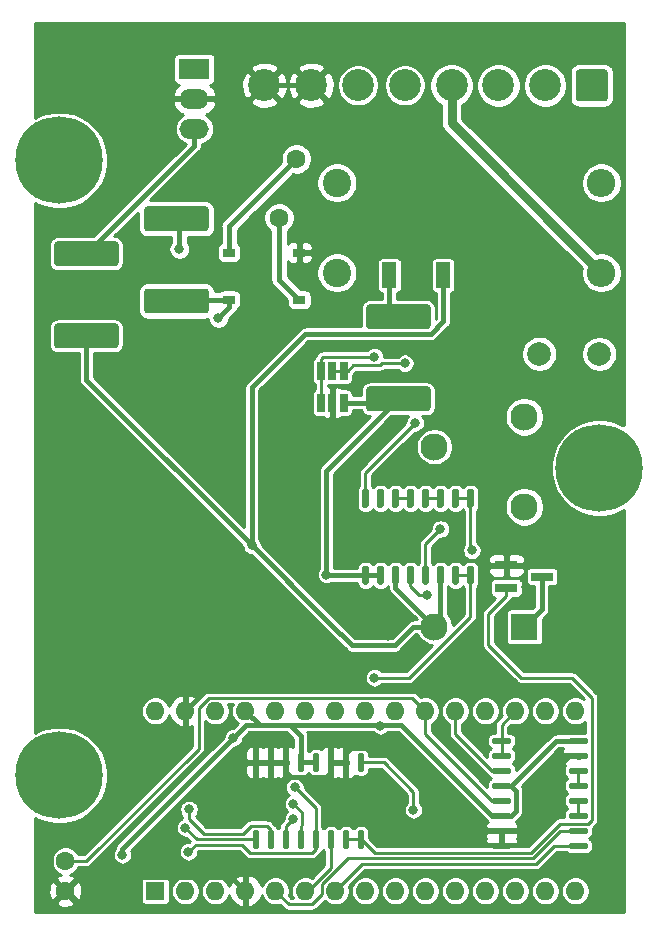
<source format=gbr>
%TF.GenerationSoftware,KiCad,Pcbnew,5.1.9-73d0e3b20d~88~ubuntu20.04.1*%
%TF.CreationDate,2021-01-20T22:49:51-06:00*%
%TF.ProjectId,control_board,636f6e74-726f-46c5-9f62-6f6172642e6b,rev?*%
%TF.SameCoordinates,Original*%
%TF.FileFunction,Copper,L2,Bot*%
%TF.FilePolarity,Positive*%
%FSLAX46Y46*%
G04 Gerber Fmt 4.6, Leading zero omitted, Abs format (unit mm)*
G04 Created by KiCad (PCBNEW 5.1.9-73d0e3b20d~88~ubuntu20.04.1) date 2021-01-20 22:49:51*
%MOMM*%
%LPD*%
G01*
G04 APERTURE LIST*
%TA.AperFunction,ComponentPad*%
%ADD10C,7.400000*%
%TD*%
%TA.AperFunction,ComponentPad*%
%ADD11O,2.400000X2.400000*%
%TD*%
%TA.AperFunction,ComponentPad*%
%ADD12C,2.400000*%
%TD*%
%TA.AperFunction,ComponentPad*%
%ADD13R,1.600000X1.600000*%
%TD*%
%TA.AperFunction,ComponentPad*%
%ADD14O,1.600000X1.600000*%
%TD*%
%TA.AperFunction,SMDPad,CuDef*%
%ADD15R,1.000000X0.700000*%
%TD*%
%TA.AperFunction,SMDPad,CuDef*%
%ADD16R,0.650000X1.560000*%
%TD*%
%TA.AperFunction,ComponentPad*%
%ADD17C,2.000000*%
%TD*%
%TA.AperFunction,ComponentPad*%
%ADD18C,2.700000*%
%TD*%
%TA.AperFunction,ComponentPad*%
%ADD19R,2.300000X2.300000*%
%TD*%
%TA.AperFunction,ComponentPad*%
%ADD20C,2.300000*%
%TD*%
%TA.AperFunction,SMDPad,CuDef*%
%ADD21R,1.900000X0.800000*%
%TD*%
%TA.AperFunction,ComponentPad*%
%ADD22C,1.600000*%
%TD*%
%TA.AperFunction,SMDPad,CuDef*%
%ADD23R,1.200000X2.200000*%
%TD*%
%TA.AperFunction,SMDPad,CuDef*%
%ADD24R,5.800000X6.400000*%
%TD*%
%TA.AperFunction,ComponentPad*%
%ADD25R,2.500000X1.700000*%
%TD*%
%TA.AperFunction,ComponentPad*%
%ADD26O,2.500000X1.700000*%
%TD*%
%TA.AperFunction,ViaPad*%
%ADD27C,0.800000*%
%TD*%
%TA.AperFunction,Conductor*%
%ADD28C,0.250000*%
%TD*%
%TA.AperFunction,Conductor*%
%ADD29C,0.350000*%
%TD*%
%TA.AperFunction,Conductor*%
%ADD30C,0.400000*%
%TD*%
%TA.AperFunction,Conductor*%
%ADD31C,0.750000*%
%TD*%
%TA.AperFunction,Conductor*%
%ADD32C,0.254000*%
%TD*%
%TA.AperFunction,Conductor*%
%ADD33C,0.100000*%
%TD*%
G04 APERTURE END LIST*
D10*
%TO.P,REF\u002A\u002A,1*%
%TO.N,N/C*%
X113030000Y-36195000D03*
%TD*%
%TO.P,REF\u002A\u002A,1*%
%TO.N,N/C*%
X113030000Y-88265000D03*
%TD*%
%TO.P,REF\u002A\u002A,1*%
%TO.N,N/C*%
X158750000Y-62230000D03*
%TD*%
D11*
%TO.P,F1,2*%
%TO.N,GNDPWR*%
X158925000Y-38100000D03*
D12*
%TO.P,F1,1*%
%TO.N,/hv_03*%
X136525000Y-38100000D03*
%TD*%
%TO.P,RN2,16*%
%TO.N,/p_cmd*%
%TA.AperFunction,SMDPad,CuDef*%
G36*
G01*
X138694500Y-87974000D02*
X138419500Y-87974000D01*
G75*
G02*
X138282000Y-87836500I0J137500D01*
G01*
X138282000Y-86511500D01*
G75*
G02*
X138419500Y-86374000I137500J0D01*
G01*
X138694500Y-86374000D01*
G75*
G02*
X138832000Y-86511500I0J-137500D01*
G01*
X138832000Y-87836500D01*
G75*
G02*
X138694500Y-87974000I-137500J0D01*
G01*
G37*
%TD.AperFunction*%
%TO.P,RN2,15*%
%TO.N,GND*%
%TA.AperFunction,SMDPad,CuDef*%
G36*
G01*
X137424500Y-87974000D02*
X137149500Y-87974000D01*
G75*
G02*
X137012000Y-87836500I0J137500D01*
G01*
X137012000Y-86511500D01*
G75*
G02*
X137149500Y-86374000I137500J0D01*
G01*
X137424500Y-86374000D01*
G75*
G02*
X137562000Y-86511500I0J-137500D01*
G01*
X137562000Y-87836500D01*
G75*
G02*
X137424500Y-87974000I-137500J0D01*
G01*
G37*
%TD.AperFunction*%
%TO.P,RN2,14*%
%TA.AperFunction,SMDPad,CuDef*%
G36*
G01*
X136154500Y-87974000D02*
X135879500Y-87974000D01*
G75*
G02*
X135742000Y-87836500I0J137500D01*
G01*
X135742000Y-86511500D01*
G75*
G02*
X135879500Y-86374000I137500J0D01*
G01*
X136154500Y-86374000D01*
G75*
G02*
X136292000Y-86511500I0J-137500D01*
G01*
X136292000Y-87836500D01*
G75*
G02*
X136154500Y-87974000I-137500J0D01*
G01*
G37*
%TD.AperFunction*%
%TO.P,RN2,13*%
%TO.N,+5V*%
%TA.AperFunction,SMDPad,CuDef*%
G36*
G01*
X134884500Y-87974000D02*
X134609500Y-87974000D01*
G75*
G02*
X134472000Y-87836500I0J137500D01*
G01*
X134472000Y-86511500D01*
G75*
G02*
X134609500Y-86374000I137500J0D01*
G01*
X134884500Y-86374000D01*
G75*
G02*
X135022000Y-86511500I0J-137500D01*
G01*
X135022000Y-87836500D01*
G75*
G02*
X134884500Y-87974000I-137500J0D01*
G01*
G37*
%TD.AperFunction*%
%TO.P,RN2,12*%
%TA.AperFunction,SMDPad,CuDef*%
G36*
G01*
X133614500Y-87974000D02*
X133339500Y-87974000D01*
G75*
G02*
X133202000Y-87836500I0J137500D01*
G01*
X133202000Y-86511500D01*
G75*
G02*
X133339500Y-86374000I137500J0D01*
G01*
X133614500Y-86374000D01*
G75*
G02*
X133752000Y-86511500I0J-137500D01*
G01*
X133752000Y-87836500D01*
G75*
G02*
X133614500Y-87974000I-137500J0D01*
G01*
G37*
%TD.AperFunction*%
%TO.P,RN2,11*%
%TO.N,GND*%
%TA.AperFunction,SMDPad,CuDef*%
G36*
G01*
X132344500Y-87974000D02*
X132069500Y-87974000D01*
G75*
G02*
X131932000Y-87836500I0J137500D01*
G01*
X131932000Y-86511500D01*
G75*
G02*
X132069500Y-86374000I137500J0D01*
G01*
X132344500Y-86374000D01*
G75*
G02*
X132482000Y-86511500I0J-137500D01*
G01*
X132482000Y-87836500D01*
G75*
G02*
X132344500Y-87974000I-137500J0D01*
G01*
G37*
%TD.AperFunction*%
%TO.P,RN2,10*%
%TA.AperFunction,SMDPad,CuDef*%
G36*
G01*
X131074500Y-87974000D02*
X130799500Y-87974000D01*
G75*
G02*
X130662000Y-87836500I0J137500D01*
G01*
X130662000Y-86511500D01*
G75*
G02*
X130799500Y-86374000I137500J0D01*
G01*
X131074500Y-86374000D01*
G75*
G02*
X131212000Y-86511500I0J-137500D01*
G01*
X131212000Y-87836500D01*
G75*
G02*
X131074500Y-87974000I-137500J0D01*
G01*
G37*
%TD.AperFunction*%
%TO.P,RN2,9*%
%TA.AperFunction,SMDPad,CuDef*%
G36*
G01*
X129804500Y-87974000D02*
X129529500Y-87974000D01*
G75*
G02*
X129392000Y-87836500I0J137500D01*
G01*
X129392000Y-86511500D01*
G75*
G02*
X129529500Y-86374000I137500J0D01*
G01*
X129804500Y-86374000D01*
G75*
G02*
X129942000Y-86511500I0J-137500D01*
G01*
X129942000Y-87836500D01*
G75*
G02*
X129804500Y-87974000I-137500J0D01*
G01*
G37*
%TD.AperFunction*%
%TO.P,RN2,8*%
%TO.N,Net-(RN2-Pad8)*%
%TA.AperFunction,SMDPad,CuDef*%
G36*
G01*
X129804500Y-94474000D02*
X129529500Y-94474000D01*
G75*
G02*
X129392000Y-94336500I0J137500D01*
G01*
X129392000Y-93011500D01*
G75*
G02*
X129529500Y-92874000I137500J0D01*
G01*
X129804500Y-92874000D01*
G75*
G02*
X129942000Y-93011500I0J-137500D01*
G01*
X129942000Y-94336500D01*
G75*
G02*
X129804500Y-94474000I-137500J0D01*
G01*
G37*
%TD.AperFunction*%
%TO.P,RN2,7*%
%TO.N,Net-(RN2-Pad7)*%
%TA.AperFunction,SMDPad,CuDef*%
G36*
G01*
X131074500Y-94474000D02*
X130799500Y-94474000D01*
G75*
G02*
X130662000Y-94336500I0J137500D01*
G01*
X130662000Y-93011500D01*
G75*
G02*
X130799500Y-92874000I137500J0D01*
G01*
X131074500Y-92874000D01*
G75*
G02*
X131212000Y-93011500I0J-137500D01*
G01*
X131212000Y-94336500D01*
G75*
G02*
X131074500Y-94474000I-137500J0D01*
G01*
G37*
%TD.AperFunction*%
%TO.P,RN2,6*%
%TO.N,Net-(RN2-Pad6)*%
%TA.AperFunction,SMDPad,CuDef*%
G36*
G01*
X132344500Y-94474000D02*
X132069500Y-94474000D01*
G75*
G02*
X131932000Y-94336500I0J137500D01*
G01*
X131932000Y-93011500D01*
G75*
G02*
X132069500Y-92874000I137500J0D01*
G01*
X132344500Y-92874000D01*
G75*
G02*
X132482000Y-93011500I0J-137500D01*
G01*
X132482000Y-94336500D01*
G75*
G02*
X132344500Y-94474000I-137500J0D01*
G01*
G37*
%TD.AperFunction*%
%TO.P,RN2,5*%
%TO.N,Net-(RN2-Pad5)*%
%TA.AperFunction,SMDPad,CuDef*%
G36*
G01*
X133614500Y-94474000D02*
X133339500Y-94474000D01*
G75*
G02*
X133202000Y-94336500I0J137500D01*
G01*
X133202000Y-93011500D01*
G75*
G02*
X133339500Y-92874000I137500J0D01*
G01*
X133614500Y-92874000D01*
G75*
G02*
X133752000Y-93011500I0J-137500D01*
G01*
X133752000Y-94336500D01*
G75*
G02*
X133614500Y-94474000I-137500J0D01*
G01*
G37*
%TD.AperFunction*%
%TO.P,RN2,4*%
%TO.N,Net-(RN2-Pad4)*%
%TA.AperFunction,SMDPad,CuDef*%
G36*
G01*
X134884500Y-94474000D02*
X134609500Y-94474000D01*
G75*
G02*
X134472000Y-94336500I0J137500D01*
G01*
X134472000Y-93011500D01*
G75*
G02*
X134609500Y-92874000I137500J0D01*
G01*
X134884500Y-92874000D01*
G75*
G02*
X135022000Y-93011500I0J-137500D01*
G01*
X135022000Y-94336500D01*
G75*
G02*
X134884500Y-94474000I-137500J0D01*
G01*
G37*
%TD.AperFunction*%
%TO.P,RN2,3*%
%TO.N,/sr_rst*%
%TA.AperFunction,SMDPad,CuDef*%
G36*
G01*
X136154500Y-94474000D02*
X135879500Y-94474000D01*
G75*
G02*
X135742000Y-94336500I0J137500D01*
G01*
X135742000Y-93011500D01*
G75*
G02*
X135879500Y-92874000I137500J0D01*
G01*
X136154500Y-92874000D01*
G75*
G02*
X136292000Y-93011500I0J-137500D01*
G01*
X136292000Y-94336500D01*
G75*
G02*
X136154500Y-94474000I-137500J0D01*
G01*
G37*
%TD.AperFunction*%
%TO.P,RN2,2*%
%TO.N,Net-(Q1-Pad1)*%
%TA.AperFunction,SMDPad,CuDef*%
G36*
G01*
X137424500Y-94474000D02*
X137149500Y-94474000D01*
G75*
G02*
X137012000Y-94336500I0J137500D01*
G01*
X137012000Y-93011500D01*
G75*
G02*
X137149500Y-92874000I137500J0D01*
G01*
X137424500Y-92874000D01*
G75*
G02*
X137562000Y-93011500I0J-137500D01*
G01*
X137562000Y-94336500D01*
G75*
G02*
X137424500Y-94474000I-137500J0D01*
G01*
G37*
%TD.AperFunction*%
%TO.P,RN2,1*%
%TA.AperFunction,SMDPad,CuDef*%
G36*
G01*
X138694500Y-94474000D02*
X138419500Y-94474000D01*
G75*
G02*
X138282000Y-94336500I0J137500D01*
G01*
X138282000Y-93011500D01*
G75*
G02*
X138419500Y-92874000I137500J0D01*
G01*
X138694500Y-92874000D01*
G75*
G02*
X138832000Y-93011500I0J-137500D01*
G01*
X138832000Y-94336500D01*
G75*
G02*
X138694500Y-94474000I-137500J0D01*
G01*
G37*
%TD.AperFunction*%
%TD*%
D13*
%TO.P,A1,1*%
%TO.N,Net-(A1-Pad1)*%
X121158000Y-98044000D03*
D14*
%TO.P,A1,17*%
%TO.N,Net-(A1-Pad17)*%
X154178000Y-82804000D03*
%TO.P,A1,2*%
%TO.N,Net-(A1-Pad2)*%
X123698000Y-98044000D03*
%TO.P,A1,18*%
%TO.N,Net-(A1-Pad18)*%
X151638000Y-82804000D03*
%TO.P,A1,3*%
%TO.N,Net-(A1-Pad3)*%
X126238000Y-98044000D03*
%TO.P,A1,19*%
%TO.N,/pot_a*%
X149098000Y-82804000D03*
%TO.P,A1,4*%
%TO.N,GND*%
X128778000Y-98044000D03*
%TO.P,A1,20*%
%TO.N,/sensor_a*%
X146558000Y-82804000D03*
%TO.P,A1,5*%
%TO.N,/wd_kick*%
X131318000Y-98044000D03*
%TO.P,A1,21*%
%TO.N,Net-(A1-Pad21)*%
X144018000Y-82804000D03*
%TO.P,A1,6*%
%TO.N,/sr_rst*%
X133858000Y-98044000D03*
%TO.P,A1,22*%
%TO.N,Net-(A1-Pad22)*%
X141478000Y-82804000D03*
%TO.P,A1,7*%
%TO.N,/p_rqst*%
X136398000Y-98044000D03*
%TO.P,A1,23*%
%TO.N,Net-(A1-Pad23)*%
X138938000Y-82804000D03*
%TO.P,A1,8*%
%TO.N,Net-(A1-Pad8)*%
X138938000Y-98044000D03*
%TO.P,A1,24*%
%TO.N,Net-(A1-Pad24)*%
X136398000Y-82804000D03*
%TO.P,A1,9*%
%TO.N,Net-(A1-Pad9)*%
X141478000Y-98044000D03*
%TO.P,A1,25*%
%TO.N,Net-(A1-Pad25)*%
X133858000Y-82804000D03*
%TO.P,A1,10*%
%TO.N,Net-(A1-Pad10)*%
X144018000Y-98044000D03*
%TO.P,A1,26*%
%TO.N,Net-(A1-Pad26)*%
X131318000Y-82804000D03*
%TO.P,A1,11*%
%TO.N,Net-(A1-Pad11)*%
X146558000Y-98044000D03*
%TO.P,A1,27*%
%TO.N,+5V*%
X128778000Y-82804000D03*
%TO.P,A1,12*%
%TO.N,Net-(A1-Pad12)*%
X149098000Y-98044000D03*
%TO.P,A1,28*%
%TO.N,Net-(A1-Pad28)*%
X126238000Y-82804000D03*
%TO.P,A1,13*%
%TO.N,Net-(A1-Pad13)*%
X151638000Y-98044000D03*
%TO.P,A1,29*%
%TO.N,GND*%
X123698000Y-82804000D03*
%TO.P,A1,14*%
%TO.N,Net-(A1-Pad14)*%
X154178000Y-98044000D03*
%TO.P,A1,30*%
%TO.N,Net-(A1-Pad30)*%
X121158000Y-82804000D03*
%TO.P,A1,15*%
%TO.N,Net-(A1-Pad15)*%
X156718000Y-98044000D03*
%TO.P,A1,16*%
%TO.N,Net-(A1-Pad16)*%
X156718000Y-82804000D03*
%TD*%
%TO.P,RN1,1*%
%TO.N,GND*%
%TA.AperFunction,SMDPad,CuDef*%
G36*
G01*
X149672000Y-94371500D02*
X149672000Y-94096500D01*
G75*
G02*
X149809500Y-93959000I137500J0D01*
G01*
X151134500Y-93959000D01*
G75*
G02*
X151272000Y-94096500I0J-137500D01*
G01*
X151272000Y-94371500D01*
G75*
G02*
X151134500Y-94509000I-137500J0D01*
G01*
X149809500Y-94509000D01*
G75*
G02*
X149672000Y-94371500I0J137500D01*
G01*
G37*
%TD.AperFunction*%
%TO.P,RN1,2*%
%TA.AperFunction,SMDPad,CuDef*%
G36*
G01*
X149672000Y-93101500D02*
X149672000Y-92826500D01*
G75*
G02*
X149809500Y-92689000I137500J0D01*
G01*
X151134500Y-92689000D01*
G75*
G02*
X151272000Y-92826500I0J-137500D01*
G01*
X151272000Y-93101500D01*
G75*
G02*
X151134500Y-93239000I-137500J0D01*
G01*
X149809500Y-93239000D01*
G75*
G02*
X149672000Y-93101500I0J137500D01*
G01*
G37*
%TD.AperFunction*%
%TO.P,RN1,3*%
%TO.N,+5V*%
%TA.AperFunction,SMDPad,CuDef*%
G36*
G01*
X149672000Y-91831500D02*
X149672000Y-91556500D01*
G75*
G02*
X149809500Y-91419000I137500J0D01*
G01*
X151134500Y-91419000D01*
G75*
G02*
X151272000Y-91556500I0J-137500D01*
G01*
X151272000Y-91831500D01*
G75*
G02*
X151134500Y-91969000I-137500J0D01*
G01*
X149809500Y-91969000D01*
G75*
G02*
X149672000Y-91831500I0J137500D01*
G01*
G37*
%TD.AperFunction*%
%TO.P,RN1,4*%
%TO.N,Net-(A1-Pad21)*%
%TA.AperFunction,SMDPad,CuDef*%
G36*
G01*
X149672000Y-90561500D02*
X149672000Y-90286500D01*
G75*
G02*
X149809500Y-90149000I137500J0D01*
G01*
X151134500Y-90149000D01*
G75*
G02*
X151272000Y-90286500I0J-137500D01*
G01*
X151272000Y-90561500D01*
G75*
G02*
X151134500Y-90699000I-137500J0D01*
G01*
X149809500Y-90699000D01*
G75*
G02*
X149672000Y-90561500I0J137500D01*
G01*
G37*
%TD.AperFunction*%
%TO.P,RN1,5*%
%TO.N,+5V*%
%TA.AperFunction,SMDPad,CuDef*%
G36*
G01*
X149672000Y-89291500D02*
X149672000Y-89016500D01*
G75*
G02*
X149809500Y-88879000I137500J0D01*
G01*
X151134500Y-88879000D01*
G75*
G02*
X151272000Y-89016500I0J-137500D01*
G01*
X151272000Y-89291500D01*
G75*
G02*
X151134500Y-89429000I-137500J0D01*
G01*
X149809500Y-89429000D01*
G75*
G02*
X149672000Y-89291500I0J137500D01*
G01*
G37*
%TD.AperFunction*%
%TO.P,RN1,6*%
%TO.N,/sensor_a*%
%TA.AperFunction,SMDPad,CuDef*%
G36*
G01*
X149672000Y-88021500D02*
X149672000Y-87746500D01*
G75*
G02*
X149809500Y-87609000I137500J0D01*
G01*
X151134500Y-87609000D01*
G75*
G02*
X151272000Y-87746500I0J-137500D01*
G01*
X151272000Y-88021500D01*
G75*
G02*
X151134500Y-88159000I-137500J0D01*
G01*
X149809500Y-88159000D01*
G75*
G02*
X149672000Y-88021500I0J137500D01*
G01*
G37*
%TD.AperFunction*%
%TO.P,RN1,7*%
%TO.N,Net-(A1-Pad18)*%
%TA.AperFunction,SMDPad,CuDef*%
G36*
G01*
X149672000Y-86751500D02*
X149672000Y-86476500D01*
G75*
G02*
X149809500Y-86339000I137500J0D01*
G01*
X151134500Y-86339000D01*
G75*
G02*
X151272000Y-86476500I0J-137500D01*
G01*
X151272000Y-86751500D01*
G75*
G02*
X151134500Y-86889000I-137500J0D01*
G01*
X149809500Y-86889000D01*
G75*
G02*
X149672000Y-86751500I0J137500D01*
G01*
G37*
%TD.AperFunction*%
%TO.P,RN1,8*%
%TA.AperFunction,SMDPad,CuDef*%
G36*
G01*
X149672000Y-85481500D02*
X149672000Y-85206500D01*
G75*
G02*
X149809500Y-85069000I137500J0D01*
G01*
X151134500Y-85069000D01*
G75*
G02*
X151272000Y-85206500I0J-137500D01*
G01*
X151272000Y-85481500D01*
G75*
G02*
X151134500Y-85619000I-137500J0D01*
G01*
X149809500Y-85619000D01*
G75*
G02*
X149672000Y-85481500I0J137500D01*
G01*
G37*
%TD.AperFunction*%
%TO.P,RN1,9*%
%TO.N,+5V*%
%TA.AperFunction,SMDPad,CuDef*%
G36*
G01*
X156172000Y-85481500D02*
X156172000Y-85206500D01*
G75*
G02*
X156309500Y-85069000I137500J0D01*
G01*
X157634500Y-85069000D01*
G75*
G02*
X157772000Y-85206500I0J-137500D01*
G01*
X157772000Y-85481500D01*
G75*
G02*
X157634500Y-85619000I-137500J0D01*
G01*
X156309500Y-85619000D01*
G75*
G02*
X156172000Y-85481500I0J137500D01*
G01*
G37*
%TD.AperFunction*%
%TO.P,RN1,10*%
%TO.N,GND*%
%TA.AperFunction,SMDPad,CuDef*%
G36*
G01*
X156172000Y-86751500D02*
X156172000Y-86476500D01*
G75*
G02*
X156309500Y-86339000I137500J0D01*
G01*
X157634500Y-86339000D01*
G75*
G02*
X157772000Y-86476500I0J-137500D01*
G01*
X157772000Y-86751500D01*
G75*
G02*
X157634500Y-86889000I-137500J0D01*
G01*
X156309500Y-86889000D01*
G75*
G02*
X156172000Y-86751500I0J137500D01*
G01*
G37*
%TD.AperFunction*%
%TO.P,RN1,11*%
%TO.N,Net-(RN1-Pad11)*%
%TA.AperFunction,SMDPad,CuDef*%
G36*
G01*
X156172000Y-88021500D02*
X156172000Y-87746500D01*
G75*
G02*
X156309500Y-87609000I137500J0D01*
G01*
X157634500Y-87609000D01*
G75*
G02*
X157772000Y-87746500I0J-137500D01*
G01*
X157772000Y-88021500D01*
G75*
G02*
X157634500Y-88159000I-137500J0D01*
G01*
X156309500Y-88159000D01*
G75*
G02*
X156172000Y-88021500I0J137500D01*
G01*
G37*
%TD.AperFunction*%
%TO.P,RN1,12*%
%TA.AperFunction,SMDPad,CuDef*%
G36*
G01*
X156172000Y-89291500D02*
X156172000Y-89016500D01*
G75*
G02*
X156309500Y-88879000I137500J0D01*
G01*
X157634500Y-88879000D01*
G75*
G02*
X157772000Y-89016500I0J-137500D01*
G01*
X157772000Y-89291500D01*
G75*
G02*
X157634500Y-89429000I-137500J0D01*
G01*
X156309500Y-89429000D01*
G75*
G02*
X156172000Y-89291500I0J137500D01*
G01*
G37*
%TD.AperFunction*%
%TO.P,RN1,13*%
%TO.N,Net-(RN1-Pad13)*%
%TA.AperFunction,SMDPad,CuDef*%
G36*
G01*
X156172000Y-90561500D02*
X156172000Y-90286500D01*
G75*
G02*
X156309500Y-90149000I137500J0D01*
G01*
X157634500Y-90149000D01*
G75*
G02*
X157772000Y-90286500I0J-137500D01*
G01*
X157772000Y-90561500D01*
G75*
G02*
X157634500Y-90699000I-137500J0D01*
G01*
X156309500Y-90699000D01*
G75*
G02*
X156172000Y-90561500I0J137500D01*
G01*
G37*
%TD.AperFunction*%
%TO.P,RN1,14*%
%TA.AperFunction,SMDPad,CuDef*%
G36*
G01*
X156172000Y-91831500D02*
X156172000Y-91556500D01*
G75*
G02*
X156309500Y-91419000I137500J0D01*
G01*
X157634500Y-91419000D01*
G75*
G02*
X157772000Y-91556500I0J-137500D01*
G01*
X157772000Y-91831500D01*
G75*
G02*
X157634500Y-91969000I-137500J0D01*
G01*
X156309500Y-91969000D01*
G75*
G02*
X156172000Y-91831500I0J137500D01*
G01*
G37*
%TD.AperFunction*%
%TO.P,RN1,15*%
%TO.N,/wd_kick*%
%TA.AperFunction,SMDPad,CuDef*%
G36*
G01*
X156172000Y-93101500D02*
X156172000Y-92826500D01*
G75*
G02*
X156309500Y-92689000I137500J0D01*
G01*
X157634500Y-92689000D01*
G75*
G02*
X157772000Y-92826500I0J-137500D01*
G01*
X157772000Y-93101500D01*
G75*
G02*
X157634500Y-93239000I-137500J0D01*
G01*
X156309500Y-93239000D01*
G75*
G02*
X156172000Y-93101500I0J137500D01*
G01*
G37*
%TD.AperFunction*%
%TO.P,RN1,16*%
%TO.N,/p_rqst*%
%TA.AperFunction,SMDPad,CuDef*%
G36*
G01*
X156172000Y-94371500D02*
X156172000Y-94096500D01*
G75*
G02*
X156309500Y-93959000I137500J0D01*
G01*
X157634500Y-93959000D01*
G75*
G02*
X157772000Y-94096500I0J-137500D01*
G01*
X157772000Y-94371500D01*
G75*
G02*
X157634500Y-94509000I-137500J0D01*
G01*
X156309500Y-94509000D01*
G75*
G02*
X156172000Y-94371500I0J137500D01*
G01*
G37*
%TD.AperFunction*%
%TD*%
D15*
%TO.P,D1,1*%
%TO.N,/hv_04*%
X127400000Y-48006000D03*
%TO.P,D1,2*%
%TO.N,/hv_03*%
X127400000Y-44006000D03*
%TO.P,D1,3*%
%TO.N,GND*%
X133350000Y-44006000D03*
%TO.P,D1,4*%
%TO.N,/hv_02*%
X133350000Y-48006000D03*
%TD*%
D16*
%TO.P,D2,1*%
%TO.N,+5V*%
X137094000Y-56722000D03*
%TO.P,D2,2*%
%TO.N,GND*%
X136144000Y-56722000D03*
%TO.P,D2,3*%
%TO.N,/sensor_a*%
X135194000Y-56722000D03*
%TO.P,D2,4*%
X135194000Y-54022000D03*
%TO.P,D2,6*%
%TO.N,/pot_a*%
X137094000Y-54022000D03*
%TO.P,D2,5*%
X136144000Y-54022000D03*
%TD*%
D11*
%TO.P,F2,2*%
%TO.N,AC*%
X158925000Y-45720000D03*
D12*
%TO.P,F2,1*%
%TO.N,/hv_02*%
X136525000Y-45720000D03*
%TD*%
%TO.P,F3,2*%
%TO.N,/hv_04*%
%TA.AperFunction,SMDPad,CuDef*%
G36*
G01*
X120460999Y-47048000D02*
X125411001Y-47048000D01*
G75*
G02*
X125661000Y-47297999I0J-249999D01*
G01*
X125661000Y-48898001D01*
G75*
G02*
X125411001Y-49148000I-249999J0D01*
G01*
X120460999Y-49148000D01*
G75*
G02*
X120211000Y-48898001I0J249999D01*
G01*
X120211000Y-47297999D01*
G75*
G02*
X120460999Y-47048000I249999J0D01*
G01*
G37*
%TD.AperFunction*%
%TO.P,F3,1*%
%TO.N,/hv_05*%
%TA.AperFunction,SMDPad,CuDef*%
G36*
G01*
X120460999Y-40098000D02*
X125411001Y-40098000D01*
G75*
G02*
X125661000Y-40347999I0J-249999D01*
G01*
X125661000Y-41948001D01*
G75*
G02*
X125411001Y-42198000I-249999J0D01*
G01*
X120460999Y-42198000D01*
G75*
G02*
X120211000Y-41948001I0J249999D01*
G01*
X120211000Y-40347999D01*
G75*
G02*
X120460999Y-40098000I249999J0D01*
G01*
G37*
%TD.AperFunction*%
%TD*%
%TO.P,F4,1*%
%TO.N,+12V*%
%TA.AperFunction,SMDPad,CuDef*%
G36*
G01*
X117791001Y-52104000D02*
X112840999Y-52104000D01*
G75*
G02*
X112591000Y-51854001I0J249999D01*
G01*
X112591000Y-50253999D01*
G75*
G02*
X112840999Y-50004000I249999J0D01*
G01*
X117791001Y-50004000D01*
G75*
G02*
X118041000Y-50253999I0J-249999D01*
G01*
X118041000Y-51854001D01*
G75*
G02*
X117791001Y-52104000I-249999J0D01*
G01*
G37*
%TD.AperFunction*%
%TO.P,F4,2*%
%TO.N,/hc_01*%
%TA.AperFunction,SMDPad,CuDef*%
G36*
G01*
X117791001Y-45154000D02*
X112840999Y-45154000D01*
G75*
G02*
X112591000Y-44904001I0J249999D01*
G01*
X112591000Y-43303999D01*
G75*
G02*
X112840999Y-43054000I249999J0D01*
G01*
X117791001Y-43054000D01*
G75*
G02*
X118041000Y-43303999I0J-249999D01*
G01*
X118041000Y-44904001D01*
G75*
G02*
X117791001Y-45154000I-249999J0D01*
G01*
G37*
%TD.AperFunction*%
%TD*%
%TO.P,F5,1*%
%TO.N,/hc_03*%
%TA.AperFunction,SMDPad,CuDef*%
G36*
G01*
X139256999Y-48388000D02*
X144207001Y-48388000D01*
G75*
G02*
X144457000Y-48637999I0J-249999D01*
G01*
X144457000Y-50238001D01*
G75*
G02*
X144207001Y-50488000I-249999J0D01*
G01*
X139256999Y-50488000D01*
G75*
G02*
X139007000Y-50238001I0J249999D01*
G01*
X139007000Y-48637999D01*
G75*
G02*
X139256999Y-48388000I249999J0D01*
G01*
G37*
%TD.AperFunction*%
%TO.P,F5,2*%
%TO.N,+5V*%
%TA.AperFunction,SMDPad,CuDef*%
G36*
G01*
X139256999Y-55338000D02*
X144207001Y-55338000D01*
G75*
G02*
X144457000Y-55587999I0J-249999D01*
G01*
X144457000Y-57188001D01*
G75*
G02*
X144207001Y-57438000I-249999J0D01*
G01*
X139256999Y-57438000D01*
G75*
G02*
X139007000Y-57188001I0J249999D01*
G01*
X139007000Y-55587999D01*
G75*
G02*
X139256999Y-55338000I249999J0D01*
G01*
G37*
%TD.AperFunction*%
%TD*%
D17*
%TO.P,F6,1*%
%TO.N,AC*%
X158750000Y-52588000D03*
%TO.P,F6,2*%
%TO.N,/hv_07*%
X153670000Y-52578000D03*
%TD*%
%TO.P,J1,1*%
%TO.N,GNDPWR*%
%TA.AperFunction,ComponentPad*%
G36*
G01*
X159465000Y-28745001D02*
X159465000Y-30944999D01*
G75*
G02*
X159214999Y-31195000I-250001J0D01*
G01*
X157015001Y-31195000D01*
G75*
G02*
X156765000Y-30944999I0J250001D01*
G01*
X156765000Y-28745001D01*
G75*
G02*
X157015001Y-28495000I250001J0D01*
G01*
X159214999Y-28495000D01*
G75*
G02*
X159465000Y-28745001I0J-250001D01*
G01*
G37*
%TD.AperFunction*%
D18*
%TO.P,J1,2*%
X154155000Y-29845000D03*
%TO.P,J1,3*%
%TO.N,/contactor_b*%
X150195000Y-29845000D03*
%TO.P,J1,4*%
%TO.N,AC*%
X146235000Y-29845000D03*
%TO.P,J1,5*%
%TO.N,/pot_a*%
X142275000Y-29845000D03*
%TO.P,J1,6*%
%TO.N,/sensor_a*%
X138315000Y-29845000D03*
%TO.P,J1,7*%
%TO.N,GND*%
X134355000Y-29845000D03*
%TO.P,J1,8*%
X130395000Y-29845000D03*
%TD*%
D19*
%TO.P,K1,1*%
%TO.N,/hc_05*%
X152400000Y-75692000D03*
D20*
%TO.P,K1,2*%
%TO.N,/contactor_b*%
X152400000Y-65532000D03*
%TO.P,K1,3*%
%TO.N,/hv_07*%
X152400000Y-57912000D03*
%TO.P,K1,4*%
%TO.N,N/C*%
X144780000Y-60452000D03*
%TO.P,K1,5*%
%TO.N,+12V*%
X144780000Y-75692000D03*
%TD*%
D21*
%TO.P,Q1,1*%
%TO.N,Net-(Q1-Pad1)*%
X150876000Y-72390000D03*
%TO.P,Q1,2*%
%TO.N,GND*%
X150876000Y-70490000D03*
%TO.P,Q1,3*%
%TO.N,/hc_05*%
X153876000Y-71440000D03*
%TD*%
%TO.P,RN3,1*%
%TO.N,Net-(RN3-Pad1)*%
%TA.AperFunction,SMDPad,CuDef*%
G36*
G01*
X147965500Y-72122000D02*
X147690500Y-72122000D01*
G75*
G02*
X147553000Y-71984500I0J137500D01*
G01*
X147553000Y-70659500D01*
G75*
G02*
X147690500Y-70522000I137500J0D01*
G01*
X147965500Y-70522000D01*
G75*
G02*
X148103000Y-70659500I0J-137500D01*
G01*
X148103000Y-71984500D01*
G75*
G02*
X147965500Y-72122000I-137500J0D01*
G01*
G37*
%TD.AperFunction*%
%TO.P,RN3,2*%
%TA.AperFunction,SMDPad,CuDef*%
G36*
G01*
X146695500Y-72122000D02*
X146420500Y-72122000D01*
G75*
G02*
X146283000Y-71984500I0J137500D01*
G01*
X146283000Y-70659500D01*
G75*
G02*
X146420500Y-70522000I137500J0D01*
G01*
X146695500Y-70522000D01*
G75*
G02*
X146833000Y-70659500I0J-137500D01*
G01*
X146833000Y-71984500D01*
G75*
G02*
X146695500Y-72122000I-137500J0D01*
G01*
G37*
%TD.AperFunction*%
%TO.P,RN3,3*%
%TO.N,+12V*%
%TA.AperFunction,SMDPad,CuDef*%
G36*
G01*
X145425500Y-72122000D02*
X145150500Y-72122000D01*
G75*
G02*
X145013000Y-71984500I0J137500D01*
G01*
X145013000Y-70659500D01*
G75*
G02*
X145150500Y-70522000I137500J0D01*
G01*
X145425500Y-70522000D01*
G75*
G02*
X145563000Y-70659500I0J-137500D01*
G01*
X145563000Y-71984500D01*
G75*
G02*
X145425500Y-72122000I-137500J0D01*
G01*
G37*
%TD.AperFunction*%
%TO.P,RN3,4*%
%TO.N,Net-(D6-Pad2)*%
%TA.AperFunction,SMDPad,CuDef*%
G36*
G01*
X144155500Y-72122000D02*
X143880500Y-72122000D01*
G75*
G02*
X143743000Y-71984500I0J137500D01*
G01*
X143743000Y-70659500D01*
G75*
G02*
X143880500Y-70522000I137500J0D01*
G01*
X144155500Y-70522000D01*
G75*
G02*
X144293000Y-70659500I0J-137500D01*
G01*
X144293000Y-71984500D01*
G75*
G02*
X144155500Y-72122000I-137500J0D01*
G01*
G37*
%TD.AperFunction*%
%TO.P,RN3,5*%
%TO.N,Net-(D4-Pad2)*%
%TA.AperFunction,SMDPad,CuDef*%
G36*
G01*
X142885500Y-72122000D02*
X142610500Y-72122000D01*
G75*
G02*
X142473000Y-71984500I0J137500D01*
G01*
X142473000Y-70659500D01*
G75*
G02*
X142610500Y-70522000I137500J0D01*
G01*
X142885500Y-70522000D01*
G75*
G02*
X143023000Y-70659500I0J-137500D01*
G01*
X143023000Y-71984500D01*
G75*
G02*
X142885500Y-72122000I-137500J0D01*
G01*
G37*
%TD.AperFunction*%
%TO.P,RN3,6*%
%TO.N,+12V*%
%TA.AperFunction,SMDPad,CuDef*%
G36*
G01*
X141615500Y-72122000D02*
X141340500Y-72122000D01*
G75*
G02*
X141203000Y-71984500I0J137500D01*
G01*
X141203000Y-70659500D01*
G75*
G02*
X141340500Y-70522000I137500J0D01*
G01*
X141615500Y-70522000D01*
G75*
G02*
X141753000Y-70659500I0J-137500D01*
G01*
X141753000Y-71984500D01*
G75*
G02*
X141615500Y-72122000I-137500J0D01*
G01*
G37*
%TD.AperFunction*%
%TO.P,RN3,7*%
%TO.N,+5V*%
%TA.AperFunction,SMDPad,CuDef*%
G36*
G01*
X140345500Y-72122000D02*
X140070500Y-72122000D01*
G75*
G02*
X139933000Y-71984500I0J137500D01*
G01*
X139933000Y-70659500D01*
G75*
G02*
X140070500Y-70522000I137500J0D01*
G01*
X140345500Y-70522000D01*
G75*
G02*
X140483000Y-70659500I0J-137500D01*
G01*
X140483000Y-71984500D01*
G75*
G02*
X140345500Y-72122000I-137500J0D01*
G01*
G37*
%TD.AperFunction*%
%TO.P,RN3,8*%
%TA.AperFunction,SMDPad,CuDef*%
G36*
G01*
X139075500Y-72122000D02*
X138800500Y-72122000D01*
G75*
G02*
X138663000Y-71984500I0J137500D01*
G01*
X138663000Y-70659500D01*
G75*
G02*
X138800500Y-70522000I137500J0D01*
G01*
X139075500Y-70522000D01*
G75*
G02*
X139213000Y-70659500I0J-137500D01*
G01*
X139213000Y-71984500D01*
G75*
G02*
X139075500Y-72122000I-137500J0D01*
G01*
G37*
%TD.AperFunction*%
%TO.P,RN3,9*%
%TO.N,/pot_a*%
%TA.AperFunction,SMDPad,CuDef*%
G36*
G01*
X139075500Y-65622000D02*
X138800500Y-65622000D01*
G75*
G02*
X138663000Y-65484500I0J137500D01*
G01*
X138663000Y-64159500D01*
G75*
G02*
X138800500Y-64022000I137500J0D01*
G01*
X139075500Y-64022000D01*
G75*
G02*
X139213000Y-64159500I0J-137500D01*
G01*
X139213000Y-65484500D01*
G75*
G02*
X139075500Y-65622000I-137500J0D01*
G01*
G37*
%TD.AperFunction*%
%TO.P,RN3,10*%
%TO.N,Net-(RN3-Pad10)*%
%TA.AperFunction,SMDPad,CuDef*%
G36*
G01*
X140345500Y-65622000D02*
X140070500Y-65622000D01*
G75*
G02*
X139933000Y-65484500I0J137500D01*
G01*
X139933000Y-64159500D01*
G75*
G02*
X140070500Y-64022000I137500J0D01*
G01*
X140345500Y-64022000D01*
G75*
G02*
X140483000Y-64159500I0J-137500D01*
G01*
X140483000Y-65484500D01*
G75*
G02*
X140345500Y-65622000I-137500J0D01*
G01*
G37*
%TD.AperFunction*%
%TO.P,RN3,11*%
%TO.N,Net-(RN3-Pad11)*%
%TA.AperFunction,SMDPad,CuDef*%
G36*
G01*
X141615500Y-65622000D02*
X141340500Y-65622000D01*
G75*
G02*
X141203000Y-65484500I0J137500D01*
G01*
X141203000Y-64159500D01*
G75*
G02*
X141340500Y-64022000I137500J0D01*
G01*
X141615500Y-64022000D01*
G75*
G02*
X141753000Y-64159500I0J-137500D01*
G01*
X141753000Y-65484500D01*
G75*
G02*
X141615500Y-65622000I-137500J0D01*
G01*
G37*
%TD.AperFunction*%
%TO.P,RN3,12*%
%TA.AperFunction,SMDPad,CuDef*%
G36*
G01*
X142885500Y-65622000D02*
X142610500Y-65622000D01*
G75*
G02*
X142473000Y-65484500I0J137500D01*
G01*
X142473000Y-64159500D01*
G75*
G02*
X142610500Y-64022000I137500J0D01*
G01*
X142885500Y-64022000D01*
G75*
G02*
X143023000Y-64159500I0J-137500D01*
G01*
X143023000Y-65484500D01*
G75*
G02*
X142885500Y-65622000I-137500J0D01*
G01*
G37*
%TD.AperFunction*%
%TO.P,RN3,13*%
%TO.N,Net-(RN3-Pad13)*%
%TA.AperFunction,SMDPad,CuDef*%
G36*
G01*
X144155500Y-65622000D02*
X143880500Y-65622000D01*
G75*
G02*
X143743000Y-65484500I0J137500D01*
G01*
X143743000Y-64159500D01*
G75*
G02*
X143880500Y-64022000I137500J0D01*
G01*
X144155500Y-64022000D01*
G75*
G02*
X144293000Y-64159500I0J-137500D01*
G01*
X144293000Y-65484500D01*
G75*
G02*
X144155500Y-65622000I-137500J0D01*
G01*
G37*
%TD.AperFunction*%
%TO.P,RN3,14*%
%TA.AperFunction,SMDPad,CuDef*%
G36*
G01*
X145425500Y-65622000D02*
X145150500Y-65622000D01*
G75*
G02*
X145013000Y-65484500I0J137500D01*
G01*
X145013000Y-64159500D01*
G75*
G02*
X145150500Y-64022000I137500J0D01*
G01*
X145425500Y-64022000D01*
G75*
G02*
X145563000Y-64159500I0J-137500D01*
G01*
X145563000Y-65484500D01*
G75*
G02*
X145425500Y-65622000I-137500J0D01*
G01*
G37*
%TD.AperFunction*%
%TO.P,RN3,15*%
%TO.N,Net-(D5-Pad2)*%
%TA.AperFunction,SMDPad,CuDef*%
G36*
G01*
X146695500Y-65622000D02*
X146420500Y-65622000D01*
G75*
G02*
X146283000Y-65484500I0J137500D01*
G01*
X146283000Y-64159500D01*
G75*
G02*
X146420500Y-64022000I137500J0D01*
G01*
X146695500Y-64022000D01*
G75*
G02*
X146833000Y-64159500I0J-137500D01*
G01*
X146833000Y-65484500D01*
G75*
G02*
X146695500Y-65622000I-137500J0D01*
G01*
G37*
%TD.AperFunction*%
%TO.P,RN3,16*%
%TA.AperFunction,SMDPad,CuDef*%
G36*
G01*
X147965500Y-65622000D02*
X147690500Y-65622000D01*
G75*
G02*
X147553000Y-65484500I0J137500D01*
G01*
X147553000Y-64159500D01*
G75*
G02*
X147690500Y-64022000I137500J0D01*
G01*
X147965500Y-64022000D01*
G75*
G02*
X148103000Y-64159500I0J-137500D01*
G01*
X148103000Y-65484500D01*
G75*
G02*
X147965500Y-65622000I-137500J0D01*
G01*
G37*
%TD.AperFunction*%
%TD*%
D22*
%TO.P,RV1,2*%
%TO.N,/hv_03*%
X133096000Y-36068000D03*
%TO.P,RV1,1*%
%TO.N,/hv_02*%
X131629330Y-41068000D03*
%TD*%
%TO.P,TH1,1*%
%TO.N,Net-(A1-Pad21)*%
X113538000Y-95504000D03*
%TO.P,TH1,2*%
%TO.N,GND*%
X113538000Y-98044000D03*
%TD*%
D23*
%TO.P,U1,1*%
%TO.N,+12V*%
X145536000Y-45924000D03*
%TO.P,U1,3*%
%TO.N,/hc_03*%
X140976000Y-45924000D03*
D24*
%TO.P,U1,2*%
%TO.N,GND*%
X143256000Y-39624000D03*
%TD*%
D25*
%TO.P,U2,1*%
%TO.N,/hv_06*%
X124460000Y-28448000D03*
D26*
%TO.P,U2,2*%
%TO.N,GND*%
X124460000Y-30988000D03*
%TO.P,U2,3*%
%TO.N,/hc_01*%
X124460000Y-33528000D03*
%TD*%
D27*
%TO.N,/pot_a*%
X143149991Y-58420000D03*
X142275000Y-53375000D03*
%TO.N,GND*%
X138633200Y-54686200D03*
X140741400Y-59029600D03*
X153905000Y-88881000D03*
X130175000Y-26670000D03*
X138430000Y-26670000D03*
X145415000Y-26670000D03*
X152400000Y-26670000D03*
X158750000Y-26670000D03*
X160020000Y-34290000D03*
X154305000Y-33655000D03*
X154940000Y-37465000D03*
X159385000Y-41910000D03*
X148590000Y-32385000D03*
X147955000Y-42545000D03*
X152400000Y-43180000D03*
X156210000Y-50165000D03*
X152400000Y-50165000D03*
X156210000Y-55245000D03*
X159385000Y-56515000D03*
X153035000Y-60960000D03*
X140970000Y-32385000D03*
X140970000Y-34925000D03*
X140970000Y-43815000D03*
X141224000Y-51943000D03*
X132080000Y-59690000D03*
X138430000Y-33020000D03*
X138325001Y-40744999D03*
X137976000Y-49349000D03*
X133350000Y-38735000D03*
X121285000Y-26035000D03*
X127000000Y-26035000D03*
X127000000Y-28575000D03*
X121285000Y-29210000D03*
X121285000Y-34290000D03*
X125730000Y-35560000D03*
X128270000Y-33655000D03*
X122555000Y-38735000D03*
X118110000Y-39370000D03*
X115570000Y-29210000D03*
X122555000Y-45720000D03*
X118745000Y-48895000D03*
X115570000Y-47625000D03*
X113030000Y-46355000D03*
X113665000Y-41910000D03*
X119019320Y-42397680D03*
X123952000Y-50292000D03*
X130048000Y-49784000D03*
X133604000Y-45720000D03*
X135128000Y-42164000D03*
X127000000Y-52832000D03*
X113792000Y-53340000D03*
X118364000Y-55372000D03*
X134112000Y-65532000D03*
X130556000Y-65532000D03*
X128016000Y-65532000D03*
X125476000Y-67056000D03*
X123444000Y-65024000D03*
X120396000Y-61976000D03*
X120396000Y-57404000D03*
X116332000Y-58420000D03*
X112268000Y-58928000D03*
X112268000Y-68580000D03*
X116281200Y-65506600D03*
X117348000Y-71628000D03*
X119888000Y-68580000D03*
X112268000Y-78740000D03*
X117348000Y-84836000D03*
X118872000Y-79248000D03*
X128524000Y-80264000D03*
X134112000Y-75692000D03*
X128524000Y-71120000D03*
X121412000Y-74168000D03*
X122936000Y-70612000D03*
X130556000Y-68072000D03*
X146812000Y-74168000D03*
X145796000Y-69088000D03*
X134112000Y-52324000D03*
X137160000Y-65532000D03*
X140716000Y-68072000D03*
X143891000Y-66929000D03*
X149606000Y-65532000D03*
X143929100Y-62814200D03*
X143344900Y-45758100D03*
X143319500Y-52209700D03*
X155282900Y-65786000D03*
X153162000Y-68808600D03*
X155829000Y-70294500D03*
X149148800Y-71894700D03*
X148132800Y-76225400D03*
X154990800Y-75463400D03*
X150329900Y-75552300D03*
X152361900Y-77978000D03*
X148336000Y-77838300D03*
X148361400Y-80784700D03*
X150787100Y-80352900D03*
X145389600Y-78625700D03*
X155524200Y-81153000D03*
X132638800Y-80873600D03*
X136944100Y-80759300D03*
X142278100Y-80937100D03*
X143802100Y-77368400D03*
X131521200Y-77914500D03*
X157048200Y-95986600D03*
X137782300Y-99326700D03*
X118872000Y-98806000D03*
X122770900Y-96558100D03*
X117005100Y-95681800D03*
X116522500Y-92621100D03*
X112001300Y-93459300D03*
X153517600Y-84861400D03*
X152577800Y-93027500D03*
X144983200Y-89662000D03*
X148221700Y-93268800D03*
X143662400Y-93548200D03*
X152908000Y-96774000D03*
X145288000Y-96774000D03*
X140208000Y-96774000D03*
X135890000Y-85344000D03*
X119735600Y-89611200D03*
X129387600Y-89535000D03*
X121412000Y-93954600D03*
X142524410Y-85973990D03*
X127558800Y-86664800D03*
X123469400Y-86004400D03*
X120777000Y-86004400D03*
X132461000Y-85445600D03*
X140970000Y-78562200D03*
X136220200Y-77393800D03*
X138353800Y-76403200D03*
X140843000Y-76428600D03*
X137795000Y-91186000D03*
X133858000Y-95808800D03*
X137976000Y-58315200D03*
X147853400Y-48590200D03*
X146380200Y-56057800D03*
X147726400Y-61264800D03*
X144195800Y-32258000D03*
X145415000Y-38125400D03*
X132461000Y-96799400D03*
X129286000Y-37439600D03*
X129565400Y-42722800D03*
X125323600Y-43053000D03*
X137007600Y-72339200D03*
X134112000Y-71628000D03*
X136829800Y-70104000D03*
X158953200Y-84531200D03*
X158826200Y-93675200D03*
X152501600Y-72288400D03*
X159131000Y-71170800D03*
X159283400Y-75946000D03*
X158800800Y-80772000D03*
%TO.N,/sensor_a*%
X139700000Y-52832000D03*
%TO.N,+5V*%
X140208000Y-84074000D03*
X127762000Y-85090000D03*
X118364000Y-94996000D03*
X135636000Y-71272400D03*
%TO.N,+12V*%
X129328999Y-68791001D03*
%TO.N,Net-(D4-Pad2)*%
X144145000Y-73025000D03*
%TO.N,Net-(D5-Pad2)*%
X147955000Y-69215000D03*
%TO.N,Net-(D6-Pad2)*%
X145288000Y-67404000D03*
%TO.N,/p_cmd*%
X143002000Y-91186000D03*
%TO.N,Net-(RN2-Pad5)*%
X132842000Y-90678000D03*
%TO.N,Net-(RN2-Pad4)*%
X123952000Y-94742000D03*
X132967963Y-89279963D03*
%TO.N,/hv_04*%
X126492000Y-49530000D03*
%TO.N,/hv_05*%
X123190000Y-43688000D03*
%TO.N,Net-(RN2-Pad8)*%
X123698000Y-92710000D03*
%TO.N,Net-(RN2-Pad7)*%
X123998000Y-91140000D03*
%TO.N,Net-(RN2-Pad6)*%
X132842000Y-91948000D03*
%TO.N,Net-(RN3-Pad1)*%
X139700000Y-80010000D03*
%TD*%
D28*
%TO.N,Net-(A1-Pad18)*%
X150472000Y-83970000D02*
X151638000Y-82804000D01*
X150472000Y-85344000D02*
X150472000Y-83970000D01*
X150472000Y-86614000D02*
X150472000Y-85344000D01*
%TO.N,/pot_a*%
X138938000Y-62631991D02*
X143149991Y-58420000D01*
X138938000Y-64822000D02*
X138938000Y-62631991D01*
X136144000Y-54022000D02*
X137094000Y-54022000D01*
X137094000Y-54022000D02*
X137443200Y-54022000D01*
X137908199Y-53557001D02*
X140168799Y-53557001D01*
X137443200Y-54022000D02*
X137908199Y-53557001D01*
X140350800Y-53375000D02*
X142275000Y-53375000D01*
X140168799Y-53557001D02*
X140350800Y-53375000D01*
D29*
%TO.N,GND*%
X143256000Y-38746000D02*
X143256000Y-39624000D01*
D30*
X129252000Y-30988000D02*
X124460000Y-30988000D01*
X130395000Y-29845000D02*
X129252000Y-30988000D01*
X130395000Y-29845000D02*
X134355000Y-29845000D01*
X150472000Y-92964000D02*
X150472000Y-94234000D01*
X156972000Y-86614000D02*
X156172000Y-86614000D01*
X156172000Y-86614000D02*
X153905000Y-88881000D01*
X112337999Y-96843999D02*
X113538000Y-98044000D01*
X150093458Y-92964000D02*
X150472000Y-92964000D01*
X137687010Y-85973990D02*
X142524410Y-85973990D01*
X137287000Y-86374000D02*
X137687010Y-85973990D01*
X137287000Y-87174000D02*
X137287000Y-86374000D01*
X114738001Y-96843999D02*
X113538000Y-98044000D01*
X127577999Y-96843999D02*
X114738001Y-96843999D01*
X128778000Y-98044000D02*
X127577999Y-96843999D01*
X129667000Y-87174000D02*
X130937000Y-87174000D01*
X130937000Y-87174000D02*
X132207000Y-87174000D01*
X137287000Y-87174000D02*
X136017000Y-87174000D01*
X132607010Y-88374010D02*
X132207000Y-87974000D01*
X132207000Y-87974000D02*
X132207000Y-87174000D01*
X136017000Y-87974000D02*
X135616990Y-88374010D01*
X136017000Y-87174000D02*
X136017000Y-87974000D01*
X150326000Y-70490000D02*
X150876000Y-70490000D01*
X125348011Y-81153989D02*
X141612013Y-81153989D01*
X123698000Y-82804000D02*
X125348011Y-81153989D01*
X141612013Y-81153989D02*
X143382011Y-81153989D01*
X112337999Y-94927999D02*
X113285998Y-93980000D01*
X112337999Y-96843999D02*
X112337999Y-94927999D01*
X113285998Y-93980000D02*
X115824000Y-93980000D01*
X123698000Y-86106000D02*
X123698000Y-82804000D01*
X115824000Y-93980000D02*
X123698000Y-86106000D01*
X134356000Y-59690000D02*
X132080000Y-59690000D01*
X136144000Y-57902000D02*
X134356000Y-59690000D01*
X136144000Y-56722000D02*
X136144000Y-57902000D01*
X145459450Y-78695550D02*
X145459450Y-79076550D01*
X145389600Y-78625700D02*
X145459450Y-78695550D01*
X145459450Y-79076550D02*
X145821400Y-78714600D01*
X143382011Y-81153989D02*
X145459450Y-79076550D01*
X132207000Y-87174000D02*
X132207000Y-88341200D01*
X131013200Y-89535000D02*
X129387600Y-89535000D01*
X132207000Y-88341200D02*
X131013200Y-89535000D01*
X135616990Y-88374010D02*
X132607010Y-88374010D01*
D28*
%TO.N,/sensor_a*%
X149672000Y-87884000D02*
X150472000Y-87884000D01*
X146558000Y-84770000D02*
X149672000Y-87884000D01*
X146558000Y-82804000D02*
X146558000Y-84770000D01*
X135194000Y-56322000D02*
X135194000Y-54022000D01*
X135194000Y-56722000D02*
X135194000Y-56322000D01*
X135354000Y-52832000D02*
X139700000Y-52832000D01*
X135194000Y-52992000D02*
X135354000Y-52832000D01*
X135194000Y-54022000D02*
X135194000Y-52992000D01*
%TO.N,/p_rqst*%
X136398000Y-98044000D02*
X138684000Y-95758000D01*
X138684000Y-95758000D02*
X153416000Y-95758000D01*
X154940000Y-94234000D02*
X156972000Y-94234000D01*
X153416000Y-95758000D02*
X154940000Y-94234000D01*
%TO.N,Net-(A1-Pad21)*%
X149672000Y-90424000D02*
X144018000Y-84770000D01*
X144018000Y-84770000D02*
X144018000Y-82804000D01*
X150472000Y-90424000D02*
X149672000Y-90424000D01*
X125697999Y-81678999D02*
X142892999Y-81678999D01*
X124823001Y-82553997D02*
X125697999Y-81678999D01*
X124823001Y-85996999D02*
X124823001Y-82553997D01*
X142892999Y-81678999D02*
X144018000Y-82804000D01*
X115316000Y-95504000D02*
X124823001Y-85996999D01*
X113538000Y-95504000D02*
X115316000Y-95504000D01*
%TO.N,/sr_rst*%
X134096588Y-98044000D02*
X133858000Y-98044000D01*
X136017000Y-96123588D02*
X134096588Y-98044000D01*
X136017000Y-93674000D02*
X136017000Y-96123588D01*
%TO.N,/wd_kick*%
X135272999Y-98294003D02*
X134398001Y-99169001D01*
X135272999Y-97503999D02*
X135272999Y-98294003D01*
X137492978Y-95284020D02*
X135272999Y-97503999D01*
X153127980Y-95284020D02*
X137492978Y-95284020D01*
X132443001Y-99169001D02*
X131318000Y-98044000D01*
X134398001Y-99169001D02*
X132443001Y-99169001D01*
X155448000Y-92964000D02*
X153127980Y-95284020D01*
X156972000Y-92964000D02*
X155448000Y-92964000D01*
D30*
%TO.N,+5V*%
X141732000Y-56388000D02*
X135636000Y-62484000D01*
X155082000Y-85344000D02*
X156972000Y-85344000D01*
X151272000Y-89154000D02*
X155082000Y-85344000D01*
X151272000Y-91694000D02*
X150472000Y-91694000D01*
X151672010Y-91293990D02*
X151272000Y-91694000D01*
X151672010Y-89554010D02*
X151672010Y-91293990D01*
X151272000Y-89154000D02*
X151672010Y-89554010D01*
X150472000Y-89154000D02*
X151272000Y-89154000D01*
X149672000Y-91694000D02*
X150472000Y-91694000D01*
X141982001Y-84004001D02*
X149672000Y-91694000D01*
X128778000Y-82804000D02*
X129978001Y-84004001D01*
X140138001Y-84004001D02*
X140208000Y-84074000D01*
X140138001Y-84004001D02*
X141982001Y-84004001D01*
X128847999Y-84004001D02*
X127762000Y-85090000D01*
X129978001Y-84004001D02*
X128847999Y-84004001D01*
X118364000Y-94488000D02*
X118364000Y-94996000D01*
X127762000Y-85090000D02*
X118364000Y-94488000D01*
X133165999Y-84004001D02*
X140138001Y-84004001D01*
X134747000Y-87174000D02*
X133477000Y-87174000D01*
X133477000Y-84963000D02*
X132518001Y-84004001D01*
X133477000Y-87174000D02*
X133477000Y-84963000D01*
X132518001Y-84004001D02*
X133165999Y-84004001D01*
X129978001Y-84004001D02*
X132518001Y-84004001D01*
X138938000Y-71322000D02*
X140208000Y-71322000D01*
X141398000Y-56722000D02*
X141732000Y-56388000D01*
X137094000Y-56722000D02*
X141398000Y-56722000D01*
X135636000Y-62484000D02*
X135636000Y-71272400D01*
X135685600Y-71322000D02*
X135636000Y-71272400D01*
X138938000Y-71322000D02*
X135685600Y-71322000D01*
%TO.N,+12V*%
X115316000Y-51054000D02*
X115316000Y-54778002D01*
X115316000Y-54778002D02*
X129328999Y-68791001D01*
X144476246Y-50888010D02*
X145536000Y-49828256D01*
X133854988Y-50888010D02*
X144476246Y-50888010D01*
X129328999Y-55413999D02*
X133854988Y-50888010D01*
X145536000Y-49828256D02*
X145536000Y-45924000D01*
X129328999Y-68791001D02*
X129328999Y-55413999D01*
X141478000Y-72390000D02*
X141478000Y-71322000D01*
X144780000Y-75692000D02*
X141478000Y-72390000D01*
X145288000Y-75184000D02*
X144780000Y-75692000D01*
X145288000Y-71322000D02*
X145288000Y-75184000D01*
X144780000Y-75692000D02*
X144294498Y-75692000D01*
X135780599Y-75242601D02*
X129328999Y-68791001D01*
X137804798Y-77266800D02*
X135780599Y-75242601D01*
X141417402Y-77266800D02*
X137804798Y-77266800D01*
X142992202Y-75692000D02*
X141417402Y-77266800D01*
X144780000Y-75692000D02*
X142992202Y-75692000D01*
D28*
%TO.N,Net-(D4-Pad2)*%
X142748000Y-71322000D02*
X142748000Y-72263000D01*
X143510000Y-73025000D02*
X144145000Y-73025000D01*
X142748000Y-72263000D02*
X143510000Y-73025000D01*
%TO.N,Net-(D5-Pad2)*%
X146558000Y-64822000D02*
X147828000Y-64822000D01*
X147828000Y-69088000D02*
X147955000Y-69215000D01*
X147828000Y-64822000D02*
X147828000Y-69088000D01*
%TO.N,Net-(D6-Pad2)*%
X144018000Y-71322000D02*
X144018000Y-69342000D01*
X144018000Y-68674000D02*
X145288000Y-67404000D01*
X144018000Y-69342000D02*
X144018000Y-68674000D01*
D31*
%TO.N,AC*%
X146235000Y-33030000D02*
X158925000Y-45720000D01*
X146235000Y-29845000D02*
X146235000Y-33030000D01*
D28*
%TO.N,Net-(Q1-Pad1)*%
X157756098Y-92363990D02*
X158097010Y-92023078D01*
X155411600Y-92363990D02*
X157756098Y-92363990D01*
X152941580Y-94834010D02*
X155411600Y-92363990D01*
X139717010Y-94834010D02*
X152941580Y-94834010D01*
X138557000Y-93674000D02*
X139717010Y-94834010D01*
X137287000Y-93674000D02*
X138557000Y-93674000D01*
X150876000Y-73040000D02*
X149352000Y-74564000D01*
X150876000Y-72390000D02*
X150876000Y-73040000D01*
X149352000Y-74564000D02*
X149352000Y-77216000D01*
X149352000Y-77216000D02*
X152146000Y-80010000D01*
X152146000Y-80010000D02*
X156428020Y-80010000D01*
X156428020Y-80010000D02*
X158097010Y-81678990D01*
X158097010Y-92023078D02*
X158097010Y-81678990D01*
%TO.N,/p_cmd*%
X138557000Y-87174000D02*
X140514000Y-87174000D01*
X143002000Y-89662000D02*
X143002000Y-91186000D01*
X140514000Y-87174000D02*
X143002000Y-89662000D01*
%TO.N,Net-(RN2-Pad5)*%
X133477000Y-92583000D02*
X133567001Y-92492999D01*
X133567001Y-92492999D02*
X133567001Y-91403001D01*
X133567001Y-91403001D02*
X132842000Y-90678000D01*
X133477000Y-93674000D02*
X133477000Y-92583000D01*
%TO.N,Net-(RN2-Pad4)*%
X134747000Y-94474000D02*
X134747000Y-93674000D01*
X134747000Y-91059000D02*
X132967963Y-89279963D01*
X134747000Y-93674000D02*
X134747000Y-91059000D01*
X134421990Y-94799010D02*
X129165210Y-94799010D01*
X134747000Y-94474000D02*
X134421990Y-94799010D01*
X129165210Y-94799010D02*
X128490210Y-94124010D01*
X124569990Y-94124010D02*
X123952000Y-94742000D01*
X128490210Y-94124010D02*
X124569990Y-94124010D01*
%TO.N,Net-(RN3-Pad13)*%
X145288000Y-64822000D02*
X144018000Y-64822000D01*
%TO.N,Net-(RN3-Pad11)*%
X142748000Y-64822000D02*
X141478000Y-64822000D01*
D30*
%TO.N,/hv_04*%
X123028000Y-48006000D02*
X122936000Y-48098000D01*
X127400000Y-48006000D02*
X123028000Y-48006000D01*
X127400000Y-48622000D02*
X126492000Y-49530000D01*
X127400000Y-48006000D02*
X127400000Y-48622000D01*
%TO.N,/hv_03*%
X133096000Y-36068000D02*
X127400000Y-41764000D01*
X127400000Y-41764000D02*
X127400000Y-44006000D01*
%TO.N,/hv_02*%
X133350000Y-48006000D02*
X131629330Y-46285330D01*
X131629330Y-46285330D02*
X131629330Y-41068000D01*
%TO.N,/hv_05*%
X123190000Y-41402000D02*
X122936000Y-41148000D01*
X123190000Y-43688000D02*
X123190000Y-41402000D01*
%TO.N,/hc_01*%
X124460000Y-34960000D02*
X115316000Y-44104000D01*
X124460000Y-33528000D02*
X124460000Y-34960000D01*
%TO.N,/hc_03*%
X140976000Y-48682000D02*
X141732000Y-49438000D01*
X140976000Y-45924000D02*
X140976000Y-48682000D01*
%TO.N,/hc_05*%
X153876000Y-74216000D02*
X152400000Y-75692000D01*
X153876000Y-71440000D02*
X153876000Y-74216000D01*
D28*
%TO.N,Net-(RN1-Pad13)*%
X156972000Y-91694000D02*
X156972000Y-90424000D01*
%TO.N,Net-(RN1-Pad11)*%
X156972000Y-89154000D02*
X156972000Y-87884000D01*
%TO.N,Net-(RN2-Pad8)*%
X124662000Y-93674000D02*
X123698000Y-92710000D01*
X129667000Y-93674000D02*
X124662000Y-93674000D01*
%TO.N,Net-(RN2-Pad7)*%
X130937000Y-93674000D02*
X130937000Y-92874000D01*
X130611990Y-92548990D02*
X129218410Y-92548990D01*
X130937000Y-92874000D02*
X130611990Y-92548990D01*
X128549400Y-93218000D02*
X125247400Y-93218000D01*
X129218410Y-92548990D02*
X128549400Y-93218000D01*
X123998000Y-91968600D02*
X123998000Y-91140000D01*
X125247400Y-93218000D02*
X123998000Y-91968600D01*
%TO.N,Net-(RN2-Pad6)*%
X132207000Y-92583000D02*
X132842000Y-91948000D01*
X132207000Y-93674000D02*
X132207000Y-92583000D01*
%TO.N,Net-(RN3-Pad1)*%
X146558000Y-71322000D02*
X147828000Y-71322000D01*
X142645002Y-80010000D02*
X139700000Y-80010000D01*
X147828000Y-74827002D02*
X142645002Y-80010000D01*
X147828000Y-71322000D02*
X147828000Y-74827002D01*
%TD*%
D32*
%TO.N,GND*%
X160813000Y-58644952D02*
X160704868Y-58572700D01*
X159953802Y-58261598D01*
X159156474Y-58103000D01*
X158343526Y-58103000D01*
X157546198Y-58261598D01*
X156795132Y-58572700D01*
X156119191Y-59024350D01*
X155544350Y-59599191D01*
X155092700Y-60275132D01*
X154781598Y-61026198D01*
X154623000Y-61823526D01*
X154623000Y-62636474D01*
X154781598Y-63433802D01*
X155092700Y-64184868D01*
X155544350Y-64860809D01*
X156119191Y-65435650D01*
X156795132Y-65887300D01*
X157546198Y-66198402D01*
X158343526Y-66357000D01*
X159156474Y-66357000D01*
X159953802Y-66198402D01*
X160704868Y-65887300D01*
X160813001Y-65815048D01*
X160813001Y-99853000D01*
X110967000Y-99853000D01*
X110967000Y-99036702D01*
X112724903Y-99036702D01*
X112796486Y-99280671D01*
X113051996Y-99401571D01*
X113326184Y-99470300D01*
X113608512Y-99484217D01*
X113888130Y-99442787D01*
X114154292Y-99347603D01*
X114279514Y-99280671D01*
X114351097Y-99036702D01*
X113538000Y-98223605D01*
X112724903Y-99036702D01*
X110967000Y-99036702D01*
X110967000Y-98114512D01*
X112097783Y-98114512D01*
X112139213Y-98394130D01*
X112234397Y-98660292D01*
X112301329Y-98785514D01*
X112545298Y-98857097D01*
X113358395Y-98044000D01*
X113717605Y-98044000D01*
X114530702Y-98857097D01*
X114774671Y-98785514D01*
X114895571Y-98530004D01*
X114964300Y-98255816D01*
X114978217Y-97973488D01*
X114936787Y-97693870D01*
X114841603Y-97427708D01*
X114774671Y-97302486D01*
X114575340Y-97244000D01*
X119928934Y-97244000D01*
X119928934Y-98844000D01*
X119937178Y-98927707D01*
X119961595Y-99008196D01*
X120001245Y-99082376D01*
X120054605Y-99147395D01*
X120119624Y-99200755D01*
X120193804Y-99240405D01*
X120274293Y-99264822D01*
X120358000Y-99273066D01*
X121958000Y-99273066D01*
X122041707Y-99264822D01*
X122122196Y-99240405D01*
X122196376Y-99200755D01*
X122261395Y-99147395D01*
X122314755Y-99082376D01*
X122354405Y-99008196D01*
X122378822Y-98927707D01*
X122387066Y-98844000D01*
X122387066Y-97923151D01*
X122471000Y-97923151D01*
X122471000Y-98164849D01*
X122518153Y-98401903D01*
X122610647Y-98625202D01*
X122744927Y-98826167D01*
X122915833Y-98997073D01*
X123116798Y-99131353D01*
X123340097Y-99223847D01*
X123577151Y-99271000D01*
X123818849Y-99271000D01*
X124055903Y-99223847D01*
X124279202Y-99131353D01*
X124480167Y-98997073D01*
X124651073Y-98826167D01*
X124785353Y-98625202D01*
X124877847Y-98401903D01*
X124925000Y-98164849D01*
X124925000Y-97923151D01*
X125011000Y-97923151D01*
X125011000Y-98164849D01*
X125058153Y-98401903D01*
X125150647Y-98625202D01*
X125284927Y-98826167D01*
X125455833Y-98997073D01*
X125656798Y-99131353D01*
X125880097Y-99223847D01*
X126117151Y-99271000D01*
X126358849Y-99271000D01*
X126595903Y-99223847D01*
X126819202Y-99131353D01*
X127020167Y-98997073D01*
X127191073Y-98826167D01*
X127325353Y-98625202D01*
X127402517Y-98438912D01*
X127480930Y-98657881D01*
X127625615Y-98899131D01*
X127814586Y-99107519D01*
X128040580Y-99275037D01*
X128294913Y-99395246D01*
X128428961Y-99435904D01*
X128651000Y-99313915D01*
X128651000Y-98171000D01*
X128631000Y-98171000D01*
X128631000Y-97917000D01*
X128651000Y-97917000D01*
X128651000Y-96774085D01*
X128428961Y-96652096D01*
X128294913Y-96692754D01*
X128040580Y-96812963D01*
X127814586Y-96980481D01*
X127625615Y-97188869D01*
X127480930Y-97430119D01*
X127402517Y-97649088D01*
X127325353Y-97462798D01*
X127191073Y-97261833D01*
X127020167Y-97090927D01*
X126819202Y-96956647D01*
X126595903Y-96864153D01*
X126358849Y-96817000D01*
X126117151Y-96817000D01*
X125880097Y-96864153D01*
X125656798Y-96956647D01*
X125455833Y-97090927D01*
X125284927Y-97261833D01*
X125150647Y-97462798D01*
X125058153Y-97686097D01*
X125011000Y-97923151D01*
X124925000Y-97923151D01*
X124877847Y-97686097D01*
X124785353Y-97462798D01*
X124651073Y-97261833D01*
X124480167Y-97090927D01*
X124279202Y-96956647D01*
X124055903Y-96864153D01*
X123818849Y-96817000D01*
X123577151Y-96817000D01*
X123340097Y-96864153D01*
X123116798Y-96956647D01*
X122915833Y-97090927D01*
X122744927Y-97261833D01*
X122610647Y-97462798D01*
X122518153Y-97686097D01*
X122471000Y-97923151D01*
X122387066Y-97923151D01*
X122387066Y-97244000D01*
X122378822Y-97160293D01*
X122354405Y-97079804D01*
X122314755Y-97005624D01*
X122261395Y-96940605D01*
X122196376Y-96887245D01*
X122122196Y-96847595D01*
X122041707Y-96823178D01*
X121958000Y-96814934D01*
X120358000Y-96814934D01*
X120274293Y-96823178D01*
X120193804Y-96847595D01*
X120119624Y-96887245D01*
X120054605Y-96940605D01*
X120001245Y-97005624D01*
X119961595Y-97079804D01*
X119937178Y-97160293D01*
X119928934Y-97244000D01*
X114575340Y-97244000D01*
X114530702Y-97230903D01*
X113717605Y-98044000D01*
X113358395Y-98044000D01*
X112545298Y-97230903D01*
X112301329Y-97302486D01*
X112180429Y-97557996D01*
X112111700Y-97832184D01*
X112097783Y-98114512D01*
X110967000Y-98114512D01*
X110967000Y-95383151D01*
X112311000Y-95383151D01*
X112311000Y-95624849D01*
X112358153Y-95861903D01*
X112450647Y-96085202D01*
X112584927Y-96286167D01*
X112755833Y-96457073D01*
X112956798Y-96591353D01*
X113133644Y-96664605D01*
X112921708Y-96740397D01*
X112796486Y-96807329D01*
X112724903Y-97051298D01*
X113538000Y-97864395D01*
X114351097Y-97051298D01*
X114279514Y-96807329D01*
X114024004Y-96686429D01*
X113940314Y-96665451D01*
X114119202Y-96591353D01*
X114320167Y-96457073D01*
X114491073Y-96286167D01*
X114625353Y-96085202D01*
X114637449Y-96056000D01*
X115288894Y-96056000D01*
X115316000Y-96058670D01*
X115343106Y-96056000D01*
X115343109Y-96056000D01*
X115424211Y-96048012D01*
X115528263Y-96016448D01*
X115624158Y-95965191D01*
X115708211Y-95896211D01*
X115725501Y-95875143D01*
X125194155Y-86406491D01*
X125215212Y-86389210D01*
X125284192Y-86305157D01*
X125335449Y-86209262D01*
X125367013Y-86105210D01*
X125375001Y-86024108D01*
X125375001Y-86024107D01*
X125377671Y-85996999D01*
X125375001Y-85969891D01*
X125375001Y-83676241D01*
X125455833Y-83757073D01*
X125656798Y-83891353D01*
X125880097Y-83983847D01*
X126117151Y-84031000D01*
X126358849Y-84031000D01*
X126595903Y-83983847D01*
X126819202Y-83891353D01*
X127020167Y-83757073D01*
X127191073Y-83586167D01*
X127325353Y-83385202D01*
X127417847Y-83161903D01*
X127465000Y-82924849D01*
X127465000Y-82683151D01*
X127417847Y-82446097D01*
X127328750Y-82230999D01*
X127687250Y-82230999D01*
X127598153Y-82446097D01*
X127551000Y-82683151D01*
X127551000Y-82924849D01*
X127598153Y-83161903D01*
X127690647Y-83385202D01*
X127824927Y-83586167D01*
X127995833Y-83757073D01*
X128123148Y-83842141D01*
X127702289Y-84263000D01*
X127680548Y-84263000D01*
X127520773Y-84294782D01*
X127370269Y-84357123D01*
X127234819Y-84447628D01*
X127119628Y-84562819D01*
X127029123Y-84698269D01*
X126966782Y-84848773D01*
X126935000Y-85008548D01*
X126935000Y-85030288D01*
X117942427Y-94022862D01*
X117918499Y-94042499D01*
X117840147Y-94137973D01*
X117781925Y-94246898D01*
X117754814Y-94336272D01*
X117746073Y-94365088D01*
X117737411Y-94453036D01*
X117721628Y-94468819D01*
X117631123Y-94604269D01*
X117568782Y-94754773D01*
X117537000Y-94914548D01*
X117537000Y-95077452D01*
X117568782Y-95237227D01*
X117631123Y-95387731D01*
X117721628Y-95523181D01*
X117836819Y-95638372D01*
X117972269Y-95728877D01*
X118122773Y-95791218D01*
X118282548Y-95823000D01*
X118445452Y-95823000D01*
X118605227Y-95791218D01*
X118755731Y-95728877D01*
X118891181Y-95638372D01*
X119006372Y-95523181D01*
X119096877Y-95387731D01*
X119159218Y-95237227D01*
X119191000Y-95077452D01*
X119191000Y-94914548D01*
X119159218Y-94754773D01*
X119107880Y-94630831D01*
X125767780Y-87970931D01*
X128753935Y-87970931D01*
X128765597Y-88095470D01*
X128801331Y-88215341D01*
X128859764Y-88325938D01*
X128938650Y-88423010D01*
X129034959Y-88502826D01*
X129144988Y-88562320D01*
X129264510Y-88599206D01*
X129381250Y-88609000D01*
X129540000Y-88450250D01*
X129540000Y-87301000D01*
X129794000Y-87301000D01*
X129794000Y-88450250D01*
X129952750Y-88609000D01*
X130069490Y-88599206D01*
X130189012Y-88562320D01*
X130299041Y-88502826D01*
X130302000Y-88500374D01*
X130304959Y-88502826D01*
X130414988Y-88562320D01*
X130534510Y-88599206D01*
X130651250Y-88609000D01*
X130810000Y-88450250D01*
X130810000Y-87301000D01*
X131064000Y-87301000D01*
X131064000Y-88450250D01*
X131222750Y-88609000D01*
X131339490Y-88599206D01*
X131459012Y-88562320D01*
X131569041Y-88502826D01*
X131572000Y-88500374D01*
X131574959Y-88502826D01*
X131684988Y-88562320D01*
X131804510Y-88599206D01*
X131921250Y-88609000D01*
X132080000Y-88450250D01*
X132080000Y-87301000D01*
X131064000Y-87301000D01*
X130810000Y-87301000D01*
X129794000Y-87301000D01*
X129540000Y-87301000D01*
X128915750Y-87301000D01*
X128757000Y-87459750D01*
X128753935Y-87970931D01*
X125767780Y-87970931D01*
X127361642Y-86377069D01*
X128753935Y-86377069D01*
X128757000Y-86888250D01*
X128915750Y-87047000D01*
X129540000Y-87047000D01*
X129540000Y-85897750D01*
X129794000Y-85897750D01*
X129794000Y-87047000D01*
X130810000Y-87047000D01*
X130810000Y-85897750D01*
X131064000Y-85897750D01*
X131064000Y-87047000D01*
X132080000Y-87047000D01*
X132080000Y-85897750D01*
X131921250Y-85739000D01*
X131804510Y-85748794D01*
X131684988Y-85785680D01*
X131574959Y-85845174D01*
X131572000Y-85847626D01*
X131569041Y-85845174D01*
X131459012Y-85785680D01*
X131339490Y-85748794D01*
X131222750Y-85739000D01*
X131064000Y-85897750D01*
X130810000Y-85897750D01*
X130651250Y-85739000D01*
X130534510Y-85748794D01*
X130414988Y-85785680D01*
X130304959Y-85845174D01*
X130302000Y-85847626D01*
X130299041Y-85845174D01*
X130189012Y-85785680D01*
X130069490Y-85748794D01*
X129952750Y-85739000D01*
X129794000Y-85897750D01*
X129540000Y-85897750D01*
X129381250Y-85739000D01*
X129264510Y-85748794D01*
X129144988Y-85785680D01*
X129034959Y-85845174D01*
X128938650Y-85924990D01*
X128859764Y-86022062D01*
X128801331Y-86132659D01*
X128765597Y-86252530D01*
X128753935Y-86377069D01*
X127361642Y-86377069D01*
X127821712Y-85917000D01*
X127843452Y-85917000D01*
X128003227Y-85885218D01*
X128153731Y-85822877D01*
X128289181Y-85732372D01*
X128404372Y-85617181D01*
X128494877Y-85481731D01*
X128557218Y-85331227D01*
X128589000Y-85171452D01*
X128589000Y-85149711D01*
X129107710Y-84631001D01*
X129947207Y-84631001D01*
X129978001Y-84634034D01*
X130008795Y-84631001D01*
X132258290Y-84631001D01*
X132850001Y-85222713D01*
X132850001Y-85854257D01*
X132839041Y-85845174D01*
X132729012Y-85785680D01*
X132609490Y-85748794D01*
X132492750Y-85739000D01*
X132334000Y-85897750D01*
X132334000Y-87047000D01*
X132354000Y-87047000D01*
X132354000Y-87301000D01*
X132334000Y-87301000D01*
X132334000Y-88450250D01*
X132489074Y-88605324D01*
X132440782Y-88637591D01*
X132325591Y-88752782D01*
X132235086Y-88888232D01*
X132172745Y-89038736D01*
X132140963Y-89198511D01*
X132140963Y-89361415D01*
X132172745Y-89521190D01*
X132235086Y-89671694D01*
X132325591Y-89807144D01*
X132440782Y-89922335D01*
X132465466Y-89938828D01*
X132450269Y-89945123D01*
X132314819Y-90035628D01*
X132199628Y-90150819D01*
X132109123Y-90286269D01*
X132046782Y-90436773D01*
X132015000Y-90596548D01*
X132015000Y-90759452D01*
X132046782Y-90919227D01*
X132109123Y-91069731D01*
X132199628Y-91205181D01*
X132307447Y-91313000D01*
X132199628Y-91420819D01*
X132109123Y-91556269D01*
X132046782Y-91706773D01*
X132015000Y-91866548D01*
X132015000Y-91994355D01*
X131835851Y-92173504D01*
X131814790Y-92190789D01*
X131758045Y-92259934D01*
X131745809Y-92274843D01*
X131694552Y-92370738D01*
X131681038Y-92415289D01*
X131663775Y-92472200D01*
X131662989Y-92474790D01*
X131652330Y-92583000D01*
X131655001Y-92610115D01*
X131655001Y-92627785D01*
X131598418Y-92696733D01*
X131572000Y-92746157D01*
X131545582Y-92696733D01*
X131475123Y-92610877D01*
X131389267Y-92540418D01*
X131367995Y-92529048D01*
X131329211Y-92481789D01*
X131308148Y-92464503D01*
X131021490Y-92177846D01*
X131004201Y-92156779D01*
X130920148Y-92087799D01*
X130824253Y-92036542D01*
X130720201Y-92004978D01*
X130639099Y-91996990D01*
X130639096Y-91996990D01*
X130611990Y-91994320D01*
X130584884Y-91996990D01*
X129245515Y-91996990D01*
X129218409Y-91994320D01*
X129191303Y-91996990D01*
X129191301Y-91996990D01*
X129110199Y-92004978D01*
X129006147Y-92036542D01*
X128910252Y-92087799D01*
X128826199Y-92156779D01*
X128808914Y-92177841D01*
X128320756Y-92666000D01*
X125476046Y-92666000D01*
X124558799Y-91748754D01*
X124640372Y-91667181D01*
X124730877Y-91531731D01*
X124793218Y-91381227D01*
X124825000Y-91221452D01*
X124825000Y-91058548D01*
X124793218Y-90898773D01*
X124730877Y-90748269D01*
X124640372Y-90612819D01*
X124525181Y-90497628D01*
X124389731Y-90407123D01*
X124239227Y-90344782D01*
X124079452Y-90313000D01*
X123916548Y-90313000D01*
X123756773Y-90344782D01*
X123606269Y-90407123D01*
X123470819Y-90497628D01*
X123355628Y-90612819D01*
X123265123Y-90748269D01*
X123202782Y-90898773D01*
X123171000Y-91058548D01*
X123171000Y-91221452D01*
X123202782Y-91381227D01*
X123265123Y-91531731D01*
X123355628Y-91667181D01*
X123446000Y-91757553D01*
X123446000Y-91919244D01*
X123306269Y-91977123D01*
X123170819Y-92067628D01*
X123055628Y-92182819D01*
X122965123Y-92318269D01*
X122902782Y-92468773D01*
X122871000Y-92628548D01*
X122871000Y-92791452D01*
X122902782Y-92951227D01*
X122965123Y-93101731D01*
X123055628Y-93237181D01*
X123170819Y-93352372D01*
X123306269Y-93442877D01*
X123456773Y-93505218D01*
X123616548Y-93537000D01*
X123744356Y-93537000D01*
X124060355Y-93853000D01*
X123998355Y-93915000D01*
X123870548Y-93915000D01*
X123710773Y-93946782D01*
X123560269Y-94009123D01*
X123424819Y-94099628D01*
X123309628Y-94214819D01*
X123219123Y-94350269D01*
X123156782Y-94500773D01*
X123125000Y-94660548D01*
X123125000Y-94823452D01*
X123156782Y-94983227D01*
X123219123Y-95133731D01*
X123309628Y-95269181D01*
X123424819Y-95384372D01*
X123560269Y-95474877D01*
X123710773Y-95537218D01*
X123870548Y-95569000D01*
X124033452Y-95569000D01*
X124193227Y-95537218D01*
X124343731Y-95474877D01*
X124479181Y-95384372D01*
X124594372Y-95269181D01*
X124684877Y-95133731D01*
X124747218Y-94983227D01*
X124779000Y-94823452D01*
X124779000Y-94695645D01*
X124798635Y-94676010D01*
X128261565Y-94676010D01*
X128755718Y-95170164D01*
X128772999Y-95191221D01*
X128857052Y-95260201D01*
X128952947Y-95311458D01*
X129056999Y-95343022D01*
X129138101Y-95351010D01*
X129138103Y-95351010D01*
X129165209Y-95353680D01*
X129192315Y-95351010D01*
X134394884Y-95351010D01*
X134421990Y-95353680D01*
X134449096Y-95351010D01*
X134449099Y-95351010D01*
X134530201Y-95343022D01*
X134634253Y-95311458D01*
X134730148Y-95260201D01*
X134814201Y-95191221D01*
X134831490Y-95170154D01*
X135118148Y-94883497D01*
X135139211Y-94866211D01*
X135177995Y-94818952D01*
X135199267Y-94807582D01*
X135285123Y-94737123D01*
X135355582Y-94651267D01*
X135382000Y-94601843D01*
X135408418Y-94651267D01*
X135465000Y-94720214D01*
X135465001Y-95894941D01*
X134413813Y-96946130D01*
X134215903Y-96864153D01*
X133978849Y-96817000D01*
X133737151Y-96817000D01*
X133500097Y-96864153D01*
X133276798Y-96956647D01*
X133075833Y-97090927D01*
X132904927Y-97261833D01*
X132770647Y-97462798D01*
X132678153Y-97686097D01*
X132631000Y-97923151D01*
X132631000Y-98164849D01*
X132678153Y-98401903D01*
X132767250Y-98617001D01*
X132671647Y-98617001D01*
X132485751Y-98431105D01*
X132497847Y-98401903D01*
X132545000Y-98164849D01*
X132545000Y-97923151D01*
X132497847Y-97686097D01*
X132405353Y-97462798D01*
X132271073Y-97261833D01*
X132100167Y-97090927D01*
X131899202Y-96956647D01*
X131675903Y-96864153D01*
X131438849Y-96817000D01*
X131197151Y-96817000D01*
X130960097Y-96864153D01*
X130736798Y-96956647D01*
X130535833Y-97090927D01*
X130364927Y-97261833D01*
X130230647Y-97462798D01*
X130153483Y-97649088D01*
X130075070Y-97430119D01*
X129930385Y-97188869D01*
X129741414Y-96980481D01*
X129515420Y-96812963D01*
X129261087Y-96692754D01*
X129127039Y-96652096D01*
X128905000Y-96774085D01*
X128905000Y-97917000D01*
X128925000Y-97917000D01*
X128925000Y-98171000D01*
X128905000Y-98171000D01*
X128905000Y-99313915D01*
X129127039Y-99435904D01*
X129261087Y-99395246D01*
X129515420Y-99275037D01*
X129741414Y-99107519D01*
X129930385Y-98899131D01*
X130075070Y-98657881D01*
X130153483Y-98438912D01*
X130230647Y-98625202D01*
X130364927Y-98826167D01*
X130535833Y-98997073D01*
X130736798Y-99131353D01*
X130960097Y-99223847D01*
X131197151Y-99271000D01*
X131438849Y-99271000D01*
X131675903Y-99223847D01*
X131705105Y-99211751D01*
X132033509Y-99540155D01*
X132050790Y-99561212D01*
X132071846Y-99578492D01*
X132071847Y-99578493D01*
X132134843Y-99630192D01*
X132230738Y-99681449D01*
X132334790Y-99713013D01*
X132443001Y-99723671D01*
X132470109Y-99721001D01*
X134370895Y-99721001D01*
X134398001Y-99723671D01*
X134425107Y-99721001D01*
X134425110Y-99721001D01*
X134506212Y-99713013D01*
X134610264Y-99681449D01*
X134706159Y-99630192D01*
X134790212Y-99561212D01*
X134807501Y-99540145D01*
X135483204Y-98864444D01*
X135615833Y-98997073D01*
X135816798Y-99131353D01*
X136040097Y-99223847D01*
X136277151Y-99271000D01*
X136518849Y-99271000D01*
X136755903Y-99223847D01*
X136979202Y-99131353D01*
X137180167Y-98997073D01*
X137351073Y-98826167D01*
X137485353Y-98625202D01*
X137577847Y-98401903D01*
X137625000Y-98164849D01*
X137625000Y-97923151D01*
X137711000Y-97923151D01*
X137711000Y-98164849D01*
X137758153Y-98401903D01*
X137850647Y-98625202D01*
X137984927Y-98826167D01*
X138155833Y-98997073D01*
X138356798Y-99131353D01*
X138580097Y-99223847D01*
X138817151Y-99271000D01*
X139058849Y-99271000D01*
X139295903Y-99223847D01*
X139519202Y-99131353D01*
X139720167Y-98997073D01*
X139891073Y-98826167D01*
X140025353Y-98625202D01*
X140117847Y-98401903D01*
X140165000Y-98164849D01*
X140165000Y-97923151D01*
X140251000Y-97923151D01*
X140251000Y-98164849D01*
X140298153Y-98401903D01*
X140390647Y-98625202D01*
X140524927Y-98826167D01*
X140695833Y-98997073D01*
X140896798Y-99131353D01*
X141120097Y-99223847D01*
X141357151Y-99271000D01*
X141598849Y-99271000D01*
X141835903Y-99223847D01*
X142059202Y-99131353D01*
X142260167Y-98997073D01*
X142431073Y-98826167D01*
X142565353Y-98625202D01*
X142657847Y-98401903D01*
X142705000Y-98164849D01*
X142705000Y-97923151D01*
X142791000Y-97923151D01*
X142791000Y-98164849D01*
X142838153Y-98401903D01*
X142930647Y-98625202D01*
X143064927Y-98826167D01*
X143235833Y-98997073D01*
X143436798Y-99131353D01*
X143660097Y-99223847D01*
X143897151Y-99271000D01*
X144138849Y-99271000D01*
X144375903Y-99223847D01*
X144599202Y-99131353D01*
X144800167Y-98997073D01*
X144971073Y-98826167D01*
X145105353Y-98625202D01*
X145197847Y-98401903D01*
X145245000Y-98164849D01*
X145245000Y-97923151D01*
X145331000Y-97923151D01*
X145331000Y-98164849D01*
X145378153Y-98401903D01*
X145470647Y-98625202D01*
X145604927Y-98826167D01*
X145775833Y-98997073D01*
X145976798Y-99131353D01*
X146200097Y-99223847D01*
X146437151Y-99271000D01*
X146678849Y-99271000D01*
X146915903Y-99223847D01*
X147139202Y-99131353D01*
X147340167Y-98997073D01*
X147511073Y-98826167D01*
X147645353Y-98625202D01*
X147737847Y-98401903D01*
X147785000Y-98164849D01*
X147785000Y-97923151D01*
X147871000Y-97923151D01*
X147871000Y-98164849D01*
X147918153Y-98401903D01*
X148010647Y-98625202D01*
X148144927Y-98826167D01*
X148315833Y-98997073D01*
X148516798Y-99131353D01*
X148740097Y-99223847D01*
X148977151Y-99271000D01*
X149218849Y-99271000D01*
X149455903Y-99223847D01*
X149679202Y-99131353D01*
X149880167Y-98997073D01*
X150051073Y-98826167D01*
X150185353Y-98625202D01*
X150277847Y-98401903D01*
X150325000Y-98164849D01*
X150325000Y-97923151D01*
X150411000Y-97923151D01*
X150411000Y-98164849D01*
X150458153Y-98401903D01*
X150550647Y-98625202D01*
X150684927Y-98826167D01*
X150855833Y-98997073D01*
X151056798Y-99131353D01*
X151280097Y-99223847D01*
X151517151Y-99271000D01*
X151758849Y-99271000D01*
X151995903Y-99223847D01*
X152219202Y-99131353D01*
X152420167Y-98997073D01*
X152591073Y-98826167D01*
X152725353Y-98625202D01*
X152817847Y-98401903D01*
X152865000Y-98164849D01*
X152865000Y-97923151D01*
X152951000Y-97923151D01*
X152951000Y-98164849D01*
X152998153Y-98401903D01*
X153090647Y-98625202D01*
X153224927Y-98826167D01*
X153395833Y-98997073D01*
X153596798Y-99131353D01*
X153820097Y-99223847D01*
X154057151Y-99271000D01*
X154298849Y-99271000D01*
X154535903Y-99223847D01*
X154759202Y-99131353D01*
X154960167Y-98997073D01*
X155131073Y-98826167D01*
X155265353Y-98625202D01*
X155357847Y-98401903D01*
X155405000Y-98164849D01*
X155405000Y-97923151D01*
X155491000Y-97923151D01*
X155491000Y-98164849D01*
X155538153Y-98401903D01*
X155630647Y-98625202D01*
X155764927Y-98826167D01*
X155935833Y-98997073D01*
X156136798Y-99131353D01*
X156360097Y-99223847D01*
X156597151Y-99271000D01*
X156838849Y-99271000D01*
X157075903Y-99223847D01*
X157299202Y-99131353D01*
X157500167Y-98997073D01*
X157671073Y-98826167D01*
X157805353Y-98625202D01*
X157897847Y-98401903D01*
X157945000Y-98164849D01*
X157945000Y-97923151D01*
X157897847Y-97686097D01*
X157805353Y-97462798D01*
X157671073Y-97261833D01*
X157500167Y-97090927D01*
X157299202Y-96956647D01*
X157075903Y-96864153D01*
X156838849Y-96817000D01*
X156597151Y-96817000D01*
X156360097Y-96864153D01*
X156136798Y-96956647D01*
X155935833Y-97090927D01*
X155764927Y-97261833D01*
X155630647Y-97462798D01*
X155538153Y-97686097D01*
X155491000Y-97923151D01*
X155405000Y-97923151D01*
X155357847Y-97686097D01*
X155265353Y-97462798D01*
X155131073Y-97261833D01*
X154960167Y-97090927D01*
X154759202Y-96956647D01*
X154535903Y-96864153D01*
X154298849Y-96817000D01*
X154057151Y-96817000D01*
X153820097Y-96864153D01*
X153596798Y-96956647D01*
X153395833Y-97090927D01*
X153224927Y-97261833D01*
X153090647Y-97462798D01*
X152998153Y-97686097D01*
X152951000Y-97923151D01*
X152865000Y-97923151D01*
X152817847Y-97686097D01*
X152725353Y-97462798D01*
X152591073Y-97261833D01*
X152420167Y-97090927D01*
X152219202Y-96956647D01*
X151995903Y-96864153D01*
X151758849Y-96817000D01*
X151517151Y-96817000D01*
X151280097Y-96864153D01*
X151056798Y-96956647D01*
X150855833Y-97090927D01*
X150684927Y-97261833D01*
X150550647Y-97462798D01*
X150458153Y-97686097D01*
X150411000Y-97923151D01*
X150325000Y-97923151D01*
X150277847Y-97686097D01*
X150185353Y-97462798D01*
X150051073Y-97261833D01*
X149880167Y-97090927D01*
X149679202Y-96956647D01*
X149455903Y-96864153D01*
X149218849Y-96817000D01*
X148977151Y-96817000D01*
X148740097Y-96864153D01*
X148516798Y-96956647D01*
X148315833Y-97090927D01*
X148144927Y-97261833D01*
X148010647Y-97462798D01*
X147918153Y-97686097D01*
X147871000Y-97923151D01*
X147785000Y-97923151D01*
X147737847Y-97686097D01*
X147645353Y-97462798D01*
X147511073Y-97261833D01*
X147340167Y-97090927D01*
X147139202Y-96956647D01*
X146915903Y-96864153D01*
X146678849Y-96817000D01*
X146437151Y-96817000D01*
X146200097Y-96864153D01*
X145976798Y-96956647D01*
X145775833Y-97090927D01*
X145604927Y-97261833D01*
X145470647Y-97462798D01*
X145378153Y-97686097D01*
X145331000Y-97923151D01*
X145245000Y-97923151D01*
X145197847Y-97686097D01*
X145105353Y-97462798D01*
X144971073Y-97261833D01*
X144800167Y-97090927D01*
X144599202Y-96956647D01*
X144375903Y-96864153D01*
X144138849Y-96817000D01*
X143897151Y-96817000D01*
X143660097Y-96864153D01*
X143436798Y-96956647D01*
X143235833Y-97090927D01*
X143064927Y-97261833D01*
X142930647Y-97462798D01*
X142838153Y-97686097D01*
X142791000Y-97923151D01*
X142705000Y-97923151D01*
X142657847Y-97686097D01*
X142565353Y-97462798D01*
X142431073Y-97261833D01*
X142260167Y-97090927D01*
X142059202Y-96956647D01*
X141835903Y-96864153D01*
X141598849Y-96817000D01*
X141357151Y-96817000D01*
X141120097Y-96864153D01*
X140896798Y-96956647D01*
X140695833Y-97090927D01*
X140524927Y-97261833D01*
X140390647Y-97462798D01*
X140298153Y-97686097D01*
X140251000Y-97923151D01*
X140165000Y-97923151D01*
X140117847Y-97686097D01*
X140025353Y-97462798D01*
X139891073Y-97261833D01*
X139720167Y-97090927D01*
X139519202Y-96956647D01*
X139295903Y-96864153D01*
X139058849Y-96817000D01*
X138817151Y-96817000D01*
X138580097Y-96864153D01*
X138356798Y-96956647D01*
X138155833Y-97090927D01*
X137984927Y-97261833D01*
X137850647Y-97462798D01*
X137758153Y-97686097D01*
X137711000Y-97923151D01*
X137625000Y-97923151D01*
X137577847Y-97686097D01*
X137565751Y-97656894D01*
X138912646Y-96310000D01*
X153388894Y-96310000D01*
X153416000Y-96312670D01*
X153443106Y-96310000D01*
X153443109Y-96310000D01*
X153524211Y-96302012D01*
X153628263Y-96270448D01*
X153724158Y-96219191D01*
X153808211Y-96150211D01*
X153825500Y-96129144D01*
X155168646Y-94786000D01*
X155925786Y-94786000D01*
X155994733Y-94842582D01*
X156092685Y-94894939D01*
X156198968Y-94927180D01*
X156309500Y-94938066D01*
X157634500Y-94938066D01*
X157745032Y-94927180D01*
X157851315Y-94894939D01*
X157949267Y-94842582D01*
X158035123Y-94772123D01*
X158105582Y-94686267D01*
X158157939Y-94588315D01*
X158190180Y-94482032D01*
X158201066Y-94371500D01*
X158201066Y-94096500D01*
X158190180Y-93985968D01*
X158157939Y-93879685D01*
X158105582Y-93781733D01*
X158035123Y-93695877D01*
X157949267Y-93625418D01*
X157899843Y-93599000D01*
X157949267Y-93572582D01*
X158035123Y-93502123D01*
X158105582Y-93416267D01*
X158157939Y-93318315D01*
X158190180Y-93212032D01*
X158201066Y-93101500D01*
X158201066Y-92826500D01*
X158190180Y-92715968D01*
X158188919Y-92711813D01*
X158468158Y-92432575D01*
X158489221Y-92415289D01*
X158533930Y-92360811D01*
X158558201Y-92331237D01*
X158598533Y-92255780D01*
X158609458Y-92235341D01*
X158641022Y-92131289D01*
X158649010Y-92050187D01*
X158649010Y-92050177D01*
X158651679Y-92023079D01*
X158649010Y-91995981D01*
X158649010Y-81706087D01*
X158651679Y-81678989D01*
X158649010Y-81651891D01*
X158649010Y-81651881D01*
X158641022Y-81570779D01*
X158609458Y-81466727D01*
X158580257Y-81412096D01*
X158558201Y-81370831D01*
X158506501Y-81307835D01*
X158489221Y-81286779D01*
X158468164Y-81269498D01*
X156837520Y-79638856D01*
X156820231Y-79617789D01*
X156736178Y-79548809D01*
X156640283Y-79497552D01*
X156536231Y-79465988D01*
X156455129Y-79458000D01*
X156455126Y-79458000D01*
X156428020Y-79455330D01*
X156400914Y-79458000D01*
X152374646Y-79458000D01*
X149904000Y-76987356D01*
X149904000Y-74792644D01*
X150154644Y-74542000D01*
X150820934Y-74542000D01*
X150820934Y-76842000D01*
X150829178Y-76925707D01*
X150853595Y-77006196D01*
X150893245Y-77080376D01*
X150946605Y-77145395D01*
X151011624Y-77198755D01*
X151085804Y-77238405D01*
X151166293Y-77262822D01*
X151250000Y-77271066D01*
X153550000Y-77271066D01*
X153633707Y-77262822D01*
X153714196Y-77238405D01*
X153788376Y-77198755D01*
X153853395Y-77145395D01*
X153906755Y-77080376D01*
X153946405Y-77006196D01*
X153970822Y-76925707D01*
X153979066Y-76842000D01*
X153979066Y-74999646D01*
X154297578Y-74681134D01*
X154321501Y-74661501D01*
X154399853Y-74566028D01*
X154458075Y-74457103D01*
X154493927Y-74338913D01*
X154503000Y-74246794D01*
X154506033Y-74216001D01*
X154503000Y-74185207D01*
X154503000Y-72269066D01*
X154826000Y-72269066D01*
X154909707Y-72260822D01*
X154990196Y-72236405D01*
X155064376Y-72196755D01*
X155129395Y-72143395D01*
X155182755Y-72078376D01*
X155222405Y-72004196D01*
X155246822Y-71923707D01*
X155255066Y-71840000D01*
X155255066Y-71040000D01*
X155246822Y-70956293D01*
X155222405Y-70875804D01*
X155182755Y-70801624D01*
X155129395Y-70736605D01*
X155064376Y-70683245D01*
X154990196Y-70643595D01*
X154909707Y-70619178D01*
X154826000Y-70610934D01*
X152926000Y-70610934D01*
X152842293Y-70619178D01*
X152761804Y-70643595D01*
X152687624Y-70683245D01*
X152622605Y-70736605D01*
X152569245Y-70801624D01*
X152529595Y-70875804D01*
X152505178Y-70956293D01*
X152496934Y-71040000D01*
X152496934Y-71840000D01*
X152505178Y-71923707D01*
X152529595Y-72004196D01*
X152569245Y-72078376D01*
X152622605Y-72143395D01*
X152687624Y-72196755D01*
X152761804Y-72236405D01*
X152842293Y-72260822D01*
X152926000Y-72269066D01*
X153249000Y-72269066D01*
X153249001Y-73956287D01*
X153092354Y-74112934D01*
X151250000Y-74112934D01*
X151166293Y-74121178D01*
X151085804Y-74145595D01*
X151011624Y-74185245D01*
X150946605Y-74238605D01*
X150893245Y-74303624D01*
X150853595Y-74377804D01*
X150829178Y-74458293D01*
X150820934Y-74542000D01*
X150154644Y-74542000D01*
X151247154Y-73449492D01*
X151268211Y-73432211D01*
X151337191Y-73348158D01*
X151388448Y-73252263D01*
X151398518Y-73219066D01*
X151826000Y-73219066D01*
X151909707Y-73210822D01*
X151990196Y-73186405D01*
X152064376Y-73146755D01*
X152129395Y-73093395D01*
X152182755Y-73028376D01*
X152222405Y-72954196D01*
X152246822Y-72873707D01*
X152255066Y-72790000D01*
X152255066Y-71990000D01*
X152246822Y-71906293D01*
X152222405Y-71825804D01*
X152182755Y-71751624D01*
X152129395Y-71686605D01*
X152064376Y-71633245D01*
X151990196Y-71593595D01*
X151909707Y-71569178D01*
X151826000Y-71560934D01*
X149926000Y-71560934D01*
X149842293Y-71569178D01*
X149761804Y-71593595D01*
X149687624Y-71633245D01*
X149622605Y-71686605D01*
X149569245Y-71751624D01*
X149529595Y-71825804D01*
X149505178Y-71906293D01*
X149496934Y-71990000D01*
X149496934Y-72790000D01*
X149505178Y-72873707D01*
X149529595Y-72954196D01*
X149569245Y-73028376D01*
X149622605Y-73093395D01*
X149687624Y-73146755D01*
X149761804Y-73186405D01*
X149842293Y-73210822D01*
X149917159Y-73218195D01*
X148980856Y-74154500D01*
X148959789Y-74171789D01*
X148890809Y-74255842D01*
X148839552Y-74351738D01*
X148807988Y-74455790D01*
X148806878Y-74467064D01*
X148797330Y-74564000D01*
X148800000Y-74591106D01*
X148800001Y-77188884D01*
X148797330Y-77216000D01*
X148807989Y-77324210D01*
X148839552Y-77428262D01*
X148890809Y-77524157D01*
X148890810Y-77524158D01*
X148959790Y-77608211D01*
X148980852Y-77625496D01*
X151736507Y-80381153D01*
X151753789Y-80402211D01*
X151774845Y-80419491D01*
X151774846Y-80419492D01*
X151837842Y-80471191D01*
X151933737Y-80522448D01*
X152037789Y-80554012D01*
X152146000Y-80564670D01*
X152173108Y-80562000D01*
X156199376Y-80562000D01*
X157464408Y-81827034D01*
X157299202Y-81716647D01*
X157075903Y-81624153D01*
X156838849Y-81577000D01*
X156597151Y-81577000D01*
X156360097Y-81624153D01*
X156136798Y-81716647D01*
X155935833Y-81850927D01*
X155764927Y-82021833D01*
X155630647Y-82222798D01*
X155538153Y-82446097D01*
X155491000Y-82683151D01*
X155491000Y-82924849D01*
X155538153Y-83161903D01*
X155630647Y-83385202D01*
X155764927Y-83586167D01*
X155935833Y-83757073D01*
X156136798Y-83891353D01*
X156360097Y-83983847D01*
X156597151Y-84031000D01*
X156838849Y-84031000D01*
X157075903Y-83983847D01*
X157299202Y-83891353D01*
X157500167Y-83757073D01*
X157545011Y-83712229D01*
X157545011Y-84639934D01*
X156309500Y-84639934D01*
X156198968Y-84650820D01*
X156092685Y-84683061D01*
X156029190Y-84717000D01*
X155112794Y-84717000D01*
X155082000Y-84713967D01*
X155051206Y-84717000D01*
X154959087Y-84726073D01*
X154840897Y-84761925D01*
X154731972Y-84820147D01*
X154636499Y-84898499D01*
X154616866Y-84922422D01*
X151701066Y-87838223D01*
X151701066Y-87746500D01*
X151690180Y-87635968D01*
X151657939Y-87529685D01*
X151605582Y-87431733D01*
X151535123Y-87345877D01*
X151449267Y-87275418D01*
X151399843Y-87249000D01*
X151449267Y-87222582D01*
X151535123Y-87152123D01*
X151605582Y-87066267D01*
X151657939Y-86968315D01*
X151690180Y-86862032D01*
X151701066Y-86751500D01*
X151701066Y-86476500D01*
X151690180Y-86365968D01*
X151657939Y-86259685D01*
X151605582Y-86161733D01*
X151535123Y-86075877D01*
X151449267Y-86005418D01*
X151399843Y-85979000D01*
X151449267Y-85952582D01*
X151535123Y-85882123D01*
X151605582Y-85796267D01*
X151657939Y-85698315D01*
X151690180Y-85592032D01*
X151701066Y-85481500D01*
X151701066Y-85206500D01*
X151690180Y-85095968D01*
X151657939Y-84989685D01*
X151605582Y-84891733D01*
X151535123Y-84805877D01*
X151449267Y-84735418D01*
X151351315Y-84683061D01*
X151245032Y-84650820D01*
X151134500Y-84639934D01*
X151024000Y-84639934D01*
X151024000Y-84198644D01*
X151250894Y-83971751D01*
X151280097Y-83983847D01*
X151517151Y-84031000D01*
X151758849Y-84031000D01*
X151995903Y-83983847D01*
X152219202Y-83891353D01*
X152420167Y-83757073D01*
X152591073Y-83586167D01*
X152725353Y-83385202D01*
X152817847Y-83161903D01*
X152865000Y-82924849D01*
X152865000Y-82683151D01*
X152951000Y-82683151D01*
X152951000Y-82924849D01*
X152998153Y-83161903D01*
X153090647Y-83385202D01*
X153224927Y-83586167D01*
X153395833Y-83757073D01*
X153596798Y-83891353D01*
X153820097Y-83983847D01*
X154057151Y-84031000D01*
X154298849Y-84031000D01*
X154535903Y-83983847D01*
X154759202Y-83891353D01*
X154960167Y-83757073D01*
X155131073Y-83586167D01*
X155265353Y-83385202D01*
X155357847Y-83161903D01*
X155405000Y-82924849D01*
X155405000Y-82683151D01*
X155357847Y-82446097D01*
X155265353Y-82222798D01*
X155131073Y-82021833D01*
X154960167Y-81850927D01*
X154759202Y-81716647D01*
X154535903Y-81624153D01*
X154298849Y-81577000D01*
X154057151Y-81577000D01*
X153820097Y-81624153D01*
X153596798Y-81716647D01*
X153395833Y-81850927D01*
X153224927Y-82021833D01*
X153090647Y-82222798D01*
X152998153Y-82446097D01*
X152951000Y-82683151D01*
X152865000Y-82683151D01*
X152817847Y-82446097D01*
X152725353Y-82222798D01*
X152591073Y-82021833D01*
X152420167Y-81850927D01*
X152219202Y-81716647D01*
X151995903Y-81624153D01*
X151758849Y-81577000D01*
X151517151Y-81577000D01*
X151280097Y-81624153D01*
X151056798Y-81716647D01*
X150855833Y-81850927D01*
X150684927Y-82021833D01*
X150550647Y-82222798D01*
X150458153Y-82446097D01*
X150411000Y-82683151D01*
X150411000Y-82924849D01*
X150458153Y-83161903D01*
X150470249Y-83191106D01*
X150100852Y-83560504D01*
X150079790Y-83577789D01*
X150021060Y-83649352D01*
X150010809Y-83661843D01*
X149959552Y-83757738D01*
X149927989Y-83861790D01*
X149917330Y-83970000D01*
X149920001Y-83997116D01*
X149920001Y-84639934D01*
X149809500Y-84639934D01*
X149698968Y-84650820D01*
X149592685Y-84683061D01*
X149494733Y-84735418D01*
X149408877Y-84805877D01*
X149338418Y-84891733D01*
X149286061Y-84989685D01*
X149253820Y-85095968D01*
X149242934Y-85206500D01*
X149242934Y-85481500D01*
X149253820Y-85592032D01*
X149286061Y-85698315D01*
X149338418Y-85796267D01*
X149408877Y-85882123D01*
X149494733Y-85952582D01*
X149544157Y-85979000D01*
X149494733Y-86005418D01*
X149408877Y-86075877D01*
X149338418Y-86161733D01*
X149286061Y-86259685D01*
X149253820Y-86365968D01*
X149242934Y-86476500D01*
X149242934Y-86674289D01*
X147110000Y-84541356D01*
X147110000Y-83903449D01*
X147139202Y-83891353D01*
X147340167Y-83757073D01*
X147511073Y-83586167D01*
X147645353Y-83385202D01*
X147737847Y-83161903D01*
X147785000Y-82924849D01*
X147785000Y-82683151D01*
X147871000Y-82683151D01*
X147871000Y-82924849D01*
X147918153Y-83161903D01*
X148010647Y-83385202D01*
X148144927Y-83586167D01*
X148315833Y-83757073D01*
X148516798Y-83891353D01*
X148740097Y-83983847D01*
X148977151Y-84031000D01*
X149218849Y-84031000D01*
X149455903Y-83983847D01*
X149679202Y-83891353D01*
X149880167Y-83757073D01*
X150051073Y-83586167D01*
X150185353Y-83385202D01*
X150277847Y-83161903D01*
X150325000Y-82924849D01*
X150325000Y-82683151D01*
X150277847Y-82446097D01*
X150185353Y-82222798D01*
X150051073Y-82021833D01*
X149880167Y-81850927D01*
X149679202Y-81716647D01*
X149455903Y-81624153D01*
X149218849Y-81577000D01*
X148977151Y-81577000D01*
X148740097Y-81624153D01*
X148516798Y-81716647D01*
X148315833Y-81850927D01*
X148144927Y-82021833D01*
X148010647Y-82222798D01*
X147918153Y-82446097D01*
X147871000Y-82683151D01*
X147785000Y-82683151D01*
X147737847Y-82446097D01*
X147645353Y-82222798D01*
X147511073Y-82021833D01*
X147340167Y-81850927D01*
X147139202Y-81716647D01*
X146915903Y-81624153D01*
X146678849Y-81577000D01*
X146437151Y-81577000D01*
X146200097Y-81624153D01*
X145976798Y-81716647D01*
X145775833Y-81850927D01*
X145604927Y-82021833D01*
X145470647Y-82222798D01*
X145378153Y-82446097D01*
X145331000Y-82683151D01*
X145331000Y-82924849D01*
X145378153Y-83161903D01*
X145470647Y-83385202D01*
X145604927Y-83586167D01*
X145775833Y-83757073D01*
X145976798Y-83891353D01*
X146006001Y-83903449D01*
X146006001Y-84742884D01*
X146003330Y-84770000D01*
X146013989Y-84878210D01*
X146045552Y-84982262D01*
X146096809Y-85078157D01*
X146096810Y-85078158D01*
X146165790Y-85162211D01*
X146186852Y-85179496D01*
X149262508Y-88255154D01*
X149279789Y-88276211D01*
X149327048Y-88314995D01*
X149338418Y-88336267D01*
X149408877Y-88422123D01*
X149494733Y-88492582D01*
X149544157Y-88519000D01*
X149494733Y-88545418D01*
X149408877Y-88615877D01*
X149338418Y-88701733D01*
X149286061Y-88799685D01*
X149253820Y-88905968D01*
X149242934Y-89016500D01*
X149242934Y-89214288D01*
X144570000Y-84541356D01*
X144570000Y-83903449D01*
X144599202Y-83891353D01*
X144800167Y-83757073D01*
X144971073Y-83586167D01*
X145105353Y-83385202D01*
X145197847Y-83161903D01*
X145245000Y-82924849D01*
X145245000Y-82683151D01*
X145197847Y-82446097D01*
X145105353Y-82222798D01*
X144971073Y-82021833D01*
X144800167Y-81850927D01*
X144599202Y-81716647D01*
X144375903Y-81624153D01*
X144138849Y-81577000D01*
X143897151Y-81577000D01*
X143660097Y-81624153D01*
X143630894Y-81636249D01*
X143302499Y-81307855D01*
X143285210Y-81286788D01*
X143201157Y-81217808D01*
X143105262Y-81166551D01*
X143001210Y-81134987D01*
X142920108Y-81126999D01*
X142920105Y-81126999D01*
X142892999Y-81124329D01*
X142865893Y-81126999D01*
X125725104Y-81126999D01*
X125697998Y-81124329D01*
X125670892Y-81126999D01*
X125670890Y-81126999D01*
X125589788Y-81134987D01*
X125485736Y-81166551D01*
X125389841Y-81217808D01*
X125305788Y-81286788D01*
X125288507Y-81307845D01*
X124753892Y-81842461D01*
X124661414Y-81740481D01*
X124435420Y-81572963D01*
X124181087Y-81452754D01*
X124047039Y-81412096D01*
X123825000Y-81534085D01*
X123825000Y-82677000D01*
X123845000Y-82677000D01*
X123845000Y-82931000D01*
X123825000Y-82931000D01*
X123825000Y-84073915D01*
X124047039Y-84195904D01*
X124181087Y-84155246D01*
X124271002Y-84112748D01*
X124271001Y-85768353D01*
X115087356Y-94952000D01*
X114637449Y-94952000D01*
X114625353Y-94922798D01*
X114491073Y-94721833D01*
X114320167Y-94550927D01*
X114119202Y-94416647D01*
X113895903Y-94324153D01*
X113658849Y-94277000D01*
X113417151Y-94277000D01*
X113180097Y-94324153D01*
X112956798Y-94416647D01*
X112755833Y-94550927D01*
X112584927Y-94721833D01*
X112450647Y-94922798D01*
X112358153Y-95146097D01*
X112311000Y-95383151D01*
X110967000Y-95383151D01*
X110967000Y-91850048D01*
X111075132Y-91922300D01*
X111826198Y-92233402D01*
X112623526Y-92392000D01*
X113436474Y-92392000D01*
X114233802Y-92233402D01*
X114984868Y-91922300D01*
X115660809Y-91470650D01*
X116235650Y-90895809D01*
X116687300Y-90219868D01*
X116998402Y-89468802D01*
X117157000Y-88671474D01*
X117157000Y-87858526D01*
X116998402Y-87061198D01*
X116687300Y-86310132D01*
X116235650Y-85634191D01*
X115660809Y-85059350D01*
X114984868Y-84607700D01*
X114233802Y-84296598D01*
X113436474Y-84138000D01*
X112623526Y-84138000D01*
X111826198Y-84296598D01*
X111075132Y-84607700D01*
X110967000Y-84679952D01*
X110967000Y-82683151D01*
X119931000Y-82683151D01*
X119931000Y-82924849D01*
X119978153Y-83161903D01*
X120070647Y-83385202D01*
X120204927Y-83586167D01*
X120375833Y-83757073D01*
X120576798Y-83891353D01*
X120800097Y-83983847D01*
X121037151Y-84031000D01*
X121278849Y-84031000D01*
X121515903Y-83983847D01*
X121739202Y-83891353D01*
X121940167Y-83757073D01*
X122111073Y-83586167D01*
X122245353Y-83385202D01*
X122322517Y-83198912D01*
X122400930Y-83417881D01*
X122545615Y-83659131D01*
X122734586Y-83867519D01*
X122960580Y-84035037D01*
X123214913Y-84155246D01*
X123348961Y-84195904D01*
X123571000Y-84073915D01*
X123571000Y-82931000D01*
X123551000Y-82931000D01*
X123551000Y-82677000D01*
X123571000Y-82677000D01*
X123571000Y-81534085D01*
X123348961Y-81412096D01*
X123214913Y-81452754D01*
X122960580Y-81572963D01*
X122734586Y-81740481D01*
X122545615Y-81948869D01*
X122400930Y-82190119D01*
X122322517Y-82409088D01*
X122245353Y-82222798D01*
X122111073Y-82021833D01*
X121940167Y-81850927D01*
X121739202Y-81716647D01*
X121515903Y-81624153D01*
X121278849Y-81577000D01*
X121037151Y-81577000D01*
X120800097Y-81624153D01*
X120576798Y-81716647D01*
X120375833Y-81850927D01*
X120204927Y-82021833D01*
X120070647Y-82222798D01*
X119978153Y-82446097D01*
X119931000Y-82683151D01*
X110967000Y-82683151D01*
X110967000Y-50253999D01*
X112161934Y-50253999D01*
X112161934Y-51854001D01*
X112174982Y-51986480D01*
X112213625Y-52113868D01*
X112276377Y-52231269D01*
X112360828Y-52334172D01*
X112463731Y-52418623D01*
X112581132Y-52481375D01*
X112708520Y-52520018D01*
X112840999Y-52533066D01*
X114689000Y-52533066D01*
X114689001Y-54747198D01*
X114685967Y-54778002D01*
X114698073Y-54900914D01*
X114725831Y-54992418D01*
X114733926Y-55019105D01*
X114792148Y-55128030D01*
X114870500Y-55223503D01*
X114894423Y-55243136D01*
X128501999Y-68850713D01*
X128501999Y-68872453D01*
X128533781Y-69032228D01*
X128596122Y-69182732D01*
X128686627Y-69318182D01*
X128801818Y-69433373D01*
X128937268Y-69523878D01*
X129087772Y-69586219D01*
X129247547Y-69618001D01*
X129269288Y-69618001D01*
X135359017Y-75707731D01*
X135359022Y-75707735D01*
X137339664Y-77688378D01*
X137359297Y-77712301D01*
X137454770Y-77790653D01*
X137563695Y-77848875D01*
X137681885Y-77884727D01*
X137804798Y-77896833D01*
X137835592Y-77893800D01*
X141386608Y-77893800D01*
X141417402Y-77896833D01*
X141448196Y-77893800D01*
X141540315Y-77884727D01*
X141658505Y-77848875D01*
X141767430Y-77790653D01*
X141862903Y-77712301D01*
X141882540Y-77688373D01*
X143251913Y-76319000D01*
X143332780Y-76319000D01*
X143382481Y-76438989D01*
X143555064Y-76697279D01*
X143774721Y-76916936D01*
X144033011Y-77089519D01*
X144320006Y-77208396D01*
X144608563Y-77265794D01*
X142416358Y-79458000D01*
X140317553Y-79458000D01*
X140227181Y-79367628D01*
X140091731Y-79277123D01*
X139941227Y-79214782D01*
X139781452Y-79183000D01*
X139618548Y-79183000D01*
X139458773Y-79214782D01*
X139308269Y-79277123D01*
X139172819Y-79367628D01*
X139057628Y-79482819D01*
X138967123Y-79618269D01*
X138904782Y-79768773D01*
X138873000Y-79928548D01*
X138873000Y-80091452D01*
X138904782Y-80251227D01*
X138967123Y-80401731D01*
X139057628Y-80537181D01*
X139172819Y-80652372D01*
X139308269Y-80742877D01*
X139458773Y-80805218D01*
X139618548Y-80837000D01*
X139781452Y-80837000D01*
X139941227Y-80805218D01*
X140091731Y-80742877D01*
X140227181Y-80652372D01*
X140317553Y-80562000D01*
X142617896Y-80562000D01*
X142645002Y-80564670D01*
X142672108Y-80562000D01*
X142672111Y-80562000D01*
X142753213Y-80554012D01*
X142857265Y-80522448D01*
X142953160Y-80471191D01*
X143037213Y-80402211D01*
X143054503Y-80381143D01*
X148199154Y-75236494D01*
X148220211Y-75219213D01*
X148289191Y-75135160D01*
X148340448Y-75039265D01*
X148372012Y-74935213D01*
X148380000Y-74854111D01*
X148380000Y-74854109D01*
X148382670Y-74827003D01*
X148380000Y-74799897D01*
X148380000Y-72368214D01*
X148436582Y-72299267D01*
X148488939Y-72201315D01*
X148521180Y-72095032D01*
X148532066Y-71984500D01*
X148532066Y-70890000D01*
X149287928Y-70890000D01*
X149300188Y-71014482D01*
X149336498Y-71134180D01*
X149395463Y-71244494D01*
X149474815Y-71341185D01*
X149571506Y-71420537D01*
X149681820Y-71479502D01*
X149801518Y-71515812D01*
X149926000Y-71528072D01*
X150590250Y-71525000D01*
X150749000Y-71366250D01*
X150749000Y-70617000D01*
X151003000Y-70617000D01*
X151003000Y-71366250D01*
X151161750Y-71525000D01*
X151826000Y-71528072D01*
X151950482Y-71515812D01*
X152070180Y-71479502D01*
X152180494Y-71420537D01*
X152277185Y-71341185D01*
X152356537Y-71244494D01*
X152415502Y-71134180D01*
X152451812Y-71014482D01*
X152464072Y-70890000D01*
X152461000Y-70775750D01*
X152302250Y-70617000D01*
X151003000Y-70617000D01*
X150749000Y-70617000D01*
X149449750Y-70617000D01*
X149291000Y-70775750D01*
X149287928Y-70890000D01*
X148532066Y-70890000D01*
X148532066Y-70659500D01*
X148521180Y-70548968D01*
X148488939Y-70442685D01*
X148436582Y-70344733D01*
X148366123Y-70258877D01*
X148280267Y-70188418D01*
X148182315Y-70136061D01*
X148076032Y-70103820D01*
X147965500Y-70092934D01*
X147690500Y-70092934D01*
X147579968Y-70103820D01*
X147473685Y-70136061D01*
X147375733Y-70188418D01*
X147289877Y-70258877D01*
X147219418Y-70344733D01*
X147193000Y-70394157D01*
X147166582Y-70344733D01*
X147096123Y-70258877D01*
X147010267Y-70188418D01*
X146912315Y-70136061D01*
X146806032Y-70103820D01*
X146695500Y-70092934D01*
X146420500Y-70092934D01*
X146309968Y-70103820D01*
X146203685Y-70136061D01*
X146105733Y-70188418D01*
X146019877Y-70258877D01*
X145949418Y-70344733D01*
X145923000Y-70394157D01*
X145896582Y-70344733D01*
X145826123Y-70258877D01*
X145740267Y-70188418D01*
X145642315Y-70136061D01*
X145536032Y-70103820D01*
X145425500Y-70092934D01*
X145150500Y-70092934D01*
X145039968Y-70103820D01*
X144933685Y-70136061D01*
X144835733Y-70188418D01*
X144749877Y-70258877D01*
X144679418Y-70344733D01*
X144653000Y-70394157D01*
X144626582Y-70344733D01*
X144570000Y-70275786D01*
X144570000Y-70090000D01*
X149287928Y-70090000D01*
X149291000Y-70204250D01*
X149449750Y-70363000D01*
X150749000Y-70363000D01*
X150749000Y-69613750D01*
X151003000Y-69613750D01*
X151003000Y-70363000D01*
X152302250Y-70363000D01*
X152461000Y-70204250D01*
X152464072Y-70090000D01*
X152451812Y-69965518D01*
X152415502Y-69845820D01*
X152356537Y-69735506D01*
X152277185Y-69638815D01*
X152180494Y-69559463D01*
X152070180Y-69500498D01*
X151950482Y-69464188D01*
X151826000Y-69451928D01*
X151161750Y-69455000D01*
X151003000Y-69613750D01*
X150749000Y-69613750D01*
X150590250Y-69455000D01*
X149926000Y-69451928D01*
X149801518Y-69464188D01*
X149681820Y-69500498D01*
X149571506Y-69559463D01*
X149474815Y-69638815D01*
X149395463Y-69735506D01*
X149336498Y-69845820D01*
X149300188Y-69965518D01*
X149287928Y-70090000D01*
X144570000Y-70090000D01*
X144570000Y-68902644D01*
X145241645Y-68231000D01*
X145369452Y-68231000D01*
X145529227Y-68199218D01*
X145679731Y-68136877D01*
X145815181Y-68046372D01*
X145930372Y-67931181D01*
X146020877Y-67795731D01*
X146083218Y-67645227D01*
X146115000Y-67485452D01*
X146115000Y-67322548D01*
X146083218Y-67162773D01*
X146020877Y-67012269D01*
X145930372Y-66876819D01*
X145815181Y-66761628D01*
X145679731Y-66671123D01*
X145529227Y-66608782D01*
X145369452Y-66577000D01*
X145206548Y-66577000D01*
X145046773Y-66608782D01*
X144896269Y-66671123D01*
X144760819Y-66761628D01*
X144645628Y-66876819D01*
X144555123Y-67012269D01*
X144492782Y-67162773D01*
X144461000Y-67322548D01*
X144461000Y-67450355D01*
X143646852Y-68264504D01*
X143625790Y-68281789D01*
X143573503Y-68345501D01*
X143556809Y-68365843D01*
X143505552Y-68461738D01*
X143494558Y-68497982D01*
X143473988Y-68565789D01*
X143467978Y-68626809D01*
X143463330Y-68674000D01*
X143466000Y-68701106D01*
X143466000Y-69369108D01*
X143466001Y-69369118D01*
X143466001Y-70275786D01*
X143409418Y-70344733D01*
X143383000Y-70394157D01*
X143356582Y-70344733D01*
X143286123Y-70258877D01*
X143200267Y-70188418D01*
X143102315Y-70136061D01*
X142996032Y-70103820D01*
X142885500Y-70092934D01*
X142610500Y-70092934D01*
X142499968Y-70103820D01*
X142393685Y-70136061D01*
X142295733Y-70188418D01*
X142209877Y-70258877D01*
X142139418Y-70344733D01*
X142113000Y-70394157D01*
X142086582Y-70344733D01*
X142016123Y-70258877D01*
X141930267Y-70188418D01*
X141832315Y-70136061D01*
X141726032Y-70103820D01*
X141615500Y-70092934D01*
X141340500Y-70092934D01*
X141229968Y-70103820D01*
X141123685Y-70136061D01*
X141025733Y-70188418D01*
X140939877Y-70258877D01*
X140869418Y-70344733D01*
X140843000Y-70394157D01*
X140816582Y-70344733D01*
X140746123Y-70258877D01*
X140660267Y-70188418D01*
X140562315Y-70136061D01*
X140456032Y-70103820D01*
X140345500Y-70092934D01*
X140070500Y-70092934D01*
X139959968Y-70103820D01*
X139853685Y-70136061D01*
X139755733Y-70188418D01*
X139669877Y-70258877D01*
X139599418Y-70344733D01*
X139573000Y-70394157D01*
X139546582Y-70344733D01*
X139476123Y-70258877D01*
X139390267Y-70188418D01*
X139292315Y-70136061D01*
X139186032Y-70103820D01*
X139075500Y-70092934D01*
X138800500Y-70092934D01*
X138689968Y-70103820D01*
X138583685Y-70136061D01*
X138485733Y-70188418D01*
X138399877Y-70258877D01*
X138329418Y-70344733D01*
X138277061Y-70442685D01*
X138244820Y-70548968D01*
X138233934Y-70659500D01*
X138233934Y-70695000D01*
X136263000Y-70695000D01*
X136263000Y-62743711D01*
X141139646Y-57867066D01*
X142533372Y-57867066D01*
X142507619Y-57892819D01*
X142417114Y-58028269D01*
X142354773Y-58178773D01*
X142322991Y-58338548D01*
X142322991Y-58466354D01*
X138566852Y-62222495D01*
X138545790Y-62239780D01*
X138487060Y-62311343D01*
X138476809Y-62323834D01*
X138425552Y-62419729D01*
X138393989Y-62523781D01*
X138383330Y-62631991D01*
X138386001Y-62659107D01*
X138386000Y-63775786D01*
X138329418Y-63844733D01*
X138277061Y-63942685D01*
X138244820Y-64048968D01*
X138233934Y-64159500D01*
X138233934Y-65484500D01*
X138244820Y-65595032D01*
X138277061Y-65701315D01*
X138329418Y-65799267D01*
X138399877Y-65885123D01*
X138485733Y-65955582D01*
X138583685Y-66007939D01*
X138689968Y-66040180D01*
X138800500Y-66051066D01*
X139075500Y-66051066D01*
X139186032Y-66040180D01*
X139292315Y-66007939D01*
X139390267Y-65955582D01*
X139476123Y-65885123D01*
X139546582Y-65799267D01*
X139573000Y-65749843D01*
X139599418Y-65799267D01*
X139669877Y-65885123D01*
X139755733Y-65955582D01*
X139853685Y-66007939D01*
X139959968Y-66040180D01*
X140070500Y-66051066D01*
X140345500Y-66051066D01*
X140456032Y-66040180D01*
X140562315Y-66007939D01*
X140660267Y-65955582D01*
X140746123Y-65885123D01*
X140816582Y-65799267D01*
X140843000Y-65749843D01*
X140869418Y-65799267D01*
X140939877Y-65885123D01*
X141025733Y-65955582D01*
X141123685Y-66007939D01*
X141229968Y-66040180D01*
X141340500Y-66051066D01*
X141615500Y-66051066D01*
X141726032Y-66040180D01*
X141832315Y-66007939D01*
X141930267Y-65955582D01*
X142016123Y-65885123D01*
X142086582Y-65799267D01*
X142113000Y-65749843D01*
X142139418Y-65799267D01*
X142209877Y-65885123D01*
X142295733Y-65955582D01*
X142393685Y-66007939D01*
X142499968Y-66040180D01*
X142610500Y-66051066D01*
X142885500Y-66051066D01*
X142996032Y-66040180D01*
X143102315Y-66007939D01*
X143200267Y-65955582D01*
X143286123Y-65885123D01*
X143356582Y-65799267D01*
X143383000Y-65749843D01*
X143409418Y-65799267D01*
X143479877Y-65885123D01*
X143565733Y-65955582D01*
X143663685Y-66007939D01*
X143769968Y-66040180D01*
X143880500Y-66051066D01*
X144155500Y-66051066D01*
X144266032Y-66040180D01*
X144372315Y-66007939D01*
X144470267Y-65955582D01*
X144556123Y-65885123D01*
X144626582Y-65799267D01*
X144653000Y-65749843D01*
X144679418Y-65799267D01*
X144749877Y-65885123D01*
X144835733Y-65955582D01*
X144933685Y-66007939D01*
X145039968Y-66040180D01*
X145150500Y-66051066D01*
X145425500Y-66051066D01*
X145536032Y-66040180D01*
X145642315Y-66007939D01*
X145740267Y-65955582D01*
X145826123Y-65885123D01*
X145896582Y-65799267D01*
X145923000Y-65749843D01*
X145949418Y-65799267D01*
X146019877Y-65885123D01*
X146105733Y-65955582D01*
X146203685Y-66007939D01*
X146309968Y-66040180D01*
X146420500Y-66051066D01*
X146695500Y-66051066D01*
X146806032Y-66040180D01*
X146912315Y-66007939D01*
X147010267Y-65955582D01*
X147096123Y-65885123D01*
X147166582Y-65799267D01*
X147193000Y-65749843D01*
X147219418Y-65799267D01*
X147276000Y-65868214D01*
X147276001Y-68742635D01*
X147222123Y-68823269D01*
X147159782Y-68973773D01*
X147128000Y-69133548D01*
X147128000Y-69296452D01*
X147159782Y-69456227D01*
X147222123Y-69606731D01*
X147312628Y-69742181D01*
X147427819Y-69857372D01*
X147563269Y-69947877D01*
X147713773Y-70010218D01*
X147873548Y-70042000D01*
X148036452Y-70042000D01*
X148196227Y-70010218D01*
X148346731Y-69947877D01*
X148482181Y-69857372D01*
X148597372Y-69742181D01*
X148687877Y-69606731D01*
X148750218Y-69456227D01*
X148782000Y-69296452D01*
X148782000Y-69133548D01*
X148750218Y-68973773D01*
X148687877Y-68823269D01*
X148597372Y-68687819D01*
X148482181Y-68572628D01*
X148380000Y-68504353D01*
X148380000Y-65868214D01*
X148436582Y-65799267D01*
X148488939Y-65701315D01*
X148521180Y-65595032D01*
X148532066Y-65484500D01*
X148532066Y-65366830D01*
X150723000Y-65366830D01*
X150723000Y-65697170D01*
X150787446Y-66021163D01*
X150913862Y-66326357D01*
X151097389Y-66601025D01*
X151330975Y-66834611D01*
X151605643Y-67018138D01*
X151910837Y-67144554D01*
X152234830Y-67209000D01*
X152565170Y-67209000D01*
X152889163Y-67144554D01*
X153194357Y-67018138D01*
X153469025Y-66834611D01*
X153702611Y-66601025D01*
X153886138Y-66326357D01*
X154012554Y-66021163D01*
X154077000Y-65697170D01*
X154077000Y-65366830D01*
X154012554Y-65042837D01*
X153886138Y-64737643D01*
X153702611Y-64462975D01*
X153469025Y-64229389D01*
X153194357Y-64045862D01*
X152889163Y-63919446D01*
X152565170Y-63855000D01*
X152234830Y-63855000D01*
X151910837Y-63919446D01*
X151605643Y-64045862D01*
X151330975Y-64229389D01*
X151097389Y-64462975D01*
X150913862Y-64737643D01*
X150787446Y-65042837D01*
X150723000Y-65366830D01*
X148532066Y-65366830D01*
X148532066Y-64159500D01*
X148521180Y-64048968D01*
X148488939Y-63942685D01*
X148436582Y-63844733D01*
X148366123Y-63758877D01*
X148280267Y-63688418D01*
X148182315Y-63636061D01*
X148076032Y-63603820D01*
X147965500Y-63592934D01*
X147690500Y-63592934D01*
X147579968Y-63603820D01*
X147473685Y-63636061D01*
X147375733Y-63688418D01*
X147289877Y-63758877D01*
X147219418Y-63844733D01*
X147193000Y-63894157D01*
X147166582Y-63844733D01*
X147096123Y-63758877D01*
X147010267Y-63688418D01*
X146912315Y-63636061D01*
X146806032Y-63603820D01*
X146695500Y-63592934D01*
X146420500Y-63592934D01*
X146309968Y-63603820D01*
X146203685Y-63636061D01*
X146105733Y-63688418D01*
X146019877Y-63758877D01*
X145949418Y-63844733D01*
X145923000Y-63894157D01*
X145896582Y-63844733D01*
X145826123Y-63758877D01*
X145740267Y-63688418D01*
X145642315Y-63636061D01*
X145536032Y-63603820D01*
X145425500Y-63592934D01*
X145150500Y-63592934D01*
X145039968Y-63603820D01*
X144933685Y-63636061D01*
X144835733Y-63688418D01*
X144749877Y-63758877D01*
X144679418Y-63844733D01*
X144653000Y-63894157D01*
X144626582Y-63844733D01*
X144556123Y-63758877D01*
X144470267Y-63688418D01*
X144372315Y-63636061D01*
X144266032Y-63603820D01*
X144155500Y-63592934D01*
X143880500Y-63592934D01*
X143769968Y-63603820D01*
X143663685Y-63636061D01*
X143565733Y-63688418D01*
X143479877Y-63758877D01*
X143409418Y-63844733D01*
X143383000Y-63894157D01*
X143356582Y-63844733D01*
X143286123Y-63758877D01*
X143200267Y-63688418D01*
X143102315Y-63636061D01*
X142996032Y-63603820D01*
X142885500Y-63592934D01*
X142610500Y-63592934D01*
X142499968Y-63603820D01*
X142393685Y-63636061D01*
X142295733Y-63688418D01*
X142209877Y-63758877D01*
X142139418Y-63844733D01*
X142113000Y-63894157D01*
X142086582Y-63844733D01*
X142016123Y-63758877D01*
X141930267Y-63688418D01*
X141832315Y-63636061D01*
X141726032Y-63603820D01*
X141615500Y-63592934D01*
X141340500Y-63592934D01*
X141229968Y-63603820D01*
X141123685Y-63636061D01*
X141025733Y-63688418D01*
X140939877Y-63758877D01*
X140869418Y-63844733D01*
X140843000Y-63894157D01*
X140816582Y-63844733D01*
X140746123Y-63758877D01*
X140660267Y-63688418D01*
X140562315Y-63636061D01*
X140456032Y-63603820D01*
X140345500Y-63592934D01*
X140070500Y-63592934D01*
X139959968Y-63603820D01*
X139853685Y-63636061D01*
X139755733Y-63688418D01*
X139669877Y-63758877D01*
X139599418Y-63844733D01*
X139573000Y-63894157D01*
X139546582Y-63844733D01*
X139490000Y-63775786D01*
X139490000Y-62860635D01*
X142053957Y-60296679D01*
X143203000Y-60296679D01*
X143203000Y-60607321D01*
X143263604Y-60911994D01*
X143382481Y-61198989D01*
X143555064Y-61457279D01*
X143774721Y-61676936D01*
X144033011Y-61849519D01*
X144320006Y-61968396D01*
X144624679Y-62029000D01*
X144935321Y-62029000D01*
X145239994Y-61968396D01*
X145526989Y-61849519D01*
X145785279Y-61676936D01*
X146004936Y-61457279D01*
X146177519Y-61198989D01*
X146296396Y-60911994D01*
X146357000Y-60607321D01*
X146357000Y-60296679D01*
X146296396Y-59992006D01*
X146177519Y-59705011D01*
X146004936Y-59446721D01*
X145785279Y-59227064D01*
X145526989Y-59054481D01*
X145239994Y-58935604D01*
X144935321Y-58875000D01*
X144624679Y-58875000D01*
X144320006Y-58935604D01*
X144033011Y-59054481D01*
X143774721Y-59227064D01*
X143555064Y-59446721D01*
X143382481Y-59705011D01*
X143263604Y-59992006D01*
X143203000Y-60296679D01*
X142053957Y-60296679D01*
X143103637Y-59247000D01*
X143231443Y-59247000D01*
X143391218Y-59215218D01*
X143541722Y-59152877D01*
X143677172Y-59062372D01*
X143792363Y-58947181D01*
X143882868Y-58811731D01*
X143945209Y-58661227D01*
X143976991Y-58501452D01*
X143976991Y-58338548D01*
X143945209Y-58178773D01*
X143882868Y-58028269D01*
X143792363Y-57892819D01*
X143766610Y-57867066D01*
X144207001Y-57867066D01*
X144339480Y-57854018D01*
X144466868Y-57815375D01*
X144584269Y-57752623D01*
X144591327Y-57746830D01*
X150723000Y-57746830D01*
X150723000Y-58077170D01*
X150787446Y-58401163D01*
X150913862Y-58706357D01*
X151097389Y-58981025D01*
X151330975Y-59214611D01*
X151605643Y-59398138D01*
X151910837Y-59524554D01*
X152234830Y-59589000D01*
X152565170Y-59589000D01*
X152889163Y-59524554D01*
X153194357Y-59398138D01*
X153469025Y-59214611D01*
X153702611Y-58981025D01*
X153886138Y-58706357D01*
X154012554Y-58401163D01*
X154077000Y-58077170D01*
X154077000Y-57746830D01*
X154012554Y-57422837D01*
X153886138Y-57117643D01*
X153702611Y-56842975D01*
X153469025Y-56609389D01*
X153194357Y-56425862D01*
X152889163Y-56299446D01*
X152565170Y-56235000D01*
X152234830Y-56235000D01*
X151910837Y-56299446D01*
X151605643Y-56425862D01*
X151330975Y-56609389D01*
X151097389Y-56842975D01*
X150913862Y-57117643D01*
X150787446Y-57422837D01*
X150723000Y-57746830D01*
X144591327Y-57746830D01*
X144687172Y-57668172D01*
X144771623Y-57565269D01*
X144834375Y-57447868D01*
X144873018Y-57320480D01*
X144886066Y-57188001D01*
X144886066Y-55587999D01*
X144873018Y-55455520D01*
X144834375Y-55328132D01*
X144771623Y-55210731D01*
X144687172Y-55107828D01*
X144584269Y-55023377D01*
X144466868Y-54960625D01*
X144339480Y-54921982D01*
X144207001Y-54908934D01*
X139256999Y-54908934D01*
X139124520Y-54921982D01*
X138997132Y-54960625D01*
X138879731Y-55023377D01*
X138776828Y-55107828D01*
X138692377Y-55210731D01*
X138629625Y-55328132D01*
X138590982Y-55455520D01*
X138577934Y-55587999D01*
X138577934Y-56095000D01*
X137848066Y-56095000D01*
X137848066Y-55942000D01*
X137839822Y-55858293D01*
X137815405Y-55777804D01*
X137775755Y-55703624D01*
X137722395Y-55638605D01*
X137657376Y-55585245D01*
X137583196Y-55545595D01*
X137502707Y-55521178D01*
X137419000Y-55512934D01*
X136938338Y-55512934D01*
X136920185Y-55490815D01*
X136823494Y-55411463D01*
X136713180Y-55352498D01*
X136593482Y-55316188D01*
X136469000Y-55303928D01*
X136429750Y-55307000D01*
X136271000Y-55465750D01*
X136271000Y-56595000D01*
X136291000Y-56595000D01*
X136291000Y-56849000D01*
X136271000Y-56849000D01*
X136271000Y-57978250D01*
X136429750Y-58137000D01*
X136469000Y-58140072D01*
X136593482Y-58127812D01*
X136713180Y-58091502D01*
X136823494Y-58032537D01*
X136920185Y-57953185D01*
X136938338Y-57931066D01*
X137419000Y-57931066D01*
X137502707Y-57922822D01*
X137583196Y-57898405D01*
X137657376Y-57858755D01*
X137722395Y-57805395D01*
X137775755Y-57740376D01*
X137815405Y-57666196D01*
X137839822Y-57585707D01*
X137848066Y-57502000D01*
X137848066Y-57349000D01*
X138599634Y-57349000D01*
X138629625Y-57447868D01*
X138692377Y-57565269D01*
X138776828Y-57668172D01*
X138879731Y-57752623D01*
X138997132Y-57815375D01*
X139124520Y-57854018D01*
X139256999Y-57867066D01*
X139366222Y-57867066D01*
X135214427Y-62018862D01*
X135190499Y-62038499D01*
X135112147Y-62133973D01*
X135053925Y-62242898D01*
X135029374Y-62323833D01*
X135018073Y-62361088D01*
X135005967Y-62484000D01*
X135009000Y-62514794D01*
X135009001Y-70729846D01*
X134993628Y-70745219D01*
X134903123Y-70880669D01*
X134840782Y-71031173D01*
X134809000Y-71190948D01*
X134809000Y-71353852D01*
X134840782Y-71513627D01*
X134903123Y-71664131D01*
X134993628Y-71799581D01*
X135108819Y-71914772D01*
X135244269Y-72005277D01*
X135394773Y-72067618D01*
X135554548Y-72099400D01*
X135717452Y-72099400D01*
X135877227Y-72067618D01*
X136027731Y-72005277D01*
X136111955Y-71949000D01*
X138233934Y-71949000D01*
X138233934Y-71984500D01*
X138244820Y-72095032D01*
X138277061Y-72201315D01*
X138329418Y-72299267D01*
X138399877Y-72385123D01*
X138485733Y-72455582D01*
X138583685Y-72507939D01*
X138689968Y-72540180D01*
X138800500Y-72551066D01*
X139075500Y-72551066D01*
X139186032Y-72540180D01*
X139292315Y-72507939D01*
X139390267Y-72455582D01*
X139476123Y-72385123D01*
X139546582Y-72299267D01*
X139573000Y-72249843D01*
X139599418Y-72299267D01*
X139669877Y-72385123D01*
X139755733Y-72455582D01*
X139853685Y-72507939D01*
X139959968Y-72540180D01*
X140070500Y-72551066D01*
X140345500Y-72551066D01*
X140456032Y-72540180D01*
X140562315Y-72507939D01*
X140660267Y-72455582D01*
X140746123Y-72385123D01*
X140816582Y-72299267D01*
X140843000Y-72249843D01*
X140851000Y-72264810D01*
X140851000Y-72359205D01*
X140847967Y-72390000D01*
X140851000Y-72420793D01*
X140860073Y-72512912D01*
X140895925Y-72631102D01*
X140954147Y-72740027D01*
X141032499Y-72835501D01*
X141056427Y-72855138D01*
X143266288Y-75065000D01*
X143022996Y-75065000D01*
X142992202Y-75061967D01*
X142869289Y-75074073D01*
X142751098Y-75109925D01*
X142642174Y-75168147D01*
X142546701Y-75246499D01*
X142527064Y-75270427D01*
X141157691Y-76639800D01*
X138064510Y-76639800D01*
X136245733Y-74821024D01*
X136245729Y-74821019D01*
X130155999Y-68731290D01*
X130155999Y-68709549D01*
X130124217Y-68549774D01*
X130061876Y-68399270D01*
X129971371Y-68263820D01*
X129955999Y-68248448D01*
X129955999Y-55673710D01*
X132387709Y-53242000D01*
X134439934Y-53242000D01*
X134439934Y-54802000D01*
X134448178Y-54885707D01*
X134472595Y-54966196D01*
X134512245Y-55040376D01*
X134565605Y-55105395D01*
X134630624Y-55158755D01*
X134642001Y-55164836D01*
X134642000Y-55579164D01*
X134630624Y-55585245D01*
X134565605Y-55638605D01*
X134512245Y-55703624D01*
X134472595Y-55777804D01*
X134448178Y-55858293D01*
X134439934Y-55942000D01*
X134439934Y-57502000D01*
X134448178Y-57585707D01*
X134472595Y-57666196D01*
X134512245Y-57740376D01*
X134565605Y-57805395D01*
X134630624Y-57858755D01*
X134704804Y-57898405D01*
X134785293Y-57922822D01*
X134869000Y-57931066D01*
X135349662Y-57931066D01*
X135367815Y-57953185D01*
X135464506Y-58032537D01*
X135574820Y-58091502D01*
X135694518Y-58127812D01*
X135819000Y-58140072D01*
X135858250Y-58137000D01*
X136017000Y-57978250D01*
X136017000Y-56849000D01*
X135997000Y-56849000D01*
X135997000Y-56595000D01*
X136017000Y-56595000D01*
X136017000Y-55465750D01*
X135858250Y-55307000D01*
X135819000Y-55303928D01*
X135746000Y-55311118D01*
X135746000Y-55223876D01*
X135819000Y-55231066D01*
X136469000Y-55231066D01*
X136552707Y-55222822D01*
X136619000Y-55202711D01*
X136685293Y-55222822D01*
X136769000Y-55231066D01*
X137419000Y-55231066D01*
X137502707Y-55222822D01*
X137583196Y-55198405D01*
X137657376Y-55158755D01*
X137722395Y-55105395D01*
X137775755Y-55040376D01*
X137815405Y-54966196D01*
X137839822Y-54885707D01*
X137848066Y-54802000D01*
X137848066Y-54398791D01*
X137852700Y-54393144D01*
X138136844Y-54109001D01*
X140141693Y-54109001D01*
X140168799Y-54111671D01*
X140195905Y-54109001D01*
X140195908Y-54109001D01*
X140277010Y-54101013D01*
X140381062Y-54069449D01*
X140476957Y-54018192D01*
X140561010Y-53949212D01*
X140578299Y-53928145D01*
X140579444Y-53927000D01*
X141657447Y-53927000D01*
X141747819Y-54017372D01*
X141883269Y-54107877D01*
X142033773Y-54170218D01*
X142193548Y-54202000D01*
X142356452Y-54202000D01*
X142516227Y-54170218D01*
X142666731Y-54107877D01*
X142802181Y-54017372D01*
X142917372Y-53902181D01*
X143007877Y-53766731D01*
X143070218Y-53616227D01*
X143102000Y-53456452D01*
X143102000Y-53293548D01*
X143070218Y-53133773D01*
X143007877Y-52983269D01*
X142917372Y-52847819D01*
X142802181Y-52732628D01*
X142666731Y-52642123D01*
X142516227Y-52579782D01*
X142356452Y-52548000D01*
X142193548Y-52548000D01*
X142033773Y-52579782D01*
X141883269Y-52642123D01*
X141747819Y-52732628D01*
X141657447Y-52823000D01*
X140527000Y-52823000D01*
X140527000Y-52750548D01*
X140495218Y-52590773D01*
X140432877Y-52440269D01*
X140424415Y-52427604D01*
X152143000Y-52427604D01*
X152143000Y-52728396D01*
X152201681Y-53023410D01*
X152316790Y-53301306D01*
X152483901Y-53551406D01*
X152696594Y-53764099D01*
X152946694Y-53931210D01*
X153224590Y-54046319D01*
X153519604Y-54105000D01*
X153820396Y-54105000D01*
X154115410Y-54046319D01*
X154393306Y-53931210D01*
X154643406Y-53764099D01*
X154856099Y-53551406D01*
X155023210Y-53301306D01*
X155138319Y-53023410D01*
X155197000Y-52728396D01*
X155197000Y-52437604D01*
X157223000Y-52437604D01*
X157223000Y-52738396D01*
X157281681Y-53033410D01*
X157396790Y-53311306D01*
X157563901Y-53561406D01*
X157776594Y-53774099D01*
X158026694Y-53941210D01*
X158304590Y-54056319D01*
X158599604Y-54115000D01*
X158900396Y-54115000D01*
X159195410Y-54056319D01*
X159473306Y-53941210D01*
X159723406Y-53774099D01*
X159936099Y-53561406D01*
X160103210Y-53311306D01*
X160218319Y-53033410D01*
X160277000Y-52738396D01*
X160277000Y-52437604D01*
X160218319Y-52142590D01*
X160103210Y-51864694D01*
X159936099Y-51614594D01*
X159723406Y-51401901D01*
X159473306Y-51234790D01*
X159195410Y-51119681D01*
X158900396Y-51061000D01*
X158599604Y-51061000D01*
X158304590Y-51119681D01*
X158026694Y-51234790D01*
X157776594Y-51401901D01*
X157563901Y-51614594D01*
X157396790Y-51864694D01*
X157281681Y-52142590D01*
X157223000Y-52437604D01*
X155197000Y-52437604D01*
X155197000Y-52427604D01*
X155138319Y-52132590D01*
X155023210Y-51854694D01*
X154856099Y-51604594D01*
X154643406Y-51391901D01*
X154393306Y-51224790D01*
X154115410Y-51109681D01*
X153820396Y-51051000D01*
X153519604Y-51051000D01*
X153224590Y-51109681D01*
X152946694Y-51224790D01*
X152696594Y-51391901D01*
X152483901Y-51604594D01*
X152316790Y-51854694D01*
X152201681Y-52132590D01*
X152143000Y-52427604D01*
X140424415Y-52427604D01*
X140342372Y-52304819D01*
X140227181Y-52189628D01*
X140091731Y-52099123D01*
X139941227Y-52036782D01*
X139781452Y-52005000D01*
X139618548Y-52005000D01*
X139458773Y-52036782D01*
X139308269Y-52099123D01*
X139172819Y-52189628D01*
X139082447Y-52280000D01*
X135381097Y-52280000D01*
X135353999Y-52277331D01*
X135326901Y-52280000D01*
X135326891Y-52280000D01*
X135245789Y-52287988D01*
X135141737Y-52319552D01*
X135045842Y-52370809D01*
X134961789Y-52439789D01*
X134944503Y-52460852D01*
X134822851Y-52582505D01*
X134801790Y-52599789D01*
X134767048Y-52642123D01*
X134732809Y-52683843D01*
X134681552Y-52779738D01*
X134653210Y-52873173D01*
X134630624Y-52885245D01*
X134565605Y-52938605D01*
X134512245Y-53003624D01*
X134472595Y-53077804D01*
X134448178Y-53158293D01*
X134439934Y-53242000D01*
X132387709Y-53242000D01*
X134114700Y-51515010D01*
X144445452Y-51515010D01*
X144476246Y-51518043D01*
X144507040Y-51515010D01*
X144599159Y-51505937D01*
X144717349Y-51470085D01*
X144826274Y-51411863D01*
X144921747Y-51333511D01*
X144941384Y-51309583D01*
X145957579Y-50293389D01*
X145981501Y-50273757D01*
X146059853Y-50178284D01*
X146118075Y-50069359D01*
X146153927Y-49951169D01*
X146163000Y-49859050D01*
X146163000Y-49859049D01*
X146166033Y-49828257D01*
X146163000Y-49797465D01*
X146163000Y-47450407D01*
X146219707Y-47444822D01*
X146300196Y-47420405D01*
X146374376Y-47380755D01*
X146439395Y-47327395D01*
X146492755Y-47262376D01*
X146532405Y-47188196D01*
X146556822Y-47107707D01*
X146565066Y-47024000D01*
X146565066Y-44824000D01*
X146556822Y-44740293D01*
X146532405Y-44659804D01*
X146492755Y-44585624D01*
X146439395Y-44520605D01*
X146374376Y-44467245D01*
X146300196Y-44427595D01*
X146219707Y-44403178D01*
X146136000Y-44394934D01*
X144936000Y-44394934D01*
X144852293Y-44403178D01*
X144771804Y-44427595D01*
X144697624Y-44467245D01*
X144632605Y-44520605D01*
X144579245Y-44585624D01*
X144539595Y-44659804D01*
X144515178Y-44740293D01*
X144506934Y-44824000D01*
X144506934Y-47024000D01*
X144515178Y-47107707D01*
X144539595Y-47188196D01*
X144579245Y-47262376D01*
X144632605Y-47327395D01*
X144697624Y-47380755D01*
X144771804Y-47420405D01*
X144852293Y-47444822D01*
X144909001Y-47450407D01*
X144909000Y-49568544D01*
X144886066Y-49591478D01*
X144886066Y-48637999D01*
X144873018Y-48505520D01*
X144834375Y-48378132D01*
X144771623Y-48260731D01*
X144687172Y-48157828D01*
X144584269Y-48073377D01*
X144466868Y-48010625D01*
X144339480Y-47971982D01*
X144207001Y-47958934D01*
X141603000Y-47958934D01*
X141603000Y-47450407D01*
X141659707Y-47444822D01*
X141740196Y-47420405D01*
X141814376Y-47380755D01*
X141879395Y-47327395D01*
X141932755Y-47262376D01*
X141972405Y-47188196D01*
X141996822Y-47107707D01*
X142005066Y-47024000D01*
X142005066Y-44824000D01*
X141996822Y-44740293D01*
X141972405Y-44659804D01*
X141932755Y-44585624D01*
X141879395Y-44520605D01*
X141814376Y-44467245D01*
X141740196Y-44427595D01*
X141659707Y-44403178D01*
X141576000Y-44394934D01*
X140376000Y-44394934D01*
X140292293Y-44403178D01*
X140211804Y-44427595D01*
X140137624Y-44467245D01*
X140072605Y-44520605D01*
X140019245Y-44585624D01*
X139979595Y-44659804D01*
X139955178Y-44740293D01*
X139946934Y-44824000D01*
X139946934Y-47024000D01*
X139955178Y-47107707D01*
X139979595Y-47188196D01*
X140019245Y-47262376D01*
X140072605Y-47327395D01*
X140137624Y-47380755D01*
X140211804Y-47420405D01*
X140292293Y-47444822D01*
X140349001Y-47450407D01*
X140349001Y-47958934D01*
X139256999Y-47958934D01*
X139124520Y-47971982D01*
X138997132Y-48010625D01*
X138879731Y-48073377D01*
X138776828Y-48157828D01*
X138692377Y-48260731D01*
X138629625Y-48378132D01*
X138590982Y-48505520D01*
X138577934Y-48637999D01*
X138577934Y-50238001D01*
X138580200Y-50261010D01*
X133885781Y-50261010D01*
X133854987Y-50257977D01*
X133732075Y-50270083D01*
X133613885Y-50305935D01*
X133504960Y-50364157D01*
X133409487Y-50442509D01*
X133389857Y-50466429D01*
X128907422Y-54948865D01*
X128883499Y-54968498D01*
X128805147Y-55063971D01*
X128781705Y-55107828D01*
X128746925Y-55172896D01*
X128711072Y-55291087D01*
X128698966Y-55413999D01*
X128702000Y-55444803D01*
X128701999Y-67277289D01*
X115943000Y-54518291D01*
X115943000Y-52533066D01*
X117791001Y-52533066D01*
X117923480Y-52520018D01*
X118050868Y-52481375D01*
X118168269Y-52418623D01*
X118271172Y-52334172D01*
X118355623Y-52231269D01*
X118418375Y-52113868D01*
X118457018Y-51986480D01*
X118470066Y-51854001D01*
X118470066Y-50253999D01*
X118457018Y-50121520D01*
X118418375Y-49994132D01*
X118355623Y-49876731D01*
X118271172Y-49773828D01*
X118168269Y-49689377D01*
X118050868Y-49626625D01*
X117923480Y-49587982D01*
X117791001Y-49574934D01*
X112840999Y-49574934D01*
X112708520Y-49587982D01*
X112581132Y-49626625D01*
X112463731Y-49689377D01*
X112360828Y-49773828D01*
X112276377Y-49876731D01*
X112213625Y-49994132D01*
X112174982Y-50121520D01*
X112161934Y-50253999D01*
X110967000Y-50253999D01*
X110967000Y-47297999D01*
X119681451Y-47297999D01*
X119681451Y-48898001D01*
X119696430Y-49050083D01*
X119740791Y-49196321D01*
X119812829Y-49331095D01*
X119909775Y-49449225D01*
X120027905Y-49546171D01*
X120162679Y-49618209D01*
X120308917Y-49662570D01*
X120460999Y-49677549D01*
X125411001Y-49677549D01*
X125563083Y-49662570D01*
X125572633Y-49659673D01*
X125600624Y-49800396D01*
X125670504Y-49969099D01*
X125771952Y-50120928D01*
X125901072Y-50250048D01*
X126052901Y-50351496D01*
X126221604Y-50421376D01*
X126400699Y-50457000D01*
X126583301Y-50457000D01*
X126762396Y-50421376D01*
X126931099Y-50351496D01*
X127082928Y-50250048D01*
X127212048Y-50120928D01*
X127313496Y-49969099D01*
X127383376Y-49800396D01*
X127416559Y-49633574D01*
X127888817Y-49161317D01*
X127916554Y-49138554D01*
X128007403Y-49027853D01*
X128074910Y-48901557D01*
X128090914Y-48848799D01*
X128102650Y-48845239D01*
X128194202Y-48796304D01*
X128274448Y-48730448D01*
X128340304Y-48650202D01*
X128389239Y-48558650D01*
X128419374Y-48459310D01*
X128429549Y-48356000D01*
X128429549Y-47656000D01*
X128419374Y-47552690D01*
X128389239Y-47453350D01*
X128340304Y-47361798D01*
X128274448Y-47281552D01*
X128194202Y-47215696D01*
X128102650Y-47166761D01*
X128003310Y-47136626D01*
X127900000Y-47126451D01*
X126900000Y-47126451D01*
X126796690Y-47136626D01*
X126697350Y-47166761D01*
X126605798Y-47215696D01*
X126528662Y-47279000D01*
X126188678Y-47279000D01*
X126175570Y-47145917D01*
X126131209Y-46999679D01*
X126059171Y-46864905D01*
X125962225Y-46746775D01*
X125844095Y-46649829D01*
X125709321Y-46577791D01*
X125563083Y-46533430D01*
X125411001Y-46518451D01*
X120460999Y-46518451D01*
X120308917Y-46533430D01*
X120162679Y-46577791D01*
X120027905Y-46649829D01*
X119909775Y-46746775D01*
X119812829Y-46864905D01*
X119740791Y-46999679D01*
X119696430Y-47145917D01*
X119681451Y-47297999D01*
X110967000Y-47297999D01*
X110967000Y-43303999D01*
X112161934Y-43303999D01*
X112161934Y-44904001D01*
X112174982Y-45036480D01*
X112213625Y-45163868D01*
X112276377Y-45281269D01*
X112360828Y-45384172D01*
X112463731Y-45468623D01*
X112581132Y-45531375D01*
X112708520Y-45570018D01*
X112840999Y-45583066D01*
X117791001Y-45583066D01*
X117923480Y-45570018D01*
X118050868Y-45531375D01*
X118168269Y-45468623D01*
X118271172Y-45384172D01*
X118355623Y-45281269D01*
X118418375Y-45163868D01*
X118457018Y-45036480D01*
X118470066Y-44904001D01*
X118470066Y-43303999D01*
X118457018Y-43171520D01*
X118418375Y-43044132D01*
X118355623Y-42926731D01*
X118271172Y-42823828D01*
X118168269Y-42739377D01*
X118050868Y-42676625D01*
X117923480Y-42637982D01*
X117791001Y-42624934D01*
X117681777Y-42624934D01*
X119681451Y-40625260D01*
X119681451Y-41948001D01*
X119696430Y-42100083D01*
X119740791Y-42246321D01*
X119812829Y-42381095D01*
X119909775Y-42499225D01*
X120027905Y-42596171D01*
X120162679Y-42668209D01*
X120308917Y-42712570D01*
X120460999Y-42727549D01*
X122463000Y-42727549D01*
X122463000Y-43107476D01*
X122368504Y-43248901D01*
X122298624Y-43417604D01*
X122263000Y-43596699D01*
X122263000Y-43779301D01*
X122298624Y-43958396D01*
X122368504Y-44127099D01*
X122469952Y-44278928D01*
X122599072Y-44408048D01*
X122750901Y-44509496D01*
X122919604Y-44579376D01*
X123098699Y-44615000D01*
X123281301Y-44615000D01*
X123460396Y-44579376D01*
X123629099Y-44509496D01*
X123780928Y-44408048D01*
X123910048Y-44278928D01*
X124011496Y-44127099D01*
X124081376Y-43958396D01*
X124117000Y-43779301D01*
X124117000Y-43656000D01*
X126370451Y-43656000D01*
X126370451Y-44356000D01*
X126380626Y-44459310D01*
X126410761Y-44558650D01*
X126459696Y-44650202D01*
X126525552Y-44730448D01*
X126605798Y-44796304D01*
X126697350Y-44845239D01*
X126796690Y-44875374D01*
X126900000Y-44885549D01*
X127900000Y-44885549D01*
X128003310Y-44875374D01*
X128102650Y-44845239D01*
X128194202Y-44796304D01*
X128274448Y-44730448D01*
X128340304Y-44650202D01*
X128389239Y-44558650D01*
X128419374Y-44459310D01*
X128429549Y-44356000D01*
X128429549Y-43656000D01*
X128419374Y-43552690D01*
X128389239Y-43453350D01*
X128340304Y-43361798D01*
X128274448Y-43281552D01*
X128194202Y-43215696D01*
X128127000Y-43179776D01*
X128127000Y-42065132D01*
X129254830Y-40937302D01*
X130302330Y-40937302D01*
X130302330Y-41198698D01*
X130353326Y-41455072D01*
X130453358Y-41696570D01*
X130598582Y-41913913D01*
X130783417Y-42098748D01*
X130902331Y-42178204D01*
X130902330Y-46249622D01*
X130898813Y-46285330D01*
X130902330Y-46321037D01*
X130912850Y-46427846D01*
X130954420Y-46564886D01*
X131021927Y-46691182D01*
X131112776Y-46801883D01*
X131140519Y-46824651D01*
X132320451Y-48004584D01*
X132320451Y-48356000D01*
X132330626Y-48459310D01*
X132360761Y-48558650D01*
X132409696Y-48650202D01*
X132475552Y-48730448D01*
X132555798Y-48796304D01*
X132647350Y-48845239D01*
X132746690Y-48875374D01*
X132850000Y-48885549D01*
X133850000Y-48885549D01*
X133953310Y-48875374D01*
X134052650Y-48845239D01*
X134144202Y-48796304D01*
X134224448Y-48730448D01*
X134290304Y-48650202D01*
X134339239Y-48558650D01*
X134369374Y-48459310D01*
X134379549Y-48356000D01*
X134379549Y-47656000D01*
X134369374Y-47552690D01*
X134339239Y-47453350D01*
X134290304Y-47361798D01*
X134224448Y-47281552D01*
X134144202Y-47215696D01*
X134052650Y-47166761D01*
X133953310Y-47136626D01*
X133850000Y-47126451D01*
X133498585Y-47126451D01*
X132356330Y-45984198D01*
X132356330Y-45549905D01*
X134798000Y-45549905D01*
X134798000Y-45890095D01*
X134864368Y-46223747D01*
X134994553Y-46538041D01*
X135183552Y-46820898D01*
X135424102Y-47061448D01*
X135706959Y-47250447D01*
X136021253Y-47380632D01*
X136354905Y-47447000D01*
X136695095Y-47447000D01*
X137028747Y-47380632D01*
X137343041Y-47250447D01*
X137625898Y-47061448D01*
X137866448Y-46820898D01*
X138055447Y-46538041D01*
X138185632Y-46223747D01*
X138252000Y-45890095D01*
X138252000Y-45549905D01*
X138185632Y-45216253D01*
X138055447Y-44901959D01*
X137866448Y-44619102D01*
X137625898Y-44378552D01*
X137343041Y-44189553D01*
X137028747Y-44059368D01*
X136695095Y-43993000D01*
X136354905Y-43993000D01*
X136021253Y-44059368D01*
X135706959Y-44189553D01*
X135424102Y-44378552D01*
X135183552Y-44619102D01*
X134994553Y-44901959D01*
X134864368Y-45216253D01*
X134798000Y-45549905D01*
X132356330Y-45549905D01*
X132356330Y-44755417D01*
X132398815Y-44807185D01*
X132495506Y-44886537D01*
X132605820Y-44945502D01*
X132725518Y-44981812D01*
X132850000Y-44994072D01*
X133064250Y-44991000D01*
X133223000Y-44832250D01*
X133223000Y-44133000D01*
X133477000Y-44133000D01*
X133477000Y-44832250D01*
X133635750Y-44991000D01*
X133850000Y-44994072D01*
X133974482Y-44981812D01*
X134094180Y-44945502D01*
X134204494Y-44886537D01*
X134301185Y-44807185D01*
X134380537Y-44710494D01*
X134439502Y-44600180D01*
X134475812Y-44480482D01*
X134488072Y-44356000D01*
X134485000Y-44291750D01*
X134326250Y-44133000D01*
X133477000Y-44133000D01*
X133223000Y-44133000D01*
X133203000Y-44133000D01*
X133203000Y-43879000D01*
X133223000Y-43879000D01*
X133223000Y-43179750D01*
X133477000Y-43179750D01*
X133477000Y-43879000D01*
X134326250Y-43879000D01*
X134485000Y-43720250D01*
X134488072Y-43656000D01*
X134475812Y-43531518D01*
X134439502Y-43411820D01*
X134380537Y-43301506D01*
X134301185Y-43204815D01*
X134204494Y-43125463D01*
X134094180Y-43066498D01*
X133974482Y-43030188D01*
X133850000Y-43017928D01*
X133635750Y-43021000D01*
X133477000Y-43179750D01*
X133223000Y-43179750D01*
X133064250Y-43021000D01*
X132850000Y-43017928D01*
X132725518Y-43030188D01*
X132605820Y-43066498D01*
X132495506Y-43125463D01*
X132398815Y-43204815D01*
X132356330Y-43256583D01*
X132356330Y-42824000D01*
X139717928Y-42824000D01*
X139730188Y-42948482D01*
X139766498Y-43068180D01*
X139825463Y-43178494D01*
X139904815Y-43275185D01*
X140001506Y-43354537D01*
X140111820Y-43413502D01*
X140231518Y-43449812D01*
X140356000Y-43462072D01*
X142970250Y-43459000D01*
X143129000Y-43300250D01*
X143129000Y-39751000D01*
X143383000Y-39751000D01*
X143383000Y-43300250D01*
X143541750Y-43459000D01*
X146156000Y-43462072D01*
X146280482Y-43449812D01*
X146400180Y-43413502D01*
X146510494Y-43354537D01*
X146607185Y-43275185D01*
X146686537Y-43178494D01*
X146745502Y-43068180D01*
X146781812Y-42948482D01*
X146794072Y-42824000D01*
X146791000Y-39909750D01*
X146632250Y-39751000D01*
X143383000Y-39751000D01*
X143129000Y-39751000D01*
X139879750Y-39751000D01*
X139721000Y-39909750D01*
X139717928Y-42824000D01*
X132356330Y-42824000D01*
X132356330Y-42178203D01*
X132475243Y-42098748D01*
X132660078Y-41913913D01*
X132805302Y-41696570D01*
X132905334Y-41455072D01*
X132956330Y-41198698D01*
X132956330Y-40937302D01*
X132905334Y-40680928D01*
X132805302Y-40439430D01*
X132660078Y-40222087D01*
X132475243Y-40037252D01*
X132257900Y-39892028D01*
X132016402Y-39791996D01*
X131760028Y-39741000D01*
X131498632Y-39741000D01*
X131242258Y-39791996D01*
X131000760Y-39892028D01*
X130783417Y-40037252D01*
X130598582Y-40222087D01*
X130453358Y-40439430D01*
X130353326Y-40680928D01*
X130302330Y-40937302D01*
X129254830Y-40937302D01*
X132262227Y-37929905D01*
X134798000Y-37929905D01*
X134798000Y-38270095D01*
X134864368Y-38603747D01*
X134994553Y-38918041D01*
X135183552Y-39200898D01*
X135424102Y-39441448D01*
X135706959Y-39630447D01*
X136021253Y-39760632D01*
X136354905Y-39827000D01*
X136695095Y-39827000D01*
X137028747Y-39760632D01*
X137343041Y-39630447D01*
X137625898Y-39441448D01*
X137866448Y-39200898D01*
X138055447Y-38918041D01*
X138185632Y-38603747D01*
X138252000Y-38270095D01*
X138252000Y-37929905D01*
X138185632Y-37596253D01*
X138055447Y-37281959D01*
X137866448Y-36999102D01*
X137625898Y-36758552D01*
X137343041Y-36569553D01*
X137028747Y-36439368D01*
X136951488Y-36424000D01*
X139717928Y-36424000D01*
X139721000Y-39338250D01*
X139879750Y-39497000D01*
X143129000Y-39497000D01*
X143129000Y-35947750D01*
X143383000Y-35947750D01*
X143383000Y-39497000D01*
X146632250Y-39497000D01*
X146791000Y-39338250D01*
X146794072Y-36424000D01*
X146781812Y-36299518D01*
X146745502Y-36179820D01*
X146686537Y-36069506D01*
X146607185Y-35972815D01*
X146510494Y-35893463D01*
X146400180Y-35834498D01*
X146280482Y-35798188D01*
X146156000Y-35785928D01*
X143541750Y-35789000D01*
X143383000Y-35947750D01*
X143129000Y-35947750D01*
X142970250Y-35789000D01*
X140356000Y-35785928D01*
X140231518Y-35798188D01*
X140111820Y-35834498D01*
X140001506Y-35893463D01*
X139904815Y-35972815D01*
X139825463Y-36069506D01*
X139766498Y-36179820D01*
X139730188Y-36299518D01*
X139717928Y-36424000D01*
X136951488Y-36424000D01*
X136695095Y-36373000D01*
X136354905Y-36373000D01*
X136021253Y-36439368D01*
X135706959Y-36569553D01*
X135424102Y-36758552D01*
X135183552Y-36999102D01*
X134994553Y-37281959D01*
X134864368Y-37596253D01*
X134798000Y-37929905D01*
X132262227Y-37929905D01*
X132825034Y-37367099D01*
X132965302Y-37395000D01*
X133226698Y-37395000D01*
X133483072Y-37344004D01*
X133724570Y-37243972D01*
X133941913Y-37098748D01*
X134126748Y-36913913D01*
X134271972Y-36696570D01*
X134372004Y-36455072D01*
X134423000Y-36198698D01*
X134423000Y-35937302D01*
X134372004Y-35680928D01*
X134271972Y-35439430D01*
X134126748Y-35222087D01*
X133941913Y-35037252D01*
X133724570Y-34892028D01*
X133483072Y-34791996D01*
X133226698Y-34741000D01*
X132965302Y-34741000D01*
X132708928Y-34791996D01*
X132467430Y-34892028D01*
X132250087Y-35037252D01*
X132065252Y-35222087D01*
X131920028Y-35439430D01*
X131819996Y-35680928D01*
X131769000Y-35937302D01*
X131769000Y-36198698D01*
X131796901Y-36338966D01*
X126911190Y-41224678D01*
X126883446Y-41247447D01*
X126792597Y-41358148D01*
X126740790Y-41455072D01*
X126725090Y-41484444D01*
X126683520Y-41621483D01*
X126669483Y-41764000D01*
X126673000Y-41799708D01*
X126673001Y-43179776D01*
X126605798Y-43215696D01*
X126525552Y-43281552D01*
X126459696Y-43361798D01*
X126410761Y-43453350D01*
X126380626Y-43552690D01*
X126370451Y-43656000D01*
X124117000Y-43656000D01*
X124117000Y-43596699D01*
X124081376Y-43417604D01*
X124011496Y-43248901D01*
X123917000Y-43107476D01*
X123917000Y-42727549D01*
X125411001Y-42727549D01*
X125563083Y-42712570D01*
X125709321Y-42668209D01*
X125844095Y-42596171D01*
X125962225Y-42499225D01*
X126059171Y-42381095D01*
X126131209Y-42246321D01*
X126175570Y-42100083D01*
X126190549Y-41948001D01*
X126190549Y-40347999D01*
X126175570Y-40195917D01*
X126131209Y-40049679D01*
X126059171Y-39914905D01*
X125962225Y-39796775D01*
X125844095Y-39699829D01*
X125709321Y-39627791D01*
X125563083Y-39583430D01*
X125411001Y-39568451D01*
X120738261Y-39568451D01*
X124881578Y-35425134D01*
X124905501Y-35405501D01*
X124983853Y-35310028D01*
X125042075Y-35201103D01*
X125077927Y-35082913D01*
X125087000Y-34990794D01*
X125090033Y-34960000D01*
X125087000Y-34929206D01*
X125087000Y-34788820D01*
X125110336Y-34786522D01*
X125351051Y-34713502D01*
X125572896Y-34594924D01*
X125767344Y-34435344D01*
X125926924Y-34240896D01*
X126045502Y-34019051D01*
X126118522Y-33778336D01*
X126143178Y-33528000D01*
X126118522Y-33277664D01*
X126045502Y-33036949D01*
X125926924Y-32815104D01*
X125767344Y-32620656D01*
X125572896Y-32461076D01*
X125400893Y-32369139D01*
X125545618Y-32311361D01*
X125790619Y-32152176D01*
X125999857Y-31948252D01*
X126165291Y-31707426D01*
X126280563Y-31438953D01*
X126301476Y-31344890D01*
X126240760Y-31229838D01*
X129189767Y-31229838D01*
X129327724Y-31530044D01*
X129676967Y-31705882D01*
X130053804Y-31810207D01*
X130443753Y-31839009D01*
X130831828Y-31791184D01*
X131203116Y-31668568D01*
X131462276Y-31530044D01*
X131600233Y-31229838D01*
X133149767Y-31229838D01*
X133287724Y-31530044D01*
X133636967Y-31705882D01*
X134013804Y-31810207D01*
X134403753Y-31839009D01*
X134791828Y-31791184D01*
X135163116Y-31668568D01*
X135422276Y-31530044D01*
X135560233Y-31229838D01*
X134355000Y-30024605D01*
X133149767Y-31229838D01*
X131600233Y-31229838D01*
X130395000Y-30024605D01*
X129189767Y-31229838D01*
X126240760Y-31229838D01*
X126180155Y-31115000D01*
X124587000Y-31115000D01*
X124587000Y-31135000D01*
X124333000Y-31135000D01*
X124333000Y-31115000D01*
X122739845Y-31115000D01*
X122618524Y-31344890D01*
X122639437Y-31438953D01*
X122754709Y-31707426D01*
X122920143Y-31948252D01*
X123129381Y-32152176D01*
X123374382Y-32311361D01*
X123519107Y-32369139D01*
X123347104Y-32461076D01*
X123152656Y-32620656D01*
X122993076Y-32815104D01*
X122874498Y-33036949D01*
X122801478Y-33277664D01*
X122776822Y-33528000D01*
X122801478Y-33778336D01*
X122874498Y-34019051D01*
X122993076Y-34240896D01*
X123152656Y-34435344D01*
X123347104Y-34594924D01*
X123568949Y-34713502D01*
X123761405Y-34771883D01*
X115908355Y-42624934D01*
X112840999Y-42624934D01*
X112708520Y-42637982D01*
X112581132Y-42676625D01*
X112463731Y-42739377D01*
X112360828Y-42823828D01*
X112276377Y-42926731D01*
X112213625Y-43044132D01*
X112174982Y-43171520D01*
X112161934Y-43303999D01*
X110967000Y-43303999D01*
X110967000Y-39780048D01*
X111075132Y-39852300D01*
X111826198Y-40163402D01*
X112623526Y-40322000D01*
X113436474Y-40322000D01*
X114233802Y-40163402D01*
X114984868Y-39852300D01*
X115660809Y-39400650D01*
X116235650Y-38825809D01*
X116687300Y-38149868D01*
X116998402Y-37398802D01*
X117157000Y-36601474D01*
X117157000Y-35788526D01*
X116998402Y-34991198D01*
X116687300Y-34240132D01*
X116235650Y-33564191D01*
X115660809Y-32989350D01*
X114984868Y-32537700D01*
X114233802Y-32226598D01*
X113436474Y-32068000D01*
X112623526Y-32068000D01*
X111826198Y-32226598D01*
X111075132Y-32537700D01*
X110967000Y-32609952D01*
X110967000Y-30631110D01*
X122618524Y-30631110D01*
X122739845Y-30861000D01*
X124333000Y-30861000D01*
X124333000Y-30841000D01*
X124587000Y-30841000D01*
X124587000Y-30861000D01*
X126180155Y-30861000D01*
X126301476Y-30631110D01*
X126280563Y-30537047D01*
X126165291Y-30268574D01*
X125999857Y-30027748D01*
X125862371Y-29893753D01*
X128400991Y-29893753D01*
X128448816Y-30281828D01*
X128571432Y-30653116D01*
X128709956Y-30912276D01*
X129010162Y-31050233D01*
X130215395Y-29845000D01*
X130574605Y-29845000D01*
X131779838Y-31050233D01*
X132080044Y-30912276D01*
X132255882Y-30563033D01*
X132360207Y-30186196D01*
X132374006Y-29999366D01*
X132408816Y-30281828D01*
X132531432Y-30653116D01*
X132669956Y-30912276D01*
X132970162Y-31050233D01*
X134175395Y-29845000D01*
X134534605Y-29845000D01*
X135739838Y-31050233D01*
X136040044Y-30912276D01*
X136215882Y-30563033D01*
X136320207Y-30186196D01*
X136349009Y-29796247D01*
X136333449Y-29669981D01*
X136538000Y-29669981D01*
X136538000Y-30020019D01*
X136606289Y-30363332D01*
X136740243Y-30686725D01*
X136934714Y-30977771D01*
X137182229Y-31225286D01*
X137473275Y-31419757D01*
X137796668Y-31553711D01*
X138139981Y-31622000D01*
X138490019Y-31622000D01*
X138833332Y-31553711D01*
X139156725Y-31419757D01*
X139447771Y-31225286D01*
X139695286Y-30977771D01*
X139889757Y-30686725D01*
X140023711Y-30363332D01*
X140092000Y-30020019D01*
X140092000Y-29669981D01*
X140498000Y-29669981D01*
X140498000Y-30020019D01*
X140566289Y-30363332D01*
X140700243Y-30686725D01*
X140894714Y-30977771D01*
X141142229Y-31225286D01*
X141433275Y-31419757D01*
X141756668Y-31553711D01*
X142099981Y-31622000D01*
X142450019Y-31622000D01*
X142793332Y-31553711D01*
X143116725Y-31419757D01*
X143407771Y-31225286D01*
X143655286Y-30977771D01*
X143849757Y-30686725D01*
X143983711Y-30363332D01*
X144052000Y-30020019D01*
X144052000Y-29669981D01*
X144050041Y-29660132D01*
X144358000Y-29660132D01*
X144358000Y-30029868D01*
X144430132Y-30392501D01*
X144571624Y-30734093D01*
X144777039Y-31041518D01*
X145038482Y-31302961D01*
X145333001Y-31499752D01*
X145333001Y-32985691D01*
X145328637Y-33030000D01*
X145346052Y-33206822D01*
X145367542Y-33277664D01*
X145397630Y-33376850D01*
X145481387Y-33533549D01*
X145594105Y-33670896D01*
X145628518Y-33699138D01*
X157244668Y-45315289D01*
X157198000Y-45549905D01*
X157198000Y-45890095D01*
X157264368Y-46223747D01*
X157394553Y-46538041D01*
X157583552Y-46820898D01*
X157824102Y-47061448D01*
X158106959Y-47250447D01*
X158421253Y-47380632D01*
X158754905Y-47447000D01*
X159095095Y-47447000D01*
X159428747Y-47380632D01*
X159743041Y-47250447D01*
X160025898Y-47061448D01*
X160266448Y-46820898D01*
X160455447Y-46538041D01*
X160585632Y-46223747D01*
X160652000Y-45890095D01*
X160652000Y-45549905D01*
X160585632Y-45216253D01*
X160455447Y-44901959D01*
X160266448Y-44619102D01*
X160025898Y-44378552D01*
X159743041Y-44189553D01*
X159428747Y-44059368D01*
X159095095Y-43993000D01*
X158754905Y-43993000D01*
X158520289Y-44039668D01*
X152410526Y-37929905D01*
X157198000Y-37929905D01*
X157198000Y-38270095D01*
X157264368Y-38603747D01*
X157394553Y-38918041D01*
X157583552Y-39200898D01*
X157824102Y-39441448D01*
X158106959Y-39630447D01*
X158421253Y-39760632D01*
X158754905Y-39827000D01*
X159095095Y-39827000D01*
X159428747Y-39760632D01*
X159743041Y-39630447D01*
X160025898Y-39441448D01*
X160266448Y-39200898D01*
X160455447Y-38918041D01*
X160585632Y-38603747D01*
X160652000Y-38270095D01*
X160652000Y-37929905D01*
X160585632Y-37596253D01*
X160455447Y-37281959D01*
X160266448Y-36999102D01*
X160025898Y-36758552D01*
X159743041Y-36569553D01*
X159428747Y-36439368D01*
X159095095Y-36373000D01*
X158754905Y-36373000D01*
X158421253Y-36439368D01*
X158106959Y-36569553D01*
X157824102Y-36758552D01*
X157583552Y-36999102D01*
X157394553Y-37281959D01*
X157264368Y-37596253D01*
X157198000Y-37929905D01*
X152410526Y-37929905D01*
X147137000Y-32656380D01*
X147137000Y-31499752D01*
X147431518Y-31302961D01*
X147692961Y-31041518D01*
X147898376Y-30734093D01*
X148039868Y-30392501D01*
X148112000Y-30029868D01*
X148112000Y-29660132D01*
X148318000Y-29660132D01*
X148318000Y-30029868D01*
X148390132Y-30392501D01*
X148531624Y-30734093D01*
X148737039Y-31041518D01*
X148998482Y-31302961D01*
X149305907Y-31508376D01*
X149647499Y-31649868D01*
X150010132Y-31722000D01*
X150379868Y-31722000D01*
X150742501Y-31649868D01*
X151084093Y-31508376D01*
X151391518Y-31302961D01*
X151652961Y-31041518D01*
X151858376Y-30734093D01*
X151999868Y-30392501D01*
X152072000Y-30029868D01*
X152072000Y-29660132D01*
X152278000Y-29660132D01*
X152278000Y-30029868D01*
X152350132Y-30392501D01*
X152491624Y-30734093D01*
X152697039Y-31041518D01*
X152958482Y-31302961D01*
X153265907Y-31508376D01*
X153607499Y-31649868D01*
X153970132Y-31722000D01*
X154339868Y-31722000D01*
X154702501Y-31649868D01*
X155044093Y-31508376D01*
X155351518Y-31302961D01*
X155612961Y-31041518D01*
X155818376Y-30734093D01*
X155959868Y-30392501D01*
X156032000Y-30029868D01*
X156032000Y-29660132D01*
X155959868Y-29297499D01*
X155818376Y-28955907D01*
X155677453Y-28745001D01*
X156235451Y-28745001D01*
X156235451Y-30944999D01*
X156250430Y-31097082D01*
X156294791Y-31243320D01*
X156366829Y-31378094D01*
X156463776Y-31496224D01*
X156581906Y-31593171D01*
X156716680Y-31665209D01*
X156862918Y-31709570D01*
X157015001Y-31724549D01*
X159214999Y-31724549D01*
X159367082Y-31709570D01*
X159513320Y-31665209D01*
X159648094Y-31593171D01*
X159766224Y-31496224D01*
X159863171Y-31378094D01*
X159935209Y-31243320D01*
X159979570Y-31097082D01*
X159994549Y-30944999D01*
X159994549Y-28745001D01*
X159979570Y-28592918D01*
X159935209Y-28446680D01*
X159863171Y-28311906D01*
X159766224Y-28193776D01*
X159648094Y-28096829D01*
X159513320Y-28024791D01*
X159367082Y-27980430D01*
X159214999Y-27965451D01*
X157015001Y-27965451D01*
X156862918Y-27980430D01*
X156716680Y-28024791D01*
X156581906Y-28096829D01*
X156463776Y-28193776D01*
X156366829Y-28311906D01*
X156294791Y-28446680D01*
X156250430Y-28592918D01*
X156235451Y-28745001D01*
X155677453Y-28745001D01*
X155612961Y-28648482D01*
X155351518Y-28387039D01*
X155044093Y-28181624D01*
X154702501Y-28040132D01*
X154339868Y-27968000D01*
X153970132Y-27968000D01*
X153607499Y-28040132D01*
X153265907Y-28181624D01*
X152958482Y-28387039D01*
X152697039Y-28648482D01*
X152491624Y-28955907D01*
X152350132Y-29297499D01*
X152278000Y-29660132D01*
X152072000Y-29660132D01*
X151999868Y-29297499D01*
X151858376Y-28955907D01*
X151652961Y-28648482D01*
X151391518Y-28387039D01*
X151084093Y-28181624D01*
X150742501Y-28040132D01*
X150379868Y-27968000D01*
X150010132Y-27968000D01*
X149647499Y-28040132D01*
X149305907Y-28181624D01*
X148998482Y-28387039D01*
X148737039Y-28648482D01*
X148531624Y-28955907D01*
X148390132Y-29297499D01*
X148318000Y-29660132D01*
X148112000Y-29660132D01*
X148039868Y-29297499D01*
X147898376Y-28955907D01*
X147692961Y-28648482D01*
X147431518Y-28387039D01*
X147124093Y-28181624D01*
X146782501Y-28040132D01*
X146419868Y-27968000D01*
X146050132Y-27968000D01*
X145687499Y-28040132D01*
X145345907Y-28181624D01*
X145038482Y-28387039D01*
X144777039Y-28648482D01*
X144571624Y-28955907D01*
X144430132Y-29297499D01*
X144358000Y-29660132D01*
X144050041Y-29660132D01*
X143983711Y-29326668D01*
X143849757Y-29003275D01*
X143655286Y-28712229D01*
X143407771Y-28464714D01*
X143116725Y-28270243D01*
X142793332Y-28136289D01*
X142450019Y-28068000D01*
X142099981Y-28068000D01*
X141756668Y-28136289D01*
X141433275Y-28270243D01*
X141142229Y-28464714D01*
X140894714Y-28712229D01*
X140700243Y-29003275D01*
X140566289Y-29326668D01*
X140498000Y-29669981D01*
X140092000Y-29669981D01*
X140023711Y-29326668D01*
X139889757Y-29003275D01*
X139695286Y-28712229D01*
X139447771Y-28464714D01*
X139156725Y-28270243D01*
X138833332Y-28136289D01*
X138490019Y-28068000D01*
X138139981Y-28068000D01*
X137796668Y-28136289D01*
X137473275Y-28270243D01*
X137182229Y-28464714D01*
X136934714Y-28712229D01*
X136740243Y-29003275D01*
X136606289Y-29326668D01*
X136538000Y-29669981D01*
X136333449Y-29669981D01*
X136301184Y-29408172D01*
X136178568Y-29036884D01*
X136040044Y-28777724D01*
X135739838Y-28639767D01*
X134534605Y-29845000D01*
X134175395Y-29845000D01*
X132970162Y-28639767D01*
X132669956Y-28777724D01*
X132494118Y-29126967D01*
X132389793Y-29503804D01*
X132375994Y-29690634D01*
X132341184Y-29408172D01*
X132218568Y-29036884D01*
X132080044Y-28777724D01*
X131779838Y-28639767D01*
X130574605Y-29845000D01*
X130215395Y-29845000D01*
X129010162Y-28639767D01*
X128709956Y-28777724D01*
X128534118Y-29126967D01*
X128429793Y-29503804D01*
X128400991Y-29893753D01*
X125862371Y-29893753D01*
X125790619Y-29823824D01*
X125784985Y-29820164D01*
X125813310Y-29817374D01*
X125912650Y-29787239D01*
X126004202Y-29738304D01*
X126084448Y-29672448D01*
X126150304Y-29592202D01*
X126199239Y-29500650D01*
X126229374Y-29401310D01*
X126239549Y-29298000D01*
X126239549Y-28460162D01*
X129189767Y-28460162D01*
X130395000Y-29665395D01*
X131600233Y-28460162D01*
X133149767Y-28460162D01*
X134355000Y-29665395D01*
X135560233Y-28460162D01*
X135422276Y-28159956D01*
X135073033Y-27984118D01*
X134696196Y-27879793D01*
X134306247Y-27850991D01*
X133918172Y-27898816D01*
X133546884Y-28021432D01*
X133287724Y-28159956D01*
X133149767Y-28460162D01*
X131600233Y-28460162D01*
X131462276Y-28159956D01*
X131113033Y-27984118D01*
X130736196Y-27879793D01*
X130346247Y-27850991D01*
X129958172Y-27898816D01*
X129586884Y-28021432D01*
X129327724Y-28159956D01*
X129189767Y-28460162D01*
X126239549Y-28460162D01*
X126239549Y-27598000D01*
X126229374Y-27494690D01*
X126199239Y-27395350D01*
X126150304Y-27303798D01*
X126084448Y-27223552D01*
X126004202Y-27157696D01*
X125912650Y-27108761D01*
X125813310Y-27078626D01*
X125710000Y-27068451D01*
X123210000Y-27068451D01*
X123106690Y-27078626D01*
X123007350Y-27108761D01*
X122915798Y-27157696D01*
X122835552Y-27223552D01*
X122769696Y-27303798D01*
X122720761Y-27395350D01*
X122690626Y-27494690D01*
X122680451Y-27598000D01*
X122680451Y-29298000D01*
X122690626Y-29401310D01*
X122720761Y-29500650D01*
X122769696Y-29592202D01*
X122835552Y-29672448D01*
X122915798Y-29738304D01*
X123007350Y-29787239D01*
X123106690Y-29817374D01*
X123135015Y-29820164D01*
X123129381Y-29823824D01*
X122920143Y-30027748D01*
X122754709Y-30268574D01*
X122639437Y-30537047D01*
X122618524Y-30631110D01*
X110967000Y-30631110D01*
X110967000Y-24607000D01*
X160813000Y-24607000D01*
X160813000Y-58644952D01*
%TA.AperFunction,Conductor*%
D33*
G36*
X160813000Y-58644952D02*
G01*
X160704868Y-58572700D01*
X159953802Y-58261598D01*
X159156474Y-58103000D01*
X158343526Y-58103000D01*
X157546198Y-58261598D01*
X156795132Y-58572700D01*
X156119191Y-59024350D01*
X155544350Y-59599191D01*
X155092700Y-60275132D01*
X154781598Y-61026198D01*
X154623000Y-61823526D01*
X154623000Y-62636474D01*
X154781598Y-63433802D01*
X155092700Y-64184868D01*
X155544350Y-64860809D01*
X156119191Y-65435650D01*
X156795132Y-65887300D01*
X157546198Y-66198402D01*
X158343526Y-66357000D01*
X159156474Y-66357000D01*
X159953802Y-66198402D01*
X160704868Y-65887300D01*
X160813001Y-65815048D01*
X160813001Y-99853000D01*
X110967000Y-99853000D01*
X110967000Y-99036702D01*
X112724903Y-99036702D01*
X112796486Y-99280671D01*
X113051996Y-99401571D01*
X113326184Y-99470300D01*
X113608512Y-99484217D01*
X113888130Y-99442787D01*
X114154292Y-99347603D01*
X114279514Y-99280671D01*
X114351097Y-99036702D01*
X113538000Y-98223605D01*
X112724903Y-99036702D01*
X110967000Y-99036702D01*
X110967000Y-98114512D01*
X112097783Y-98114512D01*
X112139213Y-98394130D01*
X112234397Y-98660292D01*
X112301329Y-98785514D01*
X112545298Y-98857097D01*
X113358395Y-98044000D01*
X113717605Y-98044000D01*
X114530702Y-98857097D01*
X114774671Y-98785514D01*
X114895571Y-98530004D01*
X114964300Y-98255816D01*
X114978217Y-97973488D01*
X114936787Y-97693870D01*
X114841603Y-97427708D01*
X114774671Y-97302486D01*
X114575340Y-97244000D01*
X119928934Y-97244000D01*
X119928934Y-98844000D01*
X119937178Y-98927707D01*
X119961595Y-99008196D01*
X120001245Y-99082376D01*
X120054605Y-99147395D01*
X120119624Y-99200755D01*
X120193804Y-99240405D01*
X120274293Y-99264822D01*
X120358000Y-99273066D01*
X121958000Y-99273066D01*
X122041707Y-99264822D01*
X122122196Y-99240405D01*
X122196376Y-99200755D01*
X122261395Y-99147395D01*
X122314755Y-99082376D01*
X122354405Y-99008196D01*
X122378822Y-98927707D01*
X122387066Y-98844000D01*
X122387066Y-97923151D01*
X122471000Y-97923151D01*
X122471000Y-98164849D01*
X122518153Y-98401903D01*
X122610647Y-98625202D01*
X122744927Y-98826167D01*
X122915833Y-98997073D01*
X123116798Y-99131353D01*
X123340097Y-99223847D01*
X123577151Y-99271000D01*
X123818849Y-99271000D01*
X124055903Y-99223847D01*
X124279202Y-99131353D01*
X124480167Y-98997073D01*
X124651073Y-98826167D01*
X124785353Y-98625202D01*
X124877847Y-98401903D01*
X124925000Y-98164849D01*
X124925000Y-97923151D01*
X125011000Y-97923151D01*
X125011000Y-98164849D01*
X125058153Y-98401903D01*
X125150647Y-98625202D01*
X125284927Y-98826167D01*
X125455833Y-98997073D01*
X125656798Y-99131353D01*
X125880097Y-99223847D01*
X126117151Y-99271000D01*
X126358849Y-99271000D01*
X126595903Y-99223847D01*
X126819202Y-99131353D01*
X127020167Y-98997073D01*
X127191073Y-98826167D01*
X127325353Y-98625202D01*
X127402517Y-98438912D01*
X127480930Y-98657881D01*
X127625615Y-98899131D01*
X127814586Y-99107519D01*
X128040580Y-99275037D01*
X128294913Y-99395246D01*
X128428961Y-99435904D01*
X128651000Y-99313915D01*
X128651000Y-98171000D01*
X128631000Y-98171000D01*
X128631000Y-97917000D01*
X128651000Y-97917000D01*
X128651000Y-96774085D01*
X128428961Y-96652096D01*
X128294913Y-96692754D01*
X128040580Y-96812963D01*
X127814586Y-96980481D01*
X127625615Y-97188869D01*
X127480930Y-97430119D01*
X127402517Y-97649088D01*
X127325353Y-97462798D01*
X127191073Y-97261833D01*
X127020167Y-97090927D01*
X126819202Y-96956647D01*
X126595903Y-96864153D01*
X126358849Y-96817000D01*
X126117151Y-96817000D01*
X125880097Y-96864153D01*
X125656798Y-96956647D01*
X125455833Y-97090927D01*
X125284927Y-97261833D01*
X125150647Y-97462798D01*
X125058153Y-97686097D01*
X125011000Y-97923151D01*
X124925000Y-97923151D01*
X124877847Y-97686097D01*
X124785353Y-97462798D01*
X124651073Y-97261833D01*
X124480167Y-97090927D01*
X124279202Y-96956647D01*
X124055903Y-96864153D01*
X123818849Y-96817000D01*
X123577151Y-96817000D01*
X123340097Y-96864153D01*
X123116798Y-96956647D01*
X122915833Y-97090927D01*
X122744927Y-97261833D01*
X122610647Y-97462798D01*
X122518153Y-97686097D01*
X122471000Y-97923151D01*
X122387066Y-97923151D01*
X122387066Y-97244000D01*
X122378822Y-97160293D01*
X122354405Y-97079804D01*
X122314755Y-97005624D01*
X122261395Y-96940605D01*
X122196376Y-96887245D01*
X122122196Y-96847595D01*
X122041707Y-96823178D01*
X121958000Y-96814934D01*
X120358000Y-96814934D01*
X120274293Y-96823178D01*
X120193804Y-96847595D01*
X120119624Y-96887245D01*
X120054605Y-96940605D01*
X120001245Y-97005624D01*
X119961595Y-97079804D01*
X119937178Y-97160293D01*
X119928934Y-97244000D01*
X114575340Y-97244000D01*
X114530702Y-97230903D01*
X113717605Y-98044000D01*
X113358395Y-98044000D01*
X112545298Y-97230903D01*
X112301329Y-97302486D01*
X112180429Y-97557996D01*
X112111700Y-97832184D01*
X112097783Y-98114512D01*
X110967000Y-98114512D01*
X110967000Y-95383151D01*
X112311000Y-95383151D01*
X112311000Y-95624849D01*
X112358153Y-95861903D01*
X112450647Y-96085202D01*
X112584927Y-96286167D01*
X112755833Y-96457073D01*
X112956798Y-96591353D01*
X113133644Y-96664605D01*
X112921708Y-96740397D01*
X112796486Y-96807329D01*
X112724903Y-97051298D01*
X113538000Y-97864395D01*
X114351097Y-97051298D01*
X114279514Y-96807329D01*
X114024004Y-96686429D01*
X113940314Y-96665451D01*
X114119202Y-96591353D01*
X114320167Y-96457073D01*
X114491073Y-96286167D01*
X114625353Y-96085202D01*
X114637449Y-96056000D01*
X115288894Y-96056000D01*
X115316000Y-96058670D01*
X115343106Y-96056000D01*
X115343109Y-96056000D01*
X115424211Y-96048012D01*
X115528263Y-96016448D01*
X115624158Y-95965191D01*
X115708211Y-95896211D01*
X115725501Y-95875143D01*
X125194155Y-86406491D01*
X125215212Y-86389210D01*
X125284192Y-86305157D01*
X125335449Y-86209262D01*
X125367013Y-86105210D01*
X125375001Y-86024108D01*
X125375001Y-86024107D01*
X125377671Y-85996999D01*
X125375001Y-85969891D01*
X125375001Y-83676241D01*
X125455833Y-83757073D01*
X125656798Y-83891353D01*
X125880097Y-83983847D01*
X126117151Y-84031000D01*
X126358849Y-84031000D01*
X126595903Y-83983847D01*
X126819202Y-83891353D01*
X127020167Y-83757073D01*
X127191073Y-83586167D01*
X127325353Y-83385202D01*
X127417847Y-83161903D01*
X127465000Y-82924849D01*
X127465000Y-82683151D01*
X127417847Y-82446097D01*
X127328750Y-82230999D01*
X127687250Y-82230999D01*
X127598153Y-82446097D01*
X127551000Y-82683151D01*
X127551000Y-82924849D01*
X127598153Y-83161903D01*
X127690647Y-83385202D01*
X127824927Y-83586167D01*
X127995833Y-83757073D01*
X128123148Y-83842141D01*
X127702289Y-84263000D01*
X127680548Y-84263000D01*
X127520773Y-84294782D01*
X127370269Y-84357123D01*
X127234819Y-84447628D01*
X127119628Y-84562819D01*
X127029123Y-84698269D01*
X126966782Y-84848773D01*
X126935000Y-85008548D01*
X126935000Y-85030288D01*
X117942427Y-94022862D01*
X117918499Y-94042499D01*
X117840147Y-94137973D01*
X117781925Y-94246898D01*
X117754814Y-94336272D01*
X117746073Y-94365088D01*
X117737411Y-94453036D01*
X117721628Y-94468819D01*
X117631123Y-94604269D01*
X117568782Y-94754773D01*
X117537000Y-94914548D01*
X117537000Y-95077452D01*
X117568782Y-95237227D01*
X117631123Y-95387731D01*
X117721628Y-95523181D01*
X117836819Y-95638372D01*
X117972269Y-95728877D01*
X118122773Y-95791218D01*
X118282548Y-95823000D01*
X118445452Y-95823000D01*
X118605227Y-95791218D01*
X118755731Y-95728877D01*
X118891181Y-95638372D01*
X119006372Y-95523181D01*
X119096877Y-95387731D01*
X119159218Y-95237227D01*
X119191000Y-95077452D01*
X119191000Y-94914548D01*
X119159218Y-94754773D01*
X119107880Y-94630831D01*
X125767780Y-87970931D01*
X128753935Y-87970931D01*
X128765597Y-88095470D01*
X128801331Y-88215341D01*
X128859764Y-88325938D01*
X128938650Y-88423010D01*
X129034959Y-88502826D01*
X129144988Y-88562320D01*
X129264510Y-88599206D01*
X129381250Y-88609000D01*
X129540000Y-88450250D01*
X129540000Y-87301000D01*
X129794000Y-87301000D01*
X129794000Y-88450250D01*
X129952750Y-88609000D01*
X130069490Y-88599206D01*
X130189012Y-88562320D01*
X130299041Y-88502826D01*
X130302000Y-88500374D01*
X130304959Y-88502826D01*
X130414988Y-88562320D01*
X130534510Y-88599206D01*
X130651250Y-88609000D01*
X130810000Y-88450250D01*
X130810000Y-87301000D01*
X131064000Y-87301000D01*
X131064000Y-88450250D01*
X131222750Y-88609000D01*
X131339490Y-88599206D01*
X131459012Y-88562320D01*
X131569041Y-88502826D01*
X131572000Y-88500374D01*
X131574959Y-88502826D01*
X131684988Y-88562320D01*
X131804510Y-88599206D01*
X131921250Y-88609000D01*
X132080000Y-88450250D01*
X132080000Y-87301000D01*
X131064000Y-87301000D01*
X130810000Y-87301000D01*
X129794000Y-87301000D01*
X129540000Y-87301000D01*
X128915750Y-87301000D01*
X128757000Y-87459750D01*
X128753935Y-87970931D01*
X125767780Y-87970931D01*
X127361642Y-86377069D01*
X128753935Y-86377069D01*
X128757000Y-86888250D01*
X128915750Y-87047000D01*
X129540000Y-87047000D01*
X129540000Y-85897750D01*
X129794000Y-85897750D01*
X129794000Y-87047000D01*
X130810000Y-87047000D01*
X130810000Y-85897750D01*
X131064000Y-85897750D01*
X131064000Y-87047000D01*
X132080000Y-87047000D01*
X132080000Y-85897750D01*
X131921250Y-85739000D01*
X131804510Y-85748794D01*
X131684988Y-85785680D01*
X131574959Y-85845174D01*
X131572000Y-85847626D01*
X131569041Y-85845174D01*
X131459012Y-85785680D01*
X131339490Y-85748794D01*
X131222750Y-85739000D01*
X131064000Y-85897750D01*
X130810000Y-85897750D01*
X130651250Y-85739000D01*
X130534510Y-85748794D01*
X130414988Y-85785680D01*
X130304959Y-85845174D01*
X130302000Y-85847626D01*
X130299041Y-85845174D01*
X130189012Y-85785680D01*
X130069490Y-85748794D01*
X129952750Y-85739000D01*
X129794000Y-85897750D01*
X129540000Y-85897750D01*
X129381250Y-85739000D01*
X129264510Y-85748794D01*
X129144988Y-85785680D01*
X129034959Y-85845174D01*
X128938650Y-85924990D01*
X128859764Y-86022062D01*
X128801331Y-86132659D01*
X128765597Y-86252530D01*
X128753935Y-86377069D01*
X127361642Y-86377069D01*
X127821712Y-85917000D01*
X127843452Y-85917000D01*
X128003227Y-85885218D01*
X128153731Y-85822877D01*
X128289181Y-85732372D01*
X128404372Y-85617181D01*
X128494877Y-85481731D01*
X128557218Y-85331227D01*
X128589000Y-85171452D01*
X128589000Y-85149711D01*
X129107710Y-84631001D01*
X129947207Y-84631001D01*
X129978001Y-84634034D01*
X130008795Y-84631001D01*
X132258290Y-84631001D01*
X132850001Y-85222713D01*
X132850001Y-85854257D01*
X132839041Y-85845174D01*
X132729012Y-85785680D01*
X132609490Y-85748794D01*
X132492750Y-85739000D01*
X132334000Y-85897750D01*
X132334000Y-87047000D01*
X132354000Y-87047000D01*
X132354000Y-87301000D01*
X132334000Y-87301000D01*
X132334000Y-88450250D01*
X132489074Y-88605324D01*
X132440782Y-88637591D01*
X132325591Y-88752782D01*
X132235086Y-88888232D01*
X132172745Y-89038736D01*
X132140963Y-89198511D01*
X132140963Y-89361415D01*
X132172745Y-89521190D01*
X132235086Y-89671694D01*
X132325591Y-89807144D01*
X132440782Y-89922335D01*
X132465466Y-89938828D01*
X132450269Y-89945123D01*
X132314819Y-90035628D01*
X132199628Y-90150819D01*
X132109123Y-90286269D01*
X132046782Y-90436773D01*
X132015000Y-90596548D01*
X132015000Y-90759452D01*
X132046782Y-90919227D01*
X132109123Y-91069731D01*
X132199628Y-91205181D01*
X132307447Y-91313000D01*
X132199628Y-91420819D01*
X132109123Y-91556269D01*
X132046782Y-91706773D01*
X132015000Y-91866548D01*
X132015000Y-91994355D01*
X131835851Y-92173504D01*
X131814790Y-92190789D01*
X131758045Y-92259934D01*
X131745809Y-92274843D01*
X131694552Y-92370738D01*
X131681038Y-92415289D01*
X131663775Y-92472200D01*
X131662989Y-92474790D01*
X131652330Y-92583000D01*
X131655001Y-92610115D01*
X131655001Y-92627785D01*
X131598418Y-92696733D01*
X131572000Y-92746157D01*
X131545582Y-92696733D01*
X131475123Y-92610877D01*
X131389267Y-92540418D01*
X131367995Y-92529048D01*
X131329211Y-92481789D01*
X131308148Y-92464503D01*
X131021490Y-92177846D01*
X131004201Y-92156779D01*
X130920148Y-92087799D01*
X130824253Y-92036542D01*
X130720201Y-92004978D01*
X130639099Y-91996990D01*
X130639096Y-91996990D01*
X130611990Y-91994320D01*
X130584884Y-91996990D01*
X129245515Y-91996990D01*
X129218409Y-91994320D01*
X129191303Y-91996990D01*
X129191301Y-91996990D01*
X129110199Y-92004978D01*
X129006147Y-92036542D01*
X128910252Y-92087799D01*
X128826199Y-92156779D01*
X128808914Y-92177841D01*
X128320756Y-92666000D01*
X125476046Y-92666000D01*
X124558799Y-91748754D01*
X124640372Y-91667181D01*
X124730877Y-91531731D01*
X124793218Y-91381227D01*
X124825000Y-91221452D01*
X124825000Y-91058548D01*
X124793218Y-90898773D01*
X124730877Y-90748269D01*
X124640372Y-90612819D01*
X124525181Y-90497628D01*
X124389731Y-90407123D01*
X124239227Y-90344782D01*
X124079452Y-90313000D01*
X123916548Y-90313000D01*
X123756773Y-90344782D01*
X123606269Y-90407123D01*
X123470819Y-90497628D01*
X123355628Y-90612819D01*
X123265123Y-90748269D01*
X123202782Y-90898773D01*
X123171000Y-91058548D01*
X123171000Y-91221452D01*
X123202782Y-91381227D01*
X123265123Y-91531731D01*
X123355628Y-91667181D01*
X123446000Y-91757553D01*
X123446000Y-91919244D01*
X123306269Y-91977123D01*
X123170819Y-92067628D01*
X123055628Y-92182819D01*
X122965123Y-92318269D01*
X122902782Y-92468773D01*
X122871000Y-92628548D01*
X122871000Y-92791452D01*
X122902782Y-92951227D01*
X122965123Y-93101731D01*
X123055628Y-93237181D01*
X123170819Y-93352372D01*
X123306269Y-93442877D01*
X123456773Y-93505218D01*
X123616548Y-93537000D01*
X123744356Y-93537000D01*
X124060355Y-93853000D01*
X123998355Y-93915000D01*
X123870548Y-93915000D01*
X123710773Y-93946782D01*
X123560269Y-94009123D01*
X123424819Y-94099628D01*
X123309628Y-94214819D01*
X123219123Y-94350269D01*
X123156782Y-94500773D01*
X123125000Y-94660548D01*
X123125000Y-94823452D01*
X123156782Y-94983227D01*
X123219123Y-95133731D01*
X123309628Y-95269181D01*
X123424819Y-95384372D01*
X123560269Y-95474877D01*
X123710773Y-95537218D01*
X123870548Y-95569000D01*
X124033452Y-95569000D01*
X124193227Y-95537218D01*
X124343731Y-95474877D01*
X124479181Y-95384372D01*
X124594372Y-95269181D01*
X124684877Y-95133731D01*
X124747218Y-94983227D01*
X124779000Y-94823452D01*
X124779000Y-94695645D01*
X124798635Y-94676010D01*
X128261565Y-94676010D01*
X128755718Y-95170164D01*
X128772999Y-95191221D01*
X128857052Y-95260201D01*
X128952947Y-95311458D01*
X129056999Y-95343022D01*
X129138101Y-95351010D01*
X129138103Y-95351010D01*
X129165209Y-95353680D01*
X129192315Y-95351010D01*
X134394884Y-95351010D01*
X134421990Y-95353680D01*
X134449096Y-95351010D01*
X134449099Y-95351010D01*
X134530201Y-95343022D01*
X134634253Y-95311458D01*
X134730148Y-95260201D01*
X134814201Y-95191221D01*
X134831490Y-95170154D01*
X135118148Y-94883497D01*
X135139211Y-94866211D01*
X135177995Y-94818952D01*
X135199267Y-94807582D01*
X135285123Y-94737123D01*
X135355582Y-94651267D01*
X135382000Y-94601843D01*
X135408418Y-94651267D01*
X135465000Y-94720214D01*
X135465001Y-95894941D01*
X134413813Y-96946130D01*
X134215903Y-96864153D01*
X133978849Y-96817000D01*
X133737151Y-96817000D01*
X133500097Y-96864153D01*
X133276798Y-96956647D01*
X133075833Y-97090927D01*
X132904927Y-97261833D01*
X132770647Y-97462798D01*
X132678153Y-97686097D01*
X132631000Y-97923151D01*
X132631000Y-98164849D01*
X132678153Y-98401903D01*
X132767250Y-98617001D01*
X132671647Y-98617001D01*
X132485751Y-98431105D01*
X132497847Y-98401903D01*
X132545000Y-98164849D01*
X132545000Y-97923151D01*
X132497847Y-97686097D01*
X132405353Y-97462798D01*
X132271073Y-97261833D01*
X132100167Y-97090927D01*
X131899202Y-96956647D01*
X131675903Y-96864153D01*
X131438849Y-96817000D01*
X131197151Y-96817000D01*
X130960097Y-96864153D01*
X130736798Y-96956647D01*
X130535833Y-97090927D01*
X130364927Y-97261833D01*
X130230647Y-97462798D01*
X130153483Y-97649088D01*
X130075070Y-97430119D01*
X129930385Y-97188869D01*
X129741414Y-96980481D01*
X129515420Y-96812963D01*
X129261087Y-96692754D01*
X129127039Y-96652096D01*
X128905000Y-96774085D01*
X128905000Y-97917000D01*
X128925000Y-97917000D01*
X128925000Y-98171000D01*
X128905000Y-98171000D01*
X128905000Y-99313915D01*
X129127039Y-99435904D01*
X129261087Y-99395246D01*
X129515420Y-99275037D01*
X129741414Y-99107519D01*
X129930385Y-98899131D01*
X130075070Y-98657881D01*
X130153483Y-98438912D01*
X130230647Y-98625202D01*
X130364927Y-98826167D01*
X130535833Y-98997073D01*
X130736798Y-99131353D01*
X130960097Y-99223847D01*
X131197151Y-99271000D01*
X131438849Y-99271000D01*
X131675903Y-99223847D01*
X131705105Y-99211751D01*
X132033509Y-99540155D01*
X132050790Y-99561212D01*
X132071846Y-99578492D01*
X132071847Y-99578493D01*
X132134843Y-99630192D01*
X132230738Y-99681449D01*
X132334790Y-99713013D01*
X132443001Y-99723671D01*
X132470109Y-99721001D01*
X134370895Y-99721001D01*
X134398001Y-99723671D01*
X134425107Y-99721001D01*
X134425110Y-99721001D01*
X134506212Y-99713013D01*
X134610264Y-99681449D01*
X134706159Y-99630192D01*
X134790212Y-99561212D01*
X134807501Y-99540145D01*
X135483204Y-98864444D01*
X135615833Y-98997073D01*
X135816798Y-99131353D01*
X136040097Y-99223847D01*
X136277151Y-99271000D01*
X136518849Y-99271000D01*
X136755903Y-99223847D01*
X136979202Y-99131353D01*
X137180167Y-98997073D01*
X137351073Y-98826167D01*
X137485353Y-98625202D01*
X137577847Y-98401903D01*
X137625000Y-98164849D01*
X137625000Y-97923151D01*
X137711000Y-97923151D01*
X137711000Y-98164849D01*
X137758153Y-98401903D01*
X137850647Y-98625202D01*
X137984927Y-98826167D01*
X138155833Y-98997073D01*
X138356798Y-99131353D01*
X138580097Y-99223847D01*
X138817151Y-99271000D01*
X139058849Y-99271000D01*
X139295903Y-99223847D01*
X139519202Y-99131353D01*
X139720167Y-98997073D01*
X139891073Y-98826167D01*
X140025353Y-98625202D01*
X140117847Y-98401903D01*
X140165000Y-98164849D01*
X140165000Y-97923151D01*
X140251000Y-97923151D01*
X140251000Y-98164849D01*
X140298153Y-98401903D01*
X140390647Y-98625202D01*
X140524927Y-98826167D01*
X140695833Y-98997073D01*
X140896798Y-99131353D01*
X141120097Y-99223847D01*
X141357151Y-99271000D01*
X141598849Y-99271000D01*
X141835903Y-99223847D01*
X142059202Y-99131353D01*
X142260167Y-98997073D01*
X142431073Y-98826167D01*
X142565353Y-98625202D01*
X142657847Y-98401903D01*
X142705000Y-98164849D01*
X142705000Y-97923151D01*
X142791000Y-97923151D01*
X142791000Y-98164849D01*
X142838153Y-98401903D01*
X142930647Y-98625202D01*
X143064927Y-98826167D01*
X143235833Y-98997073D01*
X143436798Y-99131353D01*
X143660097Y-99223847D01*
X143897151Y-99271000D01*
X144138849Y-99271000D01*
X144375903Y-99223847D01*
X144599202Y-99131353D01*
X144800167Y-98997073D01*
X144971073Y-98826167D01*
X145105353Y-98625202D01*
X145197847Y-98401903D01*
X145245000Y-98164849D01*
X145245000Y-97923151D01*
X145331000Y-97923151D01*
X145331000Y-98164849D01*
X145378153Y-98401903D01*
X145470647Y-98625202D01*
X145604927Y-98826167D01*
X145775833Y-98997073D01*
X145976798Y-99131353D01*
X146200097Y-99223847D01*
X146437151Y-99271000D01*
X146678849Y-99271000D01*
X146915903Y-99223847D01*
X147139202Y-99131353D01*
X147340167Y-98997073D01*
X147511073Y-98826167D01*
X147645353Y-98625202D01*
X147737847Y-98401903D01*
X147785000Y-98164849D01*
X147785000Y-97923151D01*
X147871000Y-97923151D01*
X147871000Y-98164849D01*
X147918153Y-98401903D01*
X148010647Y-98625202D01*
X148144927Y-98826167D01*
X148315833Y-98997073D01*
X148516798Y-99131353D01*
X148740097Y-99223847D01*
X148977151Y-99271000D01*
X149218849Y-99271000D01*
X149455903Y-99223847D01*
X149679202Y-99131353D01*
X149880167Y-98997073D01*
X150051073Y-98826167D01*
X150185353Y-98625202D01*
X150277847Y-98401903D01*
X150325000Y-98164849D01*
X150325000Y-97923151D01*
X150411000Y-97923151D01*
X150411000Y-98164849D01*
X150458153Y-98401903D01*
X150550647Y-98625202D01*
X150684927Y-98826167D01*
X150855833Y-98997073D01*
X151056798Y-99131353D01*
X151280097Y-99223847D01*
X151517151Y-99271000D01*
X151758849Y-99271000D01*
X151995903Y-99223847D01*
X152219202Y-99131353D01*
X152420167Y-98997073D01*
X152591073Y-98826167D01*
X152725353Y-98625202D01*
X152817847Y-98401903D01*
X152865000Y-98164849D01*
X152865000Y-97923151D01*
X152951000Y-97923151D01*
X152951000Y-98164849D01*
X152998153Y-98401903D01*
X153090647Y-98625202D01*
X153224927Y-98826167D01*
X153395833Y-98997073D01*
X153596798Y-99131353D01*
X153820097Y-99223847D01*
X154057151Y-99271000D01*
X154298849Y-99271000D01*
X154535903Y-99223847D01*
X154759202Y-99131353D01*
X154960167Y-98997073D01*
X155131073Y-98826167D01*
X155265353Y-98625202D01*
X155357847Y-98401903D01*
X155405000Y-98164849D01*
X155405000Y-97923151D01*
X155491000Y-97923151D01*
X155491000Y-98164849D01*
X155538153Y-98401903D01*
X155630647Y-98625202D01*
X155764927Y-98826167D01*
X155935833Y-98997073D01*
X156136798Y-99131353D01*
X156360097Y-99223847D01*
X156597151Y-99271000D01*
X156838849Y-99271000D01*
X157075903Y-99223847D01*
X157299202Y-99131353D01*
X157500167Y-98997073D01*
X157671073Y-98826167D01*
X157805353Y-98625202D01*
X157897847Y-98401903D01*
X157945000Y-98164849D01*
X157945000Y-97923151D01*
X157897847Y-97686097D01*
X157805353Y-97462798D01*
X157671073Y-97261833D01*
X157500167Y-97090927D01*
X157299202Y-96956647D01*
X157075903Y-96864153D01*
X156838849Y-96817000D01*
X156597151Y-96817000D01*
X156360097Y-96864153D01*
X156136798Y-96956647D01*
X155935833Y-97090927D01*
X155764927Y-97261833D01*
X155630647Y-97462798D01*
X155538153Y-97686097D01*
X155491000Y-97923151D01*
X155405000Y-97923151D01*
X155357847Y-97686097D01*
X155265353Y-97462798D01*
X155131073Y-97261833D01*
X154960167Y-97090927D01*
X154759202Y-96956647D01*
X154535903Y-96864153D01*
X154298849Y-96817000D01*
X154057151Y-96817000D01*
X153820097Y-96864153D01*
X153596798Y-96956647D01*
X153395833Y-97090927D01*
X153224927Y-97261833D01*
X153090647Y-97462798D01*
X152998153Y-97686097D01*
X152951000Y-97923151D01*
X152865000Y-97923151D01*
X152817847Y-97686097D01*
X152725353Y-97462798D01*
X152591073Y-97261833D01*
X152420167Y-97090927D01*
X152219202Y-96956647D01*
X151995903Y-96864153D01*
X151758849Y-96817000D01*
X151517151Y-96817000D01*
X151280097Y-96864153D01*
X151056798Y-96956647D01*
X150855833Y-97090927D01*
X150684927Y-97261833D01*
X150550647Y-97462798D01*
X150458153Y-97686097D01*
X150411000Y-97923151D01*
X150325000Y-97923151D01*
X150277847Y-97686097D01*
X150185353Y-97462798D01*
X150051073Y-97261833D01*
X149880167Y-97090927D01*
X149679202Y-96956647D01*
X149455903Y-96864153D01*
X149218849Y-96817000D01*
X148977151Y-96817000D01*
X148740097Y-96864153D01*
X148516798Y-96956647D01*
X148315833Y-97090927D01*
X148144927Y-97261833D01*
X148010647Y-97462798D01*
X147918153Y-97686097D01*
X147871000Y-97923151D01*
X147785000Y-97923151D01*
X147737847Y-97686097D01*
X147645353Y-97462798D01*
X147511073Y-97261833D01*
X147340167Y-97090927D01*
X147139202Y-96956647D01*
X146915903Y-96864153D01*
X146678849Y-96817000D01*
X146437151Y-96817000D01*
X146200097Y-96864153D01*
X145976798Y-96956647D01*
X145775833Y-97090927D01*
X145604927Y-97261833D01*
X145470647Y-97462798D01*
X145378153Y-97686097D01*
X145331000Y-97923151D01*
X145245000Y-97923151D01*
X145197847Y-97686097D01*
X145105353Y-97462798D01*
X144971073Y-97261833D01*
X144800167Y-97090927D01*
X144599202Y-96956647D01*
X144375903Y-96864153D01*
X144138849Y-96817000D01*
X143897151Y-96817000D01*
X143660097Y-96864153D01*
X143436798Y-96956647D01*
X143235833Y-97090927D01*
X143064927Y-97261833D01*
X142930647Y-97462798D01*
X142838153Y-97686097D01*
X142791000Y-97923151D01*
X142705000Y-97923151D01*
X142657847Y-97686097D01*
X142565353Y-97462798D01*
X142431073Y-97261833D01*
X142260167Y-97090927D01*
X142059202Y-96956647D01*
X141835903Y-96864153D01*
X141598849Y-96817000D01*
X141357151Y-96817000D01*
X141120097Y-96864153D01*
X140896798Y-96956647D01*
X140695833Y-97090927D01*
X140524927Y-97261833D01*
X140390647Y-97462798D01*
X140298153Y-97686097D01*
X140251000Y-97923151D01*
X140165000Y-97923151D01*
X140117847Y-97686097D01*
X140025353Y-97462798D01*
X139891073Y-97261833D01*
X139720167Y-97090927D01*
X139519202Y-96956647D01*
X139295903Y-96864153D01*
X139058849Y-96817000D01*
X138817151Y-96817000D01*
X138580097Y-96864153D01*
X138356798Y-96956647D01*
X138155833Y-97090927D01*
X137984927Y-97261833D01*
X137850647Y-97462798D01*
X137758153Y-97686097D01*
X137711000Y-97923151D01*
X137625000Y-97923151D01*
X137577847Y-97686097D01*
X137565751Y-97656894D01*
X138912646Y-96310000D01*
X153388894Y-96310000D01*
X153416000Y-96312670D01*
X153443106Y-96310000D01*
X153443109Y-96310000D01*
X153524211Y-96302012D01*
X153628263Y-96270448D01*
X153724158Y-96219191D01*
X153808211Y-96150211D01*
X153825500Y-96129144D01*
X155168646Y-94786000D01*
X155925786Y-94786000D01*
X155994733Y-94842582D01*
X156092685Y-94894939D01*
X156198968Y-94927180D01*
X156309500Y-94938066D01*
X157634500Y-94938066D01*
X157745032Y-94927180D01*
X157851315Y-94894939D01*
X157949267Y-94842582D01*
X158035123Y-94772123D01*
X158105582Y-94686267D01*
X158157939Y-94588315D01*
X158190180Y-94482032D01*
X158201066Y-94371500D01*
X158201066Y-94096500D01*
X158190180Y-93985968D01*
X158157939Y-93879685D01*
X158105582Y-93781733D01*
X158035123Y-93695877D01*
X157949267Y-93625418D01*
X157899843Y-93599000D01*
X157949267Y-93572582D01*
X158035123Y-93502123D01*
X158105582Y-93416267D01*
X158157939Y-93318315D01*
X158190180Y-93212032D01*
X158201066Y-93101500D01*
X158201066Y-92826500D01*
X158190180Y-92715968D01*
X158188919Y-92711813D01*
X158468158Y-92432575D01*
X158489221Y-92415289D01*
X158533930Y-92360811D01*
X158558201Y-92331237D01*
X158598533Y-92255780D01*
X158609458Y-92235341D01*
X158641022Y-92131289D01*
X158649010Y-92050187D01*
X158649010Y-92050177D01*
X158651679Y-92023079D01*
X158649010Y-91995981D01*
X158649010Y-81706087D01*
X158651679Y-81678989D01*
X158649010Y-81651891D01*
X158649010Y-81651881D01*
X158641022Y-81570779D01*
X158609458Y-81466727D01*
X158580257Y-81412096D01*
X158558201Y-81370831D01*
X158506501Y-81307835D01*
X158489221Y-81286779D01*
X158468164Y-81269498D01*
X156837520Y-79638856D01*
X156820231Y-79617789D01*
X156736178Y-79548809D01*
X156640283Y-79497552D01*
X156536231Y-79465988D01*
X156455129Y-79458000D01*
X156455126Y-79458000D01*
X156428020Y-79455330D01*
X156400914Y-79458000D01*
X152374646Y-79458000D01*
X149904000Y-76987356D01*
X149904000Y-74792644D01*
X150154644Y-74542000D01*
X150820934Y-74542000D01*
X150820934Y-76842000D01*
X150829178Y-76925707D01*
X150853595Y-77006196D01*
X150893245Y-77080376D01*
X150946605Y-77145395D01*
X151011624Y-77198755D01*
X151085804Y-77238405D01*
X151166293Y-77262822D01*
X151250000Y-77271066D01*
X153550000Y-77271066D01*
X153633707Y-77262822D01*
X153714196Y-77238405D01*
X153788376Y-77198755D01*
X153853395Y-77145395D01*
X153906755Y-77080376D01*
X153946405Y-77006196D01*
X153970822Y-76925707D01*
X153979066Y-76842000D01*
X153979066Y-74999646D01*
X154297578Y-74681134D01*
X154321501Y-74661501D01*
X154399853Y-74566028D01*
X154458075Y-74457103D01*
X154493927Y-74338913D01*
X154503000Y-74246794D01*
X154506033Y-74216001D01*
X154503000Y-74185207D01*
X154503000Y-72269066D01*
X154826000Y-72269066D01*
X154909707Y-72260822D01*
X154990196Y-72236405D01*
X155064376Y-72196755D01*
X155129395Y-72143395D01*
X155182755Y-72078376D01*
X155222405Y-72004196D01*
X155246822Y-71923707D01*
X155255066Y-71840000D01*
X155255066Y-71040000D01*
X155246822Y-70956293D01*
X155222405Y-70875804D01*
X155182755Y-70801624D01*
X155129395Y-70736605D01*
X155064376Y-70683245D01*
X154990196Y-70643595D01*
X154909707Y-70619178D01*
X154826000Y-70610934D01*
X152926000Y-70610934D01*
X152842293Y-70619178D01*
X152761804Y-70643595D01*
X152687624Y-70683245D01*
X152622605Y-70736605D01*
X152569245Y-70801624D01*
X152529595Y-70875804D01*
X152505178Y-70956293D01*
X152496934Y-71040000D01*
X152496934Y-71840000D01*
X152505178Y-71923707D01*
X152529595Y-72004196D01*
X152569245Y-72078376D01*
X152622605Y-72143395D01*
X152687624Y-72196755D01*
X152761804Y-72236405D01*
X152842293Y-72260822D01*
X152926000Y-72269066D01*
X153249000Y-72269066D01*
X153249001Y-73956287D01*
X153092354Y-74112934D01*
X151250000Y-74112934D01*
X151166293Y-74121178D01*
X151085804Y-74145595D01*
X151011624Y-74185245D01*
X150946605Y-74238605D01*
X150893245Y-74303624D01*
X150853595Y-74377804D01*
X150829178Y-74458293D01*
X150820934Y-74542000D01*
X150154644Y-74542000D01*
X151247154Y-73449492D01*
X151268211Y-73432211D01*
X151337191Y-73348158D01*
X151388448Y-73252263D01*
X151398518Y-73219066D01*
X151826000Y-73219066D01*
X151909707Y-73210822D01*
X151990196Y-73186405D01*
X152064376Y-73146755D01*
X152129395Y-73093395D01*
X152182755Y-73028376D01*
X152222405Y-72954196D01*
X152246822Y-72873707D01*
X152255066Y-72790000D01*
X152255066Y-71990000D01*
X152246822Y-71906293D01*
X152222405Y-71825804D01*
X152182755Y-71751624D01*
X152129395Y-71686605D01*
X152064376Y-71633245D01*
X151990196Y-71593595D01*
X151909707Y-71569178D01*
X151826000Y-71560934D01*
X149926000Y-71560934D01*
X149842293Y-71569178D01*
X149761804Y-71593595D01*
X149687624Y-71633245D01*
X149622605Y-71686605D01*
X149569245Y-71751624D01*
X149529595Y-71825804D01*
X149505178Y-71906293D01*
X149496934Y-71990000D01*
X149496934Y-72790000D01*
X149505178Y-72873707D01*
X149529595Y-72954196D01*
X149569245Y-73028376D01*
X149622605Y-73093395D01*
X149687624Y-73146755D01*
X149761804Y-73186405D01*
X149842293Y-73210822D01*
X149917159Y-73218195D01*
X148980856Y-74154500D01*
X148959789Y-74171789D01*
X148890809Y-74255842D01*
X148839552Y-74351738D01*
X148807988Y-74455790D01*
X148806878Y-74467064D01*
X148797330Y-74564000D01*
X148800000Y-74591106D01*
X148800001Y-77188884D01*
X148797330Y-77216000D01*
X148807989Y-77324210D01*
X148839552Y-77428262D01*
X148890809Y-77524157D01*
X148890810Y-77524158D01*
X148959790Y-77608211D01*
X148980852Y-77625496D01*
X151736507Y-80381153D01*
X151753789Y-80402211D01*
X151774845Y-80419491D01*
X151774846Y-80419492D01*
X151837842Y-80471191D01*
X151933737Y-80522448D01*
X152037789Y-80554012D01*
X152146000Y-80564670D01*
X152173108Y-80562000D01*
X156199376Y-80562000D01*
X157464408Y-81827034D01*
X157299202Y-81716647D01*
X157075903Y-81624153D01*
X156838849Y-81577000D01*
X156597151Y-81577000D01*
X156360097Y-81624153D01*
X156136798Y-81716647D01*
X155935833Y-81850927D01*
X155764927Y-82021833D01*
X155630647Y-82222798D01*
X155538153Y-82446097D01*
X155491000Y-82683151D01*
X155491000Y-82924849D01*
X155538153Y-83161903D01*
X155630647Y-83385202D01*
X155764927Y-83586167D01*
X155935833Y-83757073D01*
X156136798Y-83891353D01*
X156360097Y-83983847D01*
X156597151Y-84031000D01*
X156838849Y-84031000D01*
X157075903Y-83983847D01*
X157299202Y-83891353D01*
X157500167Y-83757073D01*
X157545011Y-83712229D01*
X157545011Y-84639934D01*
X156309500Y-84639934D01*
X156198968Y-84650820D01*
X156092685Y-84683061D01*
X156029190Y-84717000D01*
X155112794Y-84717000D01*
X155082000Y-84713967D01*
X155051206Y-84717000D01*
X154959087Y-84726073D01*
X154840897Y-84761925D01*
X154731972Y-84820147D01*
X154636499Y-84898499D01*
X154616866Y-84922422D01*
X151701066Y-87838223D01*
X151701066Y-87746500D01*
X151690180Y-87635968D01*
X151657939Y-87529685D01*
X151605582Y-87431733D01*
X151535123Y-87345877D01*
X151449267Y-87275418D01*
X151399843Y-87249000D01*
X151449267Y-87222582D01*
X151535123Y-87152123D01*
X151605582Y-87066267D01*
X151657939Y-86968315D01*
X151690180Y-86862032D01*
X151701066Y-86751500D01*
X151701066Y-86476500D01*
X151690180Y-86365968D01*
X151657939Y-86259685D01*
X151605582Y-86161733D01*
X151535123Y-86075877D01*
X151449267Y-86005418D01*
X151399843Y-85979000D01*
X151449267Y-85952582D01*
X151535123Y-85882123D01*
X151605582Y-85796267D01*
X151657939Y-85698315D01*
X151690180Y-85592032D01*
X151701066Y-85481500D01*
X151701066Y-85206500D01*
X151690180Y-85095968D01*
X151657939Y-84989685D01*
X151605582Y-84891733D01*
X151535123Y-84805877D01*
X151449267Y-84735418D01*
X151351315Y-84683061D01*
X151245032Y-84650820D01*
X151134500Y-84639934D01*
X151024000Y-84639934D01*
X151024000Y-84198644D01*
X151250894Y-83971751D01*
X151280097Y-83983847D01*
X151517151Y-84031000D01*
X151758849Y-84031000D01*
X151995903Y-83983847D01*
X152219202Y-83891353D01*
X152420167Y-83757073D01*
X152591073Y-83586167D01*
X152725353Y-83385202D01*
X152817847Y-83161903D01*
X152865000Y-82924849D01*
X152865000Y-82683151D01*
X152951000Y-82683151D01*
X152951000Y-82924849D01*
X152998153Y-83161903D01*
X153090647Y-83385202D01*
X153224927Y-83586167D01*
X153395833Y-83757073D01*
X153596798Y-83891353D01*
X153820097Y-83983847D01*
X154057151Y-84031000D01*
X154298849Y-84031000D01*
X154535903Y-83983847D01*
X154759202Y-83891353D01*
X154960167Y-83757073D01*
X155131073Y-83586167D01*
X155265353Y-83385202D01*
X155357847Y-83161903D01*
X155405000Y-82924849D01*
X155405000Y-82683151D01*
X155357847Y-82446097D01*
X155265353Y-82222798D01*
X155131073Y-82021833D01*
X154960167Y-81850927D01*
X154759202Y-81716647D01*
X154535903Y-81624153D01*
X154298849Y-81577000D01*
X154057151Y-81577000D01*
X153820097Y-81624153D01*
X153596798Y-81716647D01*
X153395833Y-81850927D01*
X153224927Y-82021833D01*
X153090647Y-82222798D01*
X152998153Y-82446097D01*
X152951000Y-82683151D01*
X152865000Y-82683151D01*
X152817847Y-82446097D01*
X152725353Y-82222798D01*
X152591073Y-82021833D01*
X152420167Y-81850927D01*
X152219202Y-81716647D01*
X151995903Y-81624153D01*
X151758849Y-81577000D01*
X151517151Y-81577000D01*
X151280097Y-81624153D01*
X151056798Y-81716647D01*
X150855833Y-81850927D01*
X150684927Y-82021833D01*
X150550647Y-82222798D01*
X150458153Y-82446097D01*
X150411000Y-82683151D01*
X150411000Y-82924849D01*
X150458153Y-83161903D01*
X150470249Y-83191106D01*
X150100852Y-83560504D01*
X150079790Y-83577789D01*
X150021060Y-83649352D01*
X150010809Y-83661843D01*
X149959552Y-83757738D01*
X149927989Y-83861790D01*
X149917330Y-83970000D01*
X149920001Y-83997116D01*
X149920001Y-84639934D01*
X149809500Y-84639934D01*
X149698968Y-84650820D01*
X149592685Y-84683061D01*
X149494733Y-84735418D01*
X149408877Y-84805877D01*
X149338418Y-84891733D01*
X149286061Y-84989685D01*
X149253820Y-85095968D01*
X149242934Y-85206500D01*
X149242934Y-85481500D01*
X149253820Y-85592032D01*
X149286061Y-85698315D01*
X149338418Y-85796267D01*
X149408877Y-85882123D01*
X149494733Y-85952582D01*
X149544157Y-85979000D01*
X149494733Y-86005418D01*
X149408877Y-86075877D01*
X149338418Y-86161733D01*
X149286061Y-86259685D01*
X149253820Y-86365968D01*
X149242934Y-86476500D01*
X149242934Y-86674289D01*
X147110000Y-84541356D01*
X147110000Y-83903449D01*
X147139202Y-83891353D01*
X147340167Y-83757073D01*
X147511073Y-83586167D01*
X147645353Y-83385202D01*
X147737847Y-83161903D01*
X147785000Y-82924849D01*
X147785000Y-82683151D01*
X147871000Y-82683151D01*
X147871000Y-82924849D01*
X147918153Y-83161903D01*
X148010647Y-83385202D01*
X148144927Y-83586167D01*
X148315833Y-83757073D01*
X148516798Y-83891353D01*
X148740097Y-83983847D01*
X148977151Y-84031000D01*
X149218849Y-84031000D01*
X149455903Y-83983847D01*
X149679202Y-83891353D01*
X149880167Y-83757073D01*
X150051073Y-83586167D01*
X150185353Y-83385202D01*
X150277847Y-83161903D01*
X150325000Y-82924849D01*
X150325000Y-82683151D01*
X150277847Y-82446097D01*
X150185353Y-82222798D01*
X150051073Y-82021833D01*
X149880167Y-81850927D01*
X149679202Y-81716647D01*
X149455903Y-81624153D01*
X149218849Y-81577000D01*
X148977151Y-81577000D01*
X148740097Y-81624153D01*
X148516798Y-81716647D01*
X148315833Y-81850927D01*
X148144927Y-82021833D01*
X148010647Y-82222798D01*
X147918153Y-82446097D01*
X147871000Y-82683151D01*
X147785000Y-82683151D01*
X147737847Y-82446097D01*
X147645353Y-82222798D01*
X147511073Y-82021833D01*
X147340167Y-81850927D01*
X147139202Y-81716647D01*
X146915903Y-81624153D01*
X146678849Y-81577000D01*
X146437151Y-81577000D01*
X146200097Y-81624153D01*
X145976798Y-81716647D01*
X145775833Y-81850927D01*
X145604927Y-82021833D01*
X145470647Y-82222798D01*
X145378153Y-82446097D01*
X145331000Y-82683151D01*
X145331000Y-82924849D01*
X145378153Y-83161903D01*
X145470647Y-83385202D01*
X145604927Y-83586167D01*
X145775833Y-83757073D01*
X145976798Y-83891353D01*
X146006001Y-83903449D01*
X146006001Y-84742884D01*
X146003330Y-84770000D01*
X146013989Y-84878210D01*
X146045552Y-84982262D01*
X146096809Y-85078157D01*
X146096810Y-85078158D01*
X146165790Y-85162211D01*
X146186852Y-85179496D01*
X149262508Y-88255154D01*
X149279789Y-88276211D01*
X149327048Y-88314995D01*
X149338418Y-88336267D01*
X149408877Y-88422123D01*
X149494733Y-88492582D01*
X149544157Y-88519000D01*
X149494733Y-88545418D01*
X149408877Y-88615877D01*
X149338418Y-88701733D01*
X149286061Y-88799685D01*
X149253820Y-88905968D01*
X149242934Y-89016500D01*
X149242934Y-89214288D01*
X144570000Y-84541356D01*
X144570000Y-83903449D01*
X144599202Y-83891353D01*
X144800167Y-83757073D01*
X144971073Y-83586167D01*
X145105353Y-83385202D01*
X145197847Y-83161903D01*
X145245000Y-82924849D01*
X145245000Y-82683151D01*
X145197847Y-82446097D01*
X145105353Y-82222798D01*
X144971073Y-82021833D01*
X144800167Y-81850927D01*
X144599202Y-81716647D01*
X144375903Y-81624153D01*
X144138849Y-81577000D01*
X143897151Y-81577000D01*
X143660097Y-81624153D01*
X143630894Y-81636249D01*
X143302499Y-81307855D01*
X143285210Y-81286788D01*
X143201157Y-81217808D01*
X143105262Y-81166551D01*
X143001210Y-81134987D01*
X142920108Y-81126999D01*
X142920105Y-81126999D01*
X142892999Y-81124329D01*
X142865893Y-81126999D01*
X125725104Y-81126999D01*
X125697998Y-81124329D01*
X125670892Y-81126999D01*
X125670890Y-81126999D01*
X125589788Y-81134987D01*
X125485736Y-81166551D01*
X125389841Y-81217808D01*
X125305788Y-81286788D01*
X125288507Y-81307845D01*
X124753892Y-81842461D01*
X124661414Y-81740481D01*
X124435420Y-81572963D01*
X124181087Y-81452754D01*
X124047039Y-81412096D01*
X123825000Y-81534085D01*
X123825000Y-82677000D01*
X123845000Y-82677000D01*
X123845000Y-82931000D01*
X123825000Y-82931000D01*
X123825000Y-84073915D01*
X124047039Y-84195904D01*
X124181087Y-84155246D01*
X124271002Y-84112748D01*
X124271001Y-85768353D01*
X115087356Y-94952000D01*
X114637449Y-94952000D01*
X114625353Y-94922798D01*
X114491073Y-94721833D01*
X114320167Y-94550927D01*
X114119202Y-94416647D01*
X113895903Y-94324153D01*
X113658849Y-94277000D01*
X113417151Y-94277000D01*
X113180097Y-94324153D01*
X112956798Y-94416647D01*
X112755833Y-94550927D01*
X112584927Y-94721833D01*
X112450647Y-94922798D01*
X112358153Y-95146097D01*
X112311000Y-95383151D01*
X110967000Y-95383151D01*
X110967000Y-91850048D01*
X111075132Y-91922300D01*
X111826198Y-92233402D01*
X112623526Y-92392000D01*
X113436474Y-92392000D01*
X114233802Y-92233402D01*
X114984868Y-91922300D01*
X115660809Y-91470650D01*
X116235650Y-90895809D01*
X116687300Y-90219868D01*
X116998402Y-89468802D01*
X117157000Y-88671474D01*
X117157000Y-87858526D01*
X116998402Y-87061198D01*
X116687300Y-86310132D01*
X116235650Y-85634191D01*
X115660809Y-85059350D01*
X114984868Y-84607700D01*
X114233802Y-84296598D01*
X113436474Y-84138000D01*
X112623526Y-84138000D01*
X111826198Y-84296598D01*
X111075132Y-84607700D01*
X110967000Y-84679952D01*
X110967000Y-82683151D01*
X119931000Y-82683151D01*
X119931000Y-82924849D01*
X119978153Y-83161903D01*
X120070647Y-83385202D01*
X120204927Y-83586167D01*
X120375833Y-83757073D01*
X120576798Y-83891353D01*
X120800097Y-83983847D01*
X121037151Y-84031000D01*
X121278849Y-84031000D01*
X121515903Y-83983847D01*
X121739202Y-83891353D01*
X121940167Y-83757073D01*
X122111073Y-83586167D01*
X122245353Y-83385202D01*
X122322517Y-83198912D01*
X122400930Y-83417881D01*
X122545615Y-83659131D01*
X122734586Y-83867519D01*
X122960580Y-84035037D01*
X123214913Y-84155246D01*
X123348961Y-84195904D01*
X123571000Y-84073915D01*
X123571000Y-82931000D01*
X123551000Y-82931000D01*
X123551000Y-82677000D01*
X123571000Y-82677000D01*
X123571000Y-81534085D01*
X123348961Y-81412096D01*
X123214913Y-81452754D01*
X122960580Y-81572963D01*
X122734586Y-81740481D01*
X122545615Y-81948869D01*
X122400930Y-82190119D01*
X122322517Y-82409088D01*
X122245353Y-82222798D01*
X122111073Y-82021833D01*
X121940167Y-81850927D01*
X121739202Y-81716647D01*
X121515903Y-81624153D01*
X121278849Y-81577000D01*
X121037151Y-81577000D01*
X120800097Y-81624153D01*
X120576798Y-81716647D01*
X120375833Y-81850927D01*
X120204927Y-82021833D01*
X120070647Y-82222798D01*
X119978153Y-82446097D01*
X119931000Y-82683151D01*
X110967000Y-82683151D01*
X110967000Y-50253999D01*
X112161934Y-50253999D01*
X112161934Y-51854001D01*
X112174982Y-51986480D01*
X112213625Y-52113868D01*
X112276377Y-52231269D01*
X112360828Y-52334172D01*
X112463731Y-52418623D01*
X112581132Y-52481375D01*
X112708520Y-52520018D01*
X112840999Y-52533066D01*
X114689000Y-52533066D01*
X114689001Y-54747198D01*
X114685967Y-54778002D01*
X114698073Y-54900914D01*
X114725831Y-54992418D01*
X114733926Y-55019105D01*
X114792148Y-55128030D01*
X114870500Y-55223503D01*
X114894423Y-55243136D01*
X128501999Y-68850713D01*
X128501999Y-68872453D01*
X128533781Y-69032228D01*
X128596122Y-69182732D01*
X128686627Y-69318182D01*
X128801818Y-69433373D01*
X128937268Y-69523878D01*
X129087772Y-69586219D01*
X129247547Y-69618001D01*
X129269288Y-69618001D01*
X135359017Y-75707731D01*
X135359022Y-75707735D01*
X137339664Y-77688378D01*
X137359297Y-77712301D01*
X137454770Y-77790653D01*
X137563695Y-77848875D01*
X137681885Y-77884727D01*
X137804798Y-77896833D01*
X137835592Y-77893800D01*
X141386608Y-77893800D01*
X141417402Y-77896833D01*
X141448196Y-77893800D01*
X141540315Y-77884727D01*
X141658505Y-77848875D01*
X141767430Y-77790653D01*
X141862903Y-77712301D01*
X141882540Y-77688373D01*
X143251913Y-76319000D01*
X143332780Y-76319000D01*
X143382481Y-76438989D01*
X143555064Y-76697279D01*
X143774721Y-76916936D01*
X144033011Y-77089519D01*
X144320006Y-77208396D01*
X144608563Y-77265794D01*
X142416358Y-79458000D01*
X140317553Y-79458000D01*
X140227181Y-79367628D01*
X140091731Y-79277123D01*
X139941227Y-79214782D01*
X139781452Y-79183000D01*
X139618548Y-79183000D01*
X139458773Y-79214782D01*
X139308269Y-79277123D01*
X139172819Y-79367628D01*
X139057628Y-79482819D01*
X138967123Y-79618269D01*
X138904782Y-79768773D01*
X138873000Y-79928548D01*
X138873000Y-80091452D01*
X138904782Y-80251227D01*
X138967123Y-80401731D01*
X139057628Y-80537181D01*
X139172819Y-80652372D01*
X139308269Y-80742877D01*
X139458773Y-80805218D01*
X139618548Y-80837000D01*
X139781452Y-80837000D01*
X139941227Y-80805218D01*
X140091731Y-80742877D01*
X140227181Y-80652372D01*
X140317553Y-80562000D01*
X142617896Y-80562000D01*
X142645002Y-80564670D01*
X142672108Y-80562000D01*
X142672111Y-80562000D01*
X142753213Y-80554012D01*
X142857265Y-80522448D01*
X142953160Y-80471191D01*
X143037213Y-80402211D01*
X143054503Y-80381143D01*
X148199154Y-75236494D01*
X148220211Y-75219213D01*
X148289191Y-75135160D01*
X148340448Y-75039265D01*
X148372012Y-74935213D01*
X148380000Y-74854111D01*
X148380000Y-74854109D01*
X148382670Y-74827003D01*
X148380000Y-74799897D01*
X148380000Y-72368214D01*
X148436582Y-72299267D01*
X148488939Y-72201315D01*
X148521180Y-72095032D01*
X148532066Y-71984500D01*
X148532066Y-70890000D01*
X149287928Y-70890000D01*
X149300188Y-71014482D01*
X149336498Y-71134180D01*
X149395463Y-71244494D01*
X149474815Y-71341185D01*
X149571506Y-71420537D01*
X149681820Y-71479502D01*
X149801518Y-71515812D01*
X149926000Y-71528072D01*
X150590250Y-71525000D01*
X150749000Y-71366250D01*
X150749000Y-70617000D01*
X151003000Y-70617000D01*
X151003000Y-71366250D01*
X151161750Y-71525000D01*
X151826000Y-71528072D01*
X151950482Y-71515812D01*
X152070180Y-71479502D01*
X152180494Y-71420537D01*
X152277185Y-71341185D01*
X152356537Y-71244494D01*
X152415502Y-71134180D01*
X152451812Y-71014482D01*
X152464072Y-70890000D01*
X152461000Y-70775750D01*
X152302250Y-70617000D01*
X151003000Y-70617000D01*
X150749000Y-70617000D01*
X149449750Y-70617000D01*
X149291000Y-70775750D01*
X149287928Y-70890000D01*
X148532066Y-70890000D01*
X148532066Y-70659500D01*
X148521180Y-70548968D01*
X148488939Y-70442685D01*
X148436582Y-70344733D01*
X148366123Y-70258877D01*
X148280267Y-70188418D01*
X148182315Y-70136061D01*
X148076032Y-70103820D01*
X147965500Y-70092934D01*
X147690500Y-70092934D01*
X147579968Y-70103820D01*
X147473685Y-70136061D01*
X147375733Y-70188418D01*
X147289877Y-70258877D01*
X147219418Y-70344733D01*
X147193000Y-70394157D01*
X147166582Y-70344733D01*
X147096123Y-70258877D01*
X147010267Y-70188418D01*
X146912315Y-70136061D01*
X146806032Y-70103820D01*
X146695500Y-70092934D01*
X146420500Y-70092934D01*
X146309968Y-70103820D01*
X146203685Y-70136061D01*
X146105733Y-70188418D01*
X146019877Y-70258877D01*
X145949418Y-70344733D01*
X145923000Y-70394157D01*
X145896582Y-70344733D01*
X145826123Y-70258877D01*
X145740267Y-70188418D01*
X145642315Y-70136061D01*
X145536032Y-70103820D01*
X145425500Y-70092934D01*
X145150500Y-70092934D01*
X145039968Y-70103820D01*
X144933685Y-70136061D01*
X144835733Y-70188418D01*
X144749877Y-70258877D01*
X144679418Y-70344733D01*
X144653000Y-70394157D01*
X144626582Y-70344733D01*
X144570000Y-70275786D01*
X144570000Y-70090000D01*
X149287928Y-70090000D01*
X149291000Y-70204250D01*
X149449750Y-70363000D01*
X150749000Y-70363000D01*
X150749000Y-69613750D01*
X151003000Y-69613750D01*
X151003000Y-70363000D01*
X152302250Y-70363000D01*
X152461000Y-70204250D01*
X152464072Y-70090000D01*
X152451812Y-69965518D01*
X152415502Y-69845820D01*
X152356537Y-69735506D01*
X152277185Y-69638815D01*
X152180494Y-69559463D01*
X152070180Y-69500498D01*
X151950482Y-69464188D01*
X151826000Y-69451928D01*
X151161750Y-69455000D01*
X151003000Y-69613750D01*
X150749000Y-69613750D01*
X150590250Y-69455000D01*
X149926000Y-69451928D01*
X149801518Y-69464188D01*
X149681820Y-69500498D01*
X149571506Y-69559463D01*
X149474815Y-69638815D01*
X149395463Y-69735506D01*
X149336498Y-69845820D01*
X149300188Y-69965518D01*
X149287928Y-70090000D01*
X144570000Y-70090000D01*
X144570000Y-68902644D01*
X145241645Y-68231000D01*
X145369452Y-68231000D01*
X145529227Y-68199218D01*
X145679731Y-68136877D01*
X145815181Y-68046372D01*
X145930372Y-67931181D01*
X146020877Y-67795731D01*
X146083218Y-67645227D01*
X146115000Y-67485452D01*
X146115000Y-67322548D01*
X146083218Y-67162773D01*
X146020877Y-67012269D01*
X145930372Y-66876819D01*
X145815181Y-66761628D01*
X145679731Y-66671123D01*
X145529227Y-66608782D01*
X145369452Y-66577000D01*
X145206548Y-66577000D01*
X145046773Y-66608782D01*
X144896269Y-66671123D01*
X144760819Y-66761628D01*
X144645628Y-66876819D01*
X144555123Y-67012269D01*
X144492782Y-67162773D01*
X144461000Y-67322548D01*
X144461000Y-67450355D01*
X143646852Y-68264504D01*
X143625790Y-68281789D01*
X143573503Y-68345501D01*
X143556809Y-68365843D01*
X143505552Y-68461738D01*
X143494558Y-68497982D01*
X143473988Y-68565789D01*
X143467978Y-68626809D01*
X143463330Y-68674000D01*
X143466000Y-68701106D01*
X143466000Y-69369108D01*
X143466001Y-69369118D01*
X143466001Y-70275786D01*
X143409418Y-70344733D01*
X143383000Y-70394157D01*
X143356582Y-70344733D01*
X143286123Y-70258877D01*
X143200267Y-70188418D01*
X143102315Y-70136061D01*
X142996032Y-70103820D01*
X142885500Y-70092934D01*
X142610500Y-70092934D01*
X142499968Y-70103820D01*
X142393685Y-70136061D01*
X142295733Y-70188418D01*
X142209877Y-70258877D01*
X142139418Y-70344733D01*
X142113000Y-70394157D01*
X142086582Y-70344733D01*
X142016123Y-70258877D01*
X141930267Y-70188418D01*
X141832315Y-70136061D01*
X141726032Y-70103820D01*
X141615500Y-70092934D01*
X141340500Y-70092934D01*
X141229968Y-70103820D01*
X141123685Y-70136061D01*
X141025733Y-70188418D01*
X140939877Y-70258877D01*
X140869418Y-70344733D01*
X140843000Y-70394157D01*
X140816582Y-70344733D01*
X140746123Y-70258877D01*
X140660267Y-70188418D01*
X140562315Y-70136061D01*
X140456032Y-70103820D01*
X140345500Y-70092934D01*
X140070500Y-70092934D01*
X139959968Y-70103820D01*
X139853685Y-70136061D01*
X139755733Y-70188418D01*
X139669877Y-70258877D01*
X139599418Y-70344733D01*
X139573000Y-70394157D01*
X139546582Y-70344733D01*
X139476123Y-70258877D01*
X139390267Y-70188418D01*
X139292315Y-70136061D01*
X139186032Y-70103820D01*
X139075500Y-70092934D01*
X138800500Y-70092934D01*
X138689968Y-70103820D01*
X138583685Y-70136061D01*
X138485733Y-70188418D01*
X138399877Y-70258877D01*
X138329418Y-70344733D01*
X138277061Y-70442685D01*
X138244820Y-70548968D01*
X138233934Y-70659500D01*
X138233934Y-70695000D01*
X136263000Y-70695000D01*
X136263000Y-62743711D01*
X141139646Y-57867066D01*
X142533372Y-57867066D01*
X142507619Y-57892819D01*
X142417114Y-58028269D01*
X142354773Y-58178773D01*
X142322991Y-58338548D01*
X142322991Y-58466354D01*
X138566852Y-62222495D01*
X138545790Y-62239780D01*
X138487060Y-62311343D01*
X138476809Y-62323834D01*
X138425552Y-62419729D01*
X138393989Y-62523781D01*
X138383330Y-62631991D01*
X138386001Y-62659107D01*
X138386000Y-63775786D01*
X138329418Y-63844733D01*
X138277061Y-63942685D01*
X138244820Y-64048968D01*
X138233934Y-64159500D01*
X138233934Y-65484500D01*
X138244820Y-65595032D01*
X138277061Y-65701315D01*
X138329418Y-65799267D01*
X138399877Y-65885123D01*
X138485733Y-65955582D01*
X138583685Y-66007939D01*
X138689968Y-66040180D01*
X138800500Y-66051066D01*
X139075500Y-66051066D01*
X139186032Y-66040180D01*
X139292315Y-66007939D01*
X139390267Y-65955582D01*
X139476123Y-65885123D01*
X139546582Y-65799267D01*
X139573000Y-65749843D01*
X139599418Y-65799267D01*
X139669877Y-65885123D01*
X139755733Y-65955582D01*
X139853685Y-66007939D01*
X139959968Y-66040180D01*
X140070500Y-66051066D01*
X140345500Y-66051066D01*
X140456032Y-66040180D01*
X140562315Y-66007939D01*
X140660267Y-65955582D01*
X140746123Y-65885123D01*
X140816582Y-65799267D01*
X140843000Y-65749843D01*
X140869418Y-65799267D01*
X140939877Y-65885123D01*
X141025733Y-65955582D01*
X141123685Y-66007939D01*
X141229968Y-66040180D01*
X141340500Y-66051066D01*
X141615500Y-66051066D01*
X141726032Y-66040180D01*
X141832315Y-66007939D01*
X141930267Y-65955582D01*
X142016123Y-65885123D01*
X142086582Y-65799267D01*
X142113000Y-65749843D01*
X142139418Y-65799267D01*
X142209877Y-65885123D01*
X142295733Y-65955582D01*
X142393685Y-66007939D01*
X142499968Y-66040180D01*
X142610500Y-66051066D01*
X142885500Y-66051066D01*
X142996032Y-66040180D01*
X143102315Y-66007939D01*
X143200267Y-65955582D01*
X143286123Y-65885123D01*
X143356582Y-65799267D01*
X143383000Y-65749843D01*
X143409418Y-65799267D01*
X143479877Y-65885123D01*
X143565733Y-65955582D01*
X143663685Y-66007939D01*
X143769968Y-66040180D01*
X143880500Y-66051066D01*
X144155500Y-66051066D01*
X144266032Y-66040180D01*
X144372315Y-66007939D01*
X144470267Y-65955582D01*
X144556123Y-65885123D01*
X144626582Y-65799267D01*
X144653000Y-65749843D01*
X144679418Y-65799267D01*
X144749877Y-65885123D01*
X144835733Y-65955582D01*
X144933685Y-66007939D01*
X145039968Y-66040180D01*
X145150500Y-66051066D01*
X145425500Y-66051066D01*
X145536032Y-66040180D01*
X145642315Y-66007939D01*
X145740267Y-65955582D01*
X145826123Y-65885123D01*
X145896582Y-65799267D01*
X145923000Y-65749843D01*
X145949418Y-65799267D01*
X146019877Y-65885123D01*
X146105733Y-65955582D01*
X146203685Y-66007939D01*
X146309968Y-66040180D01*
X146420500Y-66051066D01*
X146695500Y-66051066D01*
X146806032Y-66040180D01*
X146912315Y-66007939D01*
X147010267Y-65955582D01*
X147096123Y-65885123D01*
X147166582Y-65799267D01*
X147193000Y-65749843D01*
X147219418Y-65799267D01*
X147276000Y-65868214D01*
X147276001Y-68742635D01*
X147222123Y-68823269D01*
X147159782Y-68973773D01*
X147128000Y-69133548D01*
X147128000Y-69296452D01*
X147159782Y-69456227D01*
X147222123Y-69606731D01*
X147312628Y-69742181D01*
X147427819Y-69857372D01*
X147563269Y-69947877D01*
X147713773Y-70010218D01*
X147873548Y-70042000D01*
X148036452Y-70042000D01*
X148196227Y-70010218D01*
X148346731Y-69947877D01*
X148482181Y-69857372D01*
X148597372Y-69742181D01*
X148687877Y-69606731D01*
X148750218Y-69456227D01*
X148782000Y-69296452D01*
X148782000Y-69133548D01*
X148750218Y-68973773D01*
X148687877Y-68823269D01*
X148597372Y-68687819D01*
X148482181Y-68572628D01*
X148380000Y-68504353D01*
X148380000Y-65868214D01*
X148436582Y-65799267D01*
X148488939Y-65701315D01*
X148521180Y-65595032D01*
X148532066Y-65484500D01*
X148532066Y-65366830D01*
X150723000Y-65366830D01*
X150723000Y-65697170D01*
X150787446Y-66021163D01*
X150913862Y-66326357D01*
X151097389Y-66601025D01*
X151330975Y-66834611D01*
X151605643Y-67018138D01*
X151910837Y-67144554D01*
X152234830Y-67209000D01*
X152565170Y-67209000D01*
X152889163Y-67144554D01*
X153194357Y-67018138D01*
X153469025Y-66834611D01*
X153702611Y-66601025D01*
X153886138Y-66326357D01*
X154012554Y-66021163D01*
X154077000Y-65697170D01*
X154077000Y-65366830D01*
X154012554Y-65042837D01*
X153886138Y-64737643D01*
X153702611Y-64462975D01*
X153469025Y-64229389D01*
X153194357Y-64045862D01*
X152889163Y-63919446D01*
X152565170Y-63855000D01*
X152234830Y-63855000D01*
X151910837Y-63919446D01*
X151605643Y-64045862D01*
X151330975Y-64229389D01*
X151097389Y-64462975D01*
X150913862Y-64737643D01*
X150787446Y-65042837D01*
X150723000Y-65366830D01*
X148532066Y-65366830D01*
X148532066Y-64159500D01*
X148521180Y-64048968D01*
X148488939Y-63942685D01*
X148436582Y-63844733D01*
X148366123Y-63758877D01*
X148280267Y-63688418D01*
X148182315Y-63636061D01*
X148076032Y-63603820D01*
X147965500Y-63592934D01*
X147690500Y-63592934D01*
X147579968Y-63603820D01*
X147473685Y-63636061D01*
X147375733Y-63688418D01*
X147289877Y-63758877D01*
X147219418Y-63844733D01*
X147193000Y-63894157D01*
X147166582Y-63844733D01*
X147096123Y-63758877D01*
X147010267Y-63688418D01*
X146912315Y-63636061D01*
X146806032Y-63603820D01*
X146695500Y-63592934D01*
X146420500Y-63592934D01*
X146309968Y-63603820D01*
X146203685Y-63636061D01*
X146105733Y-63688418D01*
X146019877Y-63758877D01*
X145949418Y-63844733D01*
X145923000Y-63894157D01*
X145896582Y-63844733D01*
X145826123Y-63758877D01*
X145740267Y-63688418D01*
X145642315Y-63636061D01*
X145536032Y-63603820D01*
X145425500Y-63592934D01*
X145150500Y-63592934D01*
X145039968Y-63603820D01*
X144933685Y-63636061D01*
X144835733Y-63688418D01*
X144749877Y-63758877D01*
X144679418Y-63844733D01*
X144653000Y-63894157D01*
X144626582Y-63844733D01*
X144556123Y-63758877D01*
X144470267Y-63688418D01*
X144372315Y-63636061D01*
X144266032Y-63603820D01*
X144155500Y-63592934D01*
X143880500Y-63592934D01*
X143769968Y-63603820D01*
X143663685Y-63636061D01*
X143565733Y-63688418D01*
X143479877Y-63758877D01*
X143409418Y-63844733D01*
X143383000Y-63894157D01*
X143356582Y-63844733D01*
X143286123Y-63758877D01*
X143200267Y-63688418D01*
X143102315Y-63636061D01*
X142996032Y-63603820D01*
X142885500Y-63592934D01*
X142610500Y-63592934D01*
X142499968Y-63603820D01*
X142393685Y-63636061D01*
X142295733Y-63688418D01*
X142209877Y-63758877D01*
X142139418Y-63844733D01*
X142113000Y-63894157D01*
X142086582Y-63844733D01*
X142016123Y-63758877D01*
X141930267Y-63688418D01*
X141832315Y-63636061D01*
X141726032Y-63603820D01*
X141615500Y-63592934D01*
X141340500Y-63592934D01*
X141229968Y-63603820D01*
X141123685Y-63636061D01*
X141025733Y-63688418D01*
X140939877Y-63758877D01*
X140869418Y-63844733D01*
X140843000Y-63894157D01*
X140816582Y-63844733D01*
X140746123Y-63758877D01*
X140660267Y-63688418D01*
X140562315Y-63636061D01*
X140456032Y-63603820D01*
X140345500Y-63592934D01*
X140070500Y-63592934D01*
X139959968Y-63603820D01*
X139853685Y-63636061D01*
X139755733Y-63688418D01*
X139669877Y-63758877D01*
X139599418Y-63844733D01*
X139573000Y-63894157D01*
X139546582Y-63844733D01*
X139490000Y-63775786D01*
X139490000Y-62860635D01*
X142053957Y-60296679D01*
X143203000Y-60296679D01*
X143203000Y-60607321D01*
X143263604Y-60911994D01*
X143382481Y-61198989D01*
X143555064Y-61457279D01*
X143774721Y-61676936D01*
X144033011Y-61849519D01*
X144320006Y-61968396D01*
X144624679Y-62029000D01*
X144935321Y-62029000D01*
X145239994Y-61968396D01*
X145526989Y-61849519D01*
X145785279Y-61676936D01*
X146004936Y-61457279D01*
X146177519Y-61198989D01*
X146296396Y-60911994D01*
X146357000Y-60607321D01*
X146357000Y-60296679D01*
X146296396Y-59992006D01*
X146177519Y-59705011D01*
X146004936Y-59446721D01*
X145785279Y-59227064D01*
X145526989Y-59054481D01*
X145239994Y-58935604D01*
X144935321Y-58875000D01*
X144624679Y-58875000D01*
X144320006Y-58935604D01*
X144033011Y-59054481D01*
X143774721Y-59227064D01*
X143555064Y-59446721D01*
X143382481Y-59705011D01*
X143263604Y-59992006D01*
X143203000Y-60296679D01*
X142053957Y-60296679D01*
X143103637Y-59247000D01*
X143231443Y-59247000D01*
X143391218Y-59215218D01*
X143541722Y-59152877D01*
X143677172Y-59062372D01*
X143792363Y-58947181D01*
X143882868Y-58811731D01*
X143945209Y-58661227D01*
X143976991Y-58501452D01*
X143976991Y-58338548D01*
X143945209Y-58178773D01*
X143882868Y-58028269D01*
X143792363Y-57892819D01*
X143766610Y-57867066D01*
X144207001Y-57867066D01*
X144339480Y-57854018D01*
X144466868Y-57815375D01*
X144584269Y-57752623D01*
X144591327Y-57746830D01*
X150723000Y-57746830D01*
X150723000Y-58077170D01*
X150787446Y-58401163D01*
X150913862Y-58706357D01*
X151097389Y-58981025D01*
X151330975Y-59214611D01*
X151605643Y-59398138D01*
X151910837Y-59524554D01*
X152234830Y-59589000D01*
X152565170Y-59589000D01*
X152889163Y-59524554D01*
X153194357Y-59398138D01*
X153469025Y-59214611D01*
X153702611Y-58981025D01*
X153886138Y-58706357D01*
X154012554Y-58401163D01*
X154077000Y-58077170D01*
X154077000Y-57746830D01*
X154012554Y-57422837D01*
X153886138Y-57117643D01*
X153702611Y-56842975D01*
X153469025Y-56609389D01*
X153194357Y-56425862D01*
X152889163Y-56299446D01*
X152565170Y-56235000D01*
X152234830Y-56235000D01*
X151910837Y-56299446D01*
X151605643Y-56425862D01*
X151330975Y-56609389D01*
X151097389Y-56842975D01*
X150913862Y-57117643D01*
X150787446Y-57422837D01*
X150723000Y-57746830D01*
X144591327Y-57746830D01*
X144687172Y-57668172D01*
X144771623Y-57565269D01*
X144834375Y-57447868D01*
X144873018Y-57320480D01*
X144886066Y-57188001D01*
X144886066Y-55587999D01*
X144873018Y-55455520D01*
X144834375Y-55328132D01*
X144771623Y-55210731D01*
X144687172Y-55107828D01*
X144584269Y-55023377D01*
X144466868Y-54960625D01*
X144339480Y-54921982D01*
X144207001Y-54908934D01*
X139256999Y-54908934D01*
X139124520Y-54921982D01*
X138997132Y-54960625D01*
X138879731Y-55023377D01*
X138776828Y-55107828D01*
X138692377Y-55210731D01*
X138629625Y-55328132D01*
X138590982Y-55455520D01*
X138577934Y-55587999D01*
X138577934Y-56095000D01*
X137848066Y-56095000D01*
X137848066Y-55942000D01*
X137839822Y-55858293D01*
X137815405Y-55777804D01*
X137775755Y-55703624D01*
X137722395Y-55638605D01*
X137657376Y-55585245D01*
X137583196Y-55545595D01*
X137502707Y-55521178D01*
X137419000Y-55512934D01*
X136938338Y-55512934D01*
X136920185Y-55490815D01*
X136823494Y-55411463D01*
X136713180Y-55352498D01*
X136593482Y-55316188D01*
X136469000Y-55303928D01*
X136429750Y-55307000D01*
X136271000Y-55465750D01*
X136271000Y-56595000D01*
X136291000Y-56595000D01*
X136291000Y-56849000D01*
X136271000Y-56849000D01*
X136271000Y-57978250D01*
X136429750Y-58137000D01*
X136469000Y-58140072D01*
X136593482Y-58127812D01*
X136713180Y-58091502D01*
X136823494Y-58032537D01*
X136920185Y-57953185D01*
X136938338Y-57931066D01*
X137419000Y-57931066D01*
X137502707Y-57922822D01*
X137583196Y-57898405D01*
X137657376Y-57858755D01*
X137722395Y-57805395D01*
X137775755Y-57740376D01*
X137815405Y-57666196D01*
X137839822Y-57585707D01*
X137848066Y-57502000D01*
X137848066Y-57349000D01*
X138599634Y-57349000D01*
X138629625Y-57447868D01*
X138692377Y-57565269D01*
X138776828Y-57668172D01*
X138879731Y-57752623D01*
X138997132Y-57815375D01*
X139124520Y-57854018D01*
X139256999Y-57867066D01*
X139366222Y-57867066D01*
X135214427Y-62018862D01*
X135190499Y-62038499D01*
X135112147Y-62133973D01*
X135053925Y-62242898D01*
X135029374Y-62323833D01*
X135018073Y-62361088D01*
X135005967Y-62484000D01*
X135009000Y-62514794D01*
X135009001Y-70729846D01*
X134993628Y-70745219D01*
X134903123Y-70880669D01*
X134840782Y-71031173D01*
X134809000Y-71190948D01*
X134809000Y-71353852D01*
X134840782Y-71513627D01*
X134903123Y-71664131D01*
X134993628Y-71799581D01*
X135108819Y-71914772D01*
X135244269Y-72005277D01*
X135394773Y-72067618D01*
X135554548Y-72099400D01*
X135717452Y-72099400D01*
X135877227Y-72067618D01*
X136027731Y-72005277D01*
X136111955Y-71949000D01*
X138233934Y-71949000D01*
X138233934Y-71984500D01*
X138244820Y-72095032D01*
X138277061Y-72201315D01*
X138329418Y-72299267D01*
X138399877Y-72385123D01*
X138485733Y-72455582D01*
X138583685Y-72507939D01*
X138689968Y-72540180D01*
X138800500Y-72551066D01*
X139075500Y-72551066D01*
X139186032Y-72540180D01*
X139292315Y-72507939D01*
X139390267Y-72455582D01*
X139476123Y-72385123D01*
X139546582Y-72299267D01*
X139573000Y-72249843D01*
X139599418Y-72299267D01*
X139669877Y-72385123D01*
X139755733Y-72455582D01*
X139853685Y-72507939D01*
X139959968Y-72540180D01*
X140070500Y-72551066D01*
X140345500Y-72551066D01*
X140456032Y-72540180D01*
X140562315Y-72507939D01*
X140660267Y-72455582D01*
X140746123Y-72385123D01*
X140816582Y-72299267D01*
X140843000Y-72249843D01*
X140851000Y-72264810D01*
X140851000Y-72359205D01*
X140847967Y-72390000D01*
X140851000Y-72420793D01*
X140860073Y-72512912D01*
X140895925Y-72631102D01*
X140954147Y-72740027D01*
X141032499Y-72835501D01*
X141056427Y-72855138D01*
X143266288Y-75065000D01*
X143022996Y-75065000D01*
X142992202Y-75061967D01*
X142869289Y-75074073D01*
X142751098Y-75109925D01*
X142642174Y-75168147D01*
X142546701Y-75246499D01*
X142527064Y-75270427D01*
X141157691Y-76639800D01*
X138064510Y-76639800D01*
X136245733Y-74821024D01*
X136245729Y-74821019D01*
X130155999Y-68731290D01*
X130155999Y-68709549D01*
X130124217Y-68549774D01*
X130061876Y-68399270D01*
X129971371Y-68263820D01*
X129955999Y-68248448D01*
X129955999Y-55673710D01*
X132387709Y-53242000D01*
X134439934Y-53242000D01*
X134439934Y-54802000D01*
X134448178Y-54885707D01*
X134472595Y-54966196D01*
X134512245Y-55040376D01*
X134565605Y-55105395D01*
X134630624Y-55158755D01*
X134642001Y-55164836D01*
X134642000Y-55579164D01*
X134630624Y-55585245D01*
X134565605Y-55638605D01*
X134512245Y-55703624D01*
X134472595Y-55777804D01*
X134448178Y-55858293D01*
X134439934Y-55942000D01*
X134439934Y-57502000D01*
X134448178Y-57585707D01*
X134472595Y-57666196D01*
X134512245Y-57740376D01*
X134565605Y-57805395D01*
X134630624Y-57858755D01*
X134704804Y-57898405D01*
X
... [56246 chars truncated]
</source>
